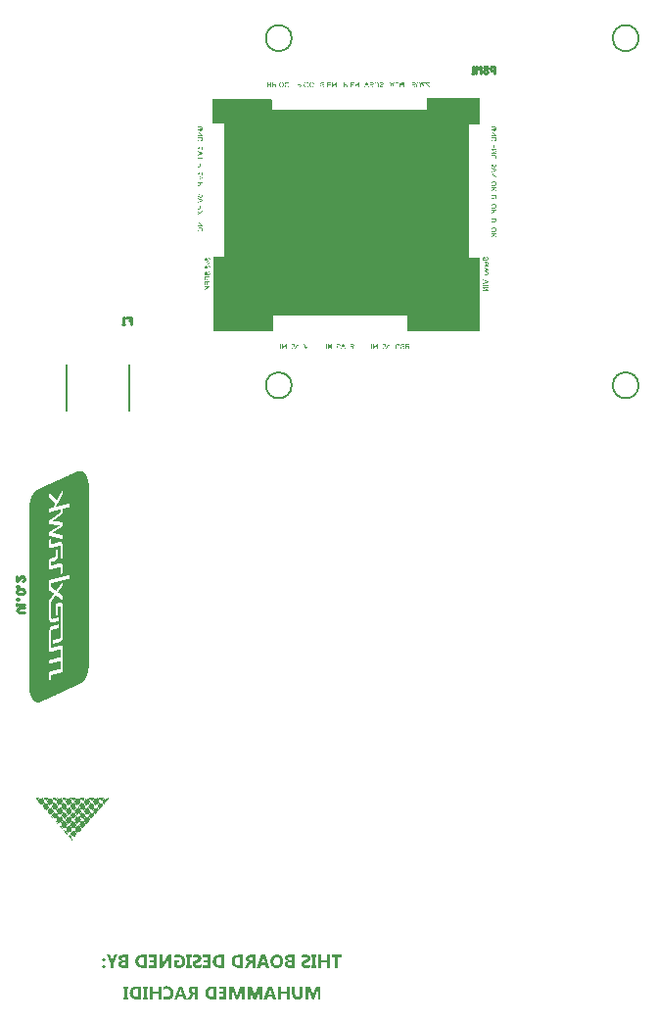
<source format=gbo>
G04*
G04 #@! TF.GenerationSoftware,Altium Limited,Altium Designer,23.4.1 (23)*
G04*
G04 Layer_Color=32896*
%FSLAX44Y44*%
%MOMM*%
G71*
G04*
G04 #@! TF.SameCoordinates,A498DFDA-0769-4059-8707-A0DE4882B552*
G04*
G04*
G04 #@! TF.FilePolarity,Positive*
G04*
G01*
G75*
%ADD11C,0.1270*%
%ADD13C,0.2540*%
G36*
X458208Y848776D02*
Y827776D01*
X448208D01*
Y712776D01*
X458208D01*
Y649776D01*
X395208D01*
Y662776D01*
X279208D01*
Y649776D01*
X227208D01*
Y713776D01*
X236208D01*
X237208Y714776D01*
Y828776D01*
X227208D01*
X227178Y828806D01*
Y850138D01*
X277846D01*
X278208Y849776D01*
Y840776D01*
X412208D01*
Y850776D01*
X458208D01*
Y848776D01*
D02*
G37*
G36*
X112644Y528819D02*
X112942D01*
Y528776D01*
X113069D01*
Y528734D01*
X113324D01*
Y528691D01*
X113409D01*
Y528649D01*
X113452D01*
Y528606D01*
X113494D01*
Y528564D01*
X113749D01*
Y528521D01*
X113834D01*
Y528479D01*
X113919D01*
Y528436D01*
X113962D01*
Y528394D01*
X114089D01*
Y528351D01*
X114217D01*
Y528309D01*
X114302D01*
Y528266D01*
X114344D01*
Y528224D01*
X114387D01*
Y528181D01*
X114472D01*
Y528139D01*
X114684D01*
Y528096D01*
X114727D01*
Y528054D01*
X114812D01*
Y528011D01*
X114854D01*
Y527969D01*
X114939D01*
Y527926D01*
X115024D01*
Y527884D01*
X115067D01*
Y527841D01*
X115109D01*
Y527799D01*
X115152D01*
Y527756D01*
X115237D01*
Y527714D01*
X115279D01*
Y527671D01*
X115322D01*
Y527629D01*
X115364D01*
Y527586D01*
X115407D01*
Y527544D01*
X115449D01*
Y527501D01*
X115492D01*
Y527459D01*
X115534D01*
Y527416D01*
X115577D01*
Y527374D01*
X115619D01*
Y527331D01*
X115704D01*
Y527289D01*
X115747D01*
Y527246D01*
X115789D01*
Y527204D01*
X115832D01*
Y527161D01*
X115874D01*
Y527119D01*
X115917D01*
Y527076D01*
X115959D01*
Y527034D01*
X116002D01*
Y526991D01*
X116044D01*
Y526949D01*
X116087D01*
Y526906D01*
X116129D01*
Y526864D01*
X116172D01*
Y526821D01*
X116214D01*
Y526779D01*
X116299D01*
Y526736D01*
X116342D01*
Y526694D01*
X116384D01*
Y526651D01*
X116427D01*
Y526609D01*
X116469D01*
Y526566D01*
X116512D01*
Y526524D01*
X116554D01*
Y526481D01*
X116597D01*
Y526439D01*
X116639D01*
Y526354D01*
X116682D01*
Y526269D01*
X116724D01*
Y526184D01*
X116767D01*
Y526099D01*
X116809D01*
Y526056D01*
X116852D01*
Y526014D01*
X116894D01*
Y525971D01*
X116937D01*
Y525929D01*
X116979D01*
Y525886D01*
X117022D01*
Y525844D01*
X117064D01*
Y525759D01*
X117107D01*
Y525674D01*
X117149D01*
Y525589D01*
X117192D01*
Y525504D01*
X117234D01*
Y525419D01*
X117277D01*
Y525334D01*
X117319D01*
Y525291D01*
X117362D01*
Y525206D01*
X117404D01*
Y525121D01*
X117447D01*
Y525036D01*
X117489D01*
Y524951D01*
X117532D01*
Y524866D01*
X117574D01*
Y524781D01*
X117617D01*
Y524739D01*
X117659D01*
Y524654D01*
X117702D01*
Y524569D01*
X117744D01*
Y524484D01*
X117787D01*
Y524399D01*
X117829D01*
Y524314D01*
X117872D01*
Y524271D01*
X117914D01*
Y524186D01*
X117956D01*
Y524101D01*
X117999D01*
Y524016D01*
X118041D01*
Y523931D01*
X118084D01*
Y523847D01*
X118126D01*
Y523804D01*
X118169D01*
Y523719D01*
X118211D01*
Y523634D01*
X118254D01*
Y523507D01*
X118296D01*
Y523336D01*
X118339D01*
Y523209D01*
X118382D01*
Y523124D01*
X118424D01*
Y523039D01*
X118467D01*
Y522911D01*
X118509D01*
Y522742D01*
X118552D01*
Y522614D01*
X118594D01*
Y522529D01*
X118637D01*
Y522444D01*
X118679D01*
Y522359D01*
X118722D01*
Y522274D01*
X118764D01*
Y522189D01*
X118806D01*
Y522062D01*
X118849D01*
Y521892D01*
X118891D01*
Y521764D01*
X118934D01*
Y521594D01*
X118976D01*
Y521424D01*
X119019D01*
Y521254D01*
X119061D01*
Y521084D01*
X119104D01*
Y520957D01*
X119146D01*
Y520787D01*
X119189D01*
Y520659D01*
X119232D01*
Y520489D01*
X119274D01*
Y520149D01*
X119317D01*
Y519979D01*
X119359D01*
Y519682D01*
X119402D01*
Y519469D01*
X119444D01*
Y519299D01*
X119487D01*
Y518959D01*
X119529D01*
Y518789D01*
X119572D01*
Y518492D01*
X119614D01*
Y518279D01*
X119656D01*
Y518109D01*
X119699D01*
Y517259D01*
X119741D01*
Y517174D01*
X119784D01*
Y516962D01*
X119826D01*
Y359803D01*
X119784D01*
Y359633D01*
X119741D01*
Y359548D01*
X119699D01*
Y358698D01*
X119656D01*
Y358528D01*
X119614D01*
Y358273D01*
X119572D01*
Y357848D01*
X119529D01*
Y357678D01*
X119487D01*
Y356956D01*
X119444D01*
Y356786D01*
X119402D01*
Y356616D01*
X119359D01*
Y356446D01*
X119317D01*
Y356318D01*
X119274D01*
Y355766D01*
X119232D01*
Y355596D01*
X119189D01*
Y355426D01*
X119146D01*
Y355256D01*
X119104D01*
Y355128D01*
X119061D01*
Y354958D01*
X119019D01*
Y354788D01*
X118976D01*
Y354576D01*
X118934D01*
Y354278D01*
X118891D01*
Y354151D01*
X118849D01*
Y353938D01*
X118806D01*
Y353811D01*
X118764D01*
Y353641D01*
X118722D01*
Y353513D01*
X118679D01*
Y353386D01*
X118637D01*
Y353301D01*
X118594D01*
Y353216D01*
X118552D01*
Y353088D01*
X118509D01*
Y352918D01*
X118467D01*
Y352748D01*
X118424D01*
Y352621D01*
X118382D01*
Y352451D01*
X118339D01*
Y352366D01*
X118296D01*
Y352281D01*
X118254D01*
Y352196D01*
X118211D01*
Y352111D01*
X118169D01*
Y352026D01*
X118126D01*
Y351898D01*
X118084D01*
Y351728D01*
X118041D01*
Y351601D01*
X117999D01*
Y351516D01*
X117956D01*
Y351431D01*
X117914D01*
Y351388D01*
X117872D01*
Y351303D01*
X117829D01*
Y351218D01*
X117787D01*
Y351133D01*
X117744D01*
Y351048D01*
X117702D01*
Y350963D01*
X117659D01*
Y350878D01*
X117617D01*
Y350836D01*
X117574D01*
Y350751D01*
X117532D01*
Y350666D01*
X117489D01*
Y350581D01*
X117447D01*
Y350496D01*
X117404D01*
Y350411D01*
X117362D01*
Y350326D01*
X117319D01*
Y350283D01*
X117277D01*
Y350198D01*
X117234D01*
Y350113D01*
X117192D01*
Y350028D01*
X117149D01*
Y349943D01*
X117107D01*
Y349858D01*
X117064D01*
Y349773D01*
X117022D01*
Y349731D01*
X116979D01*
Y349646D01*
X116937D01*
Y349561D01*
X116894D01*
Y349476D01*
X116852D01*
Y349391D01*
X116809D01*
Y349306D01*
X116767D01*
Y349221D01*
X116724D01*
Y349178D01*
X116682D01*
Y349093D01*
X116639D01*
Y349008D01*
X116597D01*
Y348923D01*
X116554D01*
Y348838D01*
X116512D01*
Y348753D01*
X116469D01*
Y348668D01*
X116427D01*
Y348626D01*
X116384D01*
Y348541D01*
X116342D01*
Y348498D01*
X116299D01*
Y348456D01*
X116214D01*
Y348371D01*
X116172D01*
Y348329D01*
X116129D01*
Y348243D01*
X116087D01*
Y348201D01*
X116044D01*
Y348116D01*
X116002D01*
Y348074D01*
X115917D01*
Y348031D01*
X115874D01*
Y347946D01*
X115832D01*
Y347904D01*
X115789D01*
Y347818D01*
X115747D01*
Y347776D01*
X115704D01*
Y347733D01*
X115662D01*
Y347691D01*
X115619D01*
Y347649D01*
X115577D01*
Y347606D01*
X115534D01*
Y347564D01*
X115492D01*
Y347521D01*
X115449D01*
Y347478D01*
X115407D01*
Y347436D01*
X115364D01*
Y347393D01*
X115322D01*
Y347351D01*
X115279D01*
Y347266D01*
X115237D01*
Y347181D01*
X115194D01*
Y347096D01*
X115152D01*
Y347053D01*
X115109D01*
Y346968D01*
X115067D01*
Y346926D01*
X115024D01*
Y346884D01*
X114982D01*
Y346841D01*
X114939D01*
Y346799D01*
X114897D01*
Y346756D01*
X114854D01*
Y346713D01*
X114769D01*
Y346671D01*
X114727D01*
Y346628D01*
X114684D01*
Y346586D01*
X114642D01*
Y346544D01*
X114599D01*
Y346501D01*
X114514D01*
Y346459D01*
X114387D01*
Y346416D01*
X114344D01*
Y346373D01*
X114302D01*
Y346331D01*
X114259D01*
Y346288D01*
X114217D01*
Y346246D01*
X114174D01*
Y346203D01*
X114132D01*
Y346161D01*
X114089D01*
Y346119D01*
X114047D01*
Y346076D01*
X113962D01*
Y346034D01*
X113919D01*
Y345991D01*
X113877D01*
Y345949D01*
X113834D01*
Y345906D01*
X113792D01*
Y345863D01*
X113749D01*
Y345821D01*
X113707D01*
Y345779D01*
X113664D01*
Y345736D01*
X113622D01*
Y345694D01*
X113494D01*
Y345651D01*
X113409D01*
Y345609D01*
X113367D01*
Y345566D01*
X113324D01*
Y345524D01*
X113282D01*
Y345481D01*
X113239D01*
Y345439D01*
X113197D01*
Y345396D01*
X113154D01*
Y345354D01*
X113112D01*
Y345311D01*
X112984D01*
Y345269D01*
X112814D01*
Y345226D01*
X112729D01*
Y345184D01*
X112687D01*
Y345141D01*
X112644D01*
Y345099D01*
X112517D01*
Y345056D01*
X112474D01*
Y345014D01*
X112432D01*
Y344971D01*
X112389D01*
Y344929D01*
X112304D01*
Y344886D01*
X112049D01*
Y344844D01*
X112007D01*
Y344801D01*
X111964D01*
Y344759D01*
X111922D01*
Y344716D01*
X111709D01*
Y344674D01*
X111624D01*
Y344631D01*
X111582D01*
Y344589D01*
X111497D01*
Y344546D01*
X111454D01*
Y344504D01*
X111242D01*
Y344461D01*
X111157D01*
Y344419D01*
X111114D01*
Y344376D01*
X111072D01*
Y344334D01*
X110987D01*
Y344291D01*
X110902D01*
Y344249D01*
X110817D01*
Y344206D01*
X110774D01*
Y344164D01*
X110732D01*
Y344121D01*
X110392D01*
Y344079D01*
X110307D01*
Y344036D01*
X110264D01*
Y343994D01*
X110222D01*
Y343951D01*
X110179D01*
Y343909D01*
X109924D01*
Y343866D01*
X109882D01*
Y343824D01*
X109839D01*
Y343781D01*
X109797D01*
Y343739D01*
X109584D01*
Y343696D01*
X109499D01*
Y343654D01*
X109414D01*
Y343611D01*
X109372D01*
Y343569D01*
X109329D01*
Y343526D01*
X109244D01*
Y343484D01*
X109159D01*
Y343441D01*
X109117D01*
Y343399D01*
X109032D01*
Y343356D01*
X108989D01*
Y343314D01*
X108862D01*
Y343271D01*
X108734D01*
Y343229D01*
X108649D01*
Y343186D01*
X108607D01*
Y343144D01*
X108522D01*
Y343101D01*
X108352D01*
Y343059D01*
X108267D01*
Y343016D01*
X108224D01*
Y342974D01*
X108139D01*
Y342931D01*
X108054D01*
Y342889D01*
X107884D01*
Y342846D01*
X107800D01*
Y342804D01*
X107757D01*
Y342761D01*
X107714D01*
Y342719D01*
X107544D01*
Y342676D01*
X107417D01*
Y342634D01*
X107374D01*
Y342591D01*
X107332D01*
Y342549D01*
X107247D01*
Y342506D01*
X107035D01*
Y342464D01*
X106950D01*
Y342421D01*
X106907D01*
Y342379D01*
X106865D01*
Y342336D01*
X106779D01*
Y342294D01*
X106567D01*
Y342251D01*
X106524D01*
Y342209D01*
X106482D01*
Y342166D01*
X106440D01*
Y342124D01*
X106227D01*
Y342081D01*
X106142D01*
Y342039D01*
X106057D01*
Y341996D01*
X106014D01*
Y341954D01*
X105972D01*
Y341911D01*
X105759D01*
Y341869D01*
X105674D01*
Y341826D01*
X105632D01*
Y341784D01*
X105590D01*
Y341741D01*
X105462D01*
Y341699D01*
X105292D01*
Y341656D01*
X105250D01*
Y341614D01*
X105207D01*
Y341571D01*
X105122D01*
Y341529D01*
X104910D01*
Y341486D01*
X104867D01*
Y341444D01*
X104825D01*
Y341401D01*
X104740D01*
Y341359D01*
X104655D01*
Y341316D01*
X104442D01*
Y341274D01*
X104400D01*
Y341231D01*
X104357D01*
Y341189D01*
X104315D01*
Y341146D01*
X104017D01*
Y341104D01*
X103890D01*
Y341061D01*
X103847D01*
Y341019D01*
X103805D01*
Y340976D01*
X103720D01*
Y340934D01*
X103507D01*
Y340891D01*
X103465D01*
Y340849D01*
X103380D01*
Y340806D01*
X103337D01*
Y340764D01*
X103252D01*
Y340721D01*
X103040D01*
Y340679D01*
X102997D01*
Y340636D01*
X102955D01*
Y340594D01*
X102912D01*
Y340551D01*
X102785D01*
Y340509D01*
X102700D01*
Y340466D01*
X102657D01*
Y340424D01*
X102615D01*
Y340381D01*
X102572D01*
Y340339D01*
X102232D01*
Y340296D01*
X102190D01*
Y340254D01*
X102105D01*
Y340211D01*
X102062D01*
Y340169D01*
X101892D01*
Y340126D01*
X101765D01*
Y340084D01*
X101722D01*
Y340041D01*
X101680D01*
Y339999D01*
X101637D01*
Y339956D01*
X101425D01*
Y339914D01*
X101340D01*
Y339871D01*
X101297D01*
Y339829D01*
X101255D01*
Y339786D01*
X101170D01*
Y339744D01*
X100957D01*
Y339701D01*
X100872D01*
Y339659D01*
X100830D01*
Y339616D01*
X100787D01*
Y339574D01*
X100702D01*
Y339531D01*
X100617D01*
Y339489D01*
X100532D01*
Y339446D01*
X100490D01*
Y339404D01*
X100447D01*
Y339361D01*
X100320D01*
Y339319D01*
X100065D01*
Y339276D01*
X99980D01*
Y339234D01*
X99937D01*
Y339191D01*
X99895D01*
Y339149D01*
X99767D01*
Y339106D01*
X99597D01*
Y339064D01*
X99555D01*
Y339021D01*
X99512D01*
Y338979D01*
X99427D01*
Y338936D01*
X99342D01*
Y338894D01*
X99257D01*
Y338851D01*
X99215D01*
Y338809D01*
X99172D01*
Y338766D01*
X99087D01*
Y338724D01*
X98747D01*
Y338681D01*
X98705D01*
Y338639D01*
X98662D01*
Y338596D01*
X98620D01*
Y338554D01*
X98450D01*
Y338511D01*
X98322D01*
Y338469D01*
X98280D01*
Y338426D01*
X98195D01*
Y338384D01*
X98152D01*
Y338341D01*
X97940D01*
Y338299D01*
X97855D01*
Y338256D01*
X97812D01*
Y338214D01*
X97770D01*
Y338171D01*
X97685D01*
Y338129D01*
X97472D01*
Y338086D01*
X97430D01*
Y338044D01*
X97387D01*
Y338001D01*
X97302D01*
Y337959D01*
X97217D01*
Y337916D01*
X97132D01*
Y337874D01*
X97090D01*
Y337831D01*
X97047D01*
Y337789D01*
X96962D01*
Y337746D01*
X96750D01*
Y337704D01*
X96707D01*
Y337661D01*
X96622D01*
Y337619D01*
X96580D01*
Y337576D01*
X96452D01*
Y337534D01*
X96410D01*
Y337576D01*
X96367D01*
Y337534D01*
X96197D01*
Y337491D01*
X96112D01*
Y337449D01*
X96070D01*
Y337406D01*
X96027D01*
Y337364D01*
X95687D01*
Y337321D01*
X95645D01*
Y337279D01*
X95602D01*
Y337236D01*
X95517D01*
Y337194D01*
X95475D01*
Y337151D01*
X95220D01*
Y337109D01*
X95177D01*
Y337066D01*
X95135D01*
Y337024D01*
X95092D01*
Y336981D01*
X94880D01*
Y336939D01*
X94795D01*
Y336896D01*
X94753D01*
Y336854D01*
X94710D01*
Y336811D01*
X94625D01*
Y336769D01*
X94497D01*
Y336726D01*
X94455D01*
Y336684D01*
X94412D01*
Y336641D01*
X94370D01*
Y336599D01*
X94242D01*
Y336556D01*
X94073D01*
Y336514D01*
X94030D01*
Y336471D01*
X93945D01*
Y336429D01*
X93903D01*
Y336386D01*
X93690D01*
Y336344D01*
X93605D01*
Y336301D01*
X93562D01*
Y336259D01*
X93520D01*
Y336216D01*
X93435D01*
Y336174D01*
X93223D01*
Y336131D01*
X93138D01*
Y336089D01*
X93095D01*
Y336046D01*
X93053D01*
Y336004D01*
X92798D01*
Y335961D01*
X92670D01*
Y335919D01*
X92628D01*
Y335877D01*
X92543D01*
Y335834D01*
X92500D01*
Y335792D01*
X92415D01*
Y335749D01*
X92330D01*
Y335706D01*
X92288D01*
Y335664D01*
X92245D01*
Y335621D01*
X92160D01*
Y335579D01*
X92033D01*
Y335536D01*
X91778D01*
Y335494D01*
X91735D01*
Y335452D01*
X91650D01*
Y335409D01*
X91608D01*
Y335367D01*
X91523D01*
Y335324D01*
X91438D01*
Y335281D01*
X91395D01*
Y335239D01*
X91310D01*
Y335196D01*
X91268D01*
Y335154D01*
X91055D01*
Y335112D01*
X90970D01*
Y335069D01*
X90928D01*
Y335027D01*
X90885D01*
Y334984D01*
X90758D01*
Y334941D01*
X90588D01*
Y334899D01*
X90545D01*
Y334856D01*
X90503D01*
Y334814D01*
X90460D01*
Y334771D01*
X90205D01*
Y334729D01*
X90163D01*
Y334687D01*
X90120D01*
Y334644D01*
X90035D01*
Y334602D01*
X89993D01*
Y334559D01*
X89653D01*
Y334516D01*
X89610D01*
Y334474D01*
X89568D01*
Y334431D01*
X89483D01*
Y334389D01*
X89398D01*
Y334347D01*
X89313D01*
Y334304D01*
X89270D01*
Y334262D01*
X89228D01*
Y334219D01*
X89143D01*
Y334176D01*
X88930D01*
Y334134D01*
X88845D01*
Y334091D01*
X88803D01*
Y334049D01*
X88760D01*
Y334007D01*
X88675D01*
Y333964D01*
X88463D01*
Y333922D01*
X88420D01*
Y333879D01*
X88378D01*
Y333837D01*
X88335D01*
Y333794D01*
X88080D01*
Y333751D01*
X87995D01*
Y333709D01*
X87953D01*
Y333666D01*
X87910D01*
Y333624D01*
X87868D01*
Y333582D01*
X87528D01*
Y333539D01*
X87485D01*
Y333497D01*
X87443D01*
Y333454D01*
X87400D01*
Y333412D01*
X87060D01*
Y333369D01*
X86975D01*
Y333327D01*
X86933D01*
Y333284D01*
X86848D01*
Y333242D01*
X86805D01*
Y333199D01*
X86678D01*
Y333157D01*
X86635D01*
Y333114D01*
X86593D01*
Y333072D01*
X86508D01*
Y333029D01*
X86423D01*
Y332987D01*
X86253D01*
Y332944D01*
X86168D01*
Y332902D01*
X86125D01*
Y332859D01*
X86083D01*
Y332817D01*
X85870D01*
Y332774D01*
X85785D01*
Y332732D01*
X85743D01*
Y332689D01*
X85700D01*
Y332647D01*
X85615D01*
Y332604D01*
X85403D01*
Y332562D01*
X85318D01*
Y332519D01*
X85275D01*
Y332477D01*
X85233D01*
Y332434D01*
X85105D01*
Y332392D01*
X84935D01*
Y332349D01*
X84893D01*
Y332307D01*
X84850D01*
Y332264D01*
X84765D01*
Y332222D01*
X84553D01*
Y332179D01*
X84510D01*
Y332137D01*
X84468D01*
Y332094D01*
X84425D01*
Y332052D01*
X84340D01*
Y332009D01*
X84170D01*
Y331967D01*
X84043D01*
Y331924D01*
X84000D01*
Y331882D01*
X83958D01*
Y331839D01*
X83788D01*
Y331797D01*
X83660D01*
Y331754D01*
X83618D01*
Y331712D01*
X83575D01*
Y331669D01*
X83490D01*
Y331627D01*
X83405D01*
Y331584D01*
X83235D01*
Y331542D01*
X83150D01*
Y331499D01*
X83108D01*
Y331457D01*
X83065D01*
Y331414D01*
X82980D01*
Y331372D01*
X82895D01*
Y331329D01*
X82853D01*
Y331287D01*
X82768D01*
Y331244D01*
X82725D01*
Y331202D01*
X82386D01*
Y331159D01*
X82301D01*
Y331117D01*
X82258D01*
Y331074D01*
X82215D01*
Y331032D01*
X82130D01*
Y330989D01*
X81918D01*
Y330947D01*
X81875D01*
Y330904D01*
X81833D01*
Y330862D01*
X81791D01*
Y330819D01*
X81663D01*
Y330777D01*
X81493D01*
Y330734D01*
X81451D01*
Y330692D01*
X81365D01*
Y330649D01*
X81323D01*
Y330607D01*
X81110D01*
Y330564D01*
X81025D01*
Y330522D01*
X80983D01*
Y330479D01*
X80941D01*
Y330437D01*
X80856D01*
Y330394D01*
X80643D01*
Y330352D01*
X80601D01*
Y330309D01*
X80558D01*
Y330267D01*
X80515D01*
Y330224D01*
X80388D01*
Y330182D01*
X80303D01*
Y330139D01*
X80260D01*
Y330097D01*
X80218D01*
Y330054D01*
X80176D01*
Y330012D01*
X79921D01*
Y329969D01*
X79878D01*
Y329927D01*
X79836D01*
Y329884D01*
X79793D01*
Y329757D01*
X79751D01*
Y329672D01*
X79666D01*
Y329629D01*
X79623D01*
Y329587D01*
X79538D01*
Y329544D01*
X79411D01*
Y329502D01*
X79198D01*
Y329544D01*
X79113D01*
Y329587D01*
X79028D01*
Y329544D01*
X78986D01*
Y329502D01*
X78943D01*
Y329459D01*
X78816D01*
Y329417D01*
X78646D01*
Y329374D01*
X78561D01*
Y329332D01*
X78518D01*
Y329289D01*
X78476D01*
Y329247D01*
X78178D01*
Y329204D01*
X78051D01*
Y329162D01*
X78008D01*
Y329119D01*
X77966D01*
Y329077D01*
X77923D01*
Y329034D01*
X77456D01*
Y328992D01*
X77413D01*
Y328949D01*
X77371D01*
Y328907D01*
X77328D01*
Y328864D01*
X77243D01*
Y328822D01*
X74821D01*
Y328864D01*
X74736D01*
Y328907D01*
X74693D01*
Y328949D01*
X74651D01*
Y328992D01*
X74566D01*
Y329034D01*
X74353D01*
Y329077D01*
X74268D01*
Y329119D01*
X74226D01*
Y329162D01*
X74183D01*
Y329204D01*
X74098D01*
Y329247D01*
X73886D01*
Y329289D01*
X73843D01*
Y329332D01*
X73801D01*
Y329374D01*
X73716D01*
Y329417D01*
X73503D01*
Y329459D01*
X73461D01*
Y329502D01*
X73376D01*
Y329544D01*
X73333D01*
Y329587D01*
X73291D01*
Y329629D01*
X73248D01*
Y329672D01*
X73206D01*
Y329714D01*
X73163D01*
Y329757D01*
X73121D01*
Y329799D01*
X73078D01*
Y329842D01*
X73036D01*
Y329884D01*
X72993D01*
Y329927D01*
X72951D01*
Y329969D01*
X72866D01*
Y330012D01*
X72781D01*
Y330054D01*
X72696D01*
Y330097D01*
X72653D01*
Y330139D01*
X72611D01*
Y330182D01*
X72526D01*
Y330224D01*
X72483D01*
Y330267D01*
X72441D01*
Y330309D01*
X72398D01*
Y330352D01*
X72356D01*
Y330394D01*
X72313D01*
Y330437D01*
X72271D01*
Y330479D01*
X72228D01*
Y330522D01*
X72186D01*
Y330564D01*
X72143D01*
Y330607D01*
X72101D01*
Y330649D01*
X72058D01*
Y330692D01*
X72016D01*
Y330734D01*
X71973D01*
Y330819D01*
X71931D01*
Y330862D01*
X71888D01*
Y330947D01*
X71846D01*
Y330989D01*
X71803D01*
Y331032D01*
X71718D01*
Y331117D01*
X71676D01*
Y331159D01*
X71633D01*
Y331244D01*
X71591D01*
Y331287D01*
X71548D01*
Y331372D01*
X71463D01*
Y331414D01*
X71421D01*
Y331457D01*
X71378D01*
Y331542D01*
X71336D01*
Y331584D01*
X71293D01*
Y331669D01*
X71251D01*
Y331754D01*
X71208D01*
Y331839D01*
X71166D01*
Y331924D01*
X71123D01*
Y331967D01*
X71081D01*
Y332052D01*
X71038D01*
Y332094D01*
X70996D01*
Y332179D01*
X70911D01*
Y332222D01*
X70868D01*
Y332307D01*
X70826D01*
Y332349D01*
X70783D01*
Y332434D01*
X70741D01*
Y332477D01*
X70698D01*
Y332604D01*
X70656D01*
Y332647D01*
X70613D01*
Y332732D01*
X70571D01*
Y332817D01*
X70528D01*
Y332902D01*
X70486D01*
Y332987D01*
X70443D01*
Y333072D01*
X70401D01*
Y333242D01*
X70358D01*
Y333369D01*
X70316D01*
Y333497D01*
X70273D01*
Y333539D01*
X70231D01*
Y333624D01*
X70188D01*
Y333709D01*
X70146D01*
Y333794D01*
X70103D01*
Y333879D01*
X70061D01*
Y333964D01*
X70019D01*
Y334049D01*
X69976D01*
Y334091D01*
X69934D01*
Y334176D01*
X69891D01*
Y334262D01*
X69848D01*
Y334347D01*
X69806D01*
Y334431D01*
X69763D01*
Y334516D01*
X69721D01*
Y334602D01*
X69679D01*
Y334729D01*
X69636D01*
Y334899D01*
X69594D01*
Y335027D01*
X69551D01*
Y335196D01*
X69509D01*
Y335367D01*
X69466D01*
Y335452D01*
X69423D01*
Y335536D01*
X69381D01*
Y335621D01*
X69338D01*
Y335792D01*
X69296D01*
Y335961D01*
X69254D01*
Y336089D01*
X69211D01*
Y336301D01*
X69169D01*
Y336429D01*
X69126D01*
Y336599D01*
X69083D01*
Y336726D01*
X69041D01*
Y336896D01*
X68998D01*
Y337066D01*
X68956D01*
Y337194D01*
X68913D01*
Y337364D01*
X68871D01*
Y337491D01*
X68829D01*
Y337789D01*
X68786D01*
Y338086D01*
X68744D01*
Y338256D01*
X68701D01*
Y338681D01*
X68658D01*
Y338936D01*
X68616D01*
Y339149D01*
X68573D01*
Y339701D01*
X68531D01*
Y340381D01*
X68488D01*
Y340594D01*
X68446D01*
Y341359D01*
X68404D01*
Y341784D01*
X68361D01*
Y496562D01*
X68404D01*
Y496903D01*
X68446D01*
Y497497D01*
X68488D01*
Y497583D01*
X68446D01*
Y498092D01*
X68488D01*
Y498348D01*
X68531D01*
Y498730D01*
X68573D01*
Y499665D01*
X68616D01*
Y500005D01*
X68658D01*
Y500260D01*
X68701D01*
Y500642D01*
X68744D01*
Y500855D01*
X68786D01*
Y501025D01*
X68829D01*
Y501535D01*
X68871D01*
Y501705D01*
X68913D01*
Y501917D01*
X68956D01*
Y502215D01*
X68998D01*
Y502427D01*
X69041D01*
Y502597D01*
X69083D01*
Y502767D01*
X69126D01*
Y502937D01*
X69169D01*
Y503065D01*
X69211D01*
Y503150D01*
X69254D01*
Y503532D01*
X69296D01*
Y503660D01*
X69338D01*
Y503830D01*
X69381D01*
Y504000D01*
X69423D01*
Y504170D01*
X69466D01*
Y504297D01*
X69509D01*
Y504425D01*
X69551D01*
Y504510D01*
X69594D01*
Y504595D01*
X69636D01*
Y504850D01*
X69679D01*
Y504977D01*
X69721D01*
Y505062D01*
X69763D01*
Y505232D01*
X69806D01*
Y505360D01*
X69848D01*
Y505445D01*
X69891D01*
Y505530D01*
X69934D01*
Y505700D01*
X69976D01*
Y505827D01*
X70019D01*
Y505955D01*
X70061D01*
Y506040D01*
X70103D01*
Y506125D01*
X70146D01*
Y506210D01*
X70188D01*
Y506295D01*
X70231D01*
Y506422D01*
X70273D01*
Y506550D01*
X70316D01*
Y506677D01*
X70358D01*
Y506805D01*
X70401D01*
Y506890D01*
X70443D01*
Y506975D01*
X70486D01*
Y507060D01*
X70528D01*
Y507145D01*
X70571D01*
Y507187D01*
X70613D01*
Y507272D01*
X70656D01*
Y507357D01*
X70698D01*
Y507442D01*
X70741D01*
Y507527D01*
X70783D01*
Y507612D01*
X70826D01*
Y507655D01*
X70868D01*
Y507740D01*
X70911D01*
Y507825D01*
X70953D01*
Y507910D01*
X70996D01*
Y507995D01*
X71038D01*
Y508080D01*
X71081D01*
Y508165D01*
X71123D01*
Y508207D01*
X71166D01*
Y508292D01*
X71208D01*
Y508377D01*
X71251D01*
Y508420D01*
X71293D01*
Y508462D01*
X71336D01*
Y508505D01*
X71378D01*
Y508547D01*
X71421D01*
Y508590D01*
X71463D01*
Y508675D01*
X71506D01*
Y508717D01*
X71548D01*
Y508802D01*
X71591D01*
Y508887D01*
X71633D01*
Y508972D01*
X71676D01*
Y509057D01*
X71718D01*
Y509142D01*
X71761D01*
Y509227D01*
X71803D01*
Y509269D01*
X71846D01*
Y509355D01*
X71888D01*
Y509397D01*
X71931D01*
Y509482D01*
X71973D01*
Y509524D01*
X72058D01*
Y509609D01*
X72101D01*
Y509652D01*
X72143D01*
Y509737D01*
X72186D01*
Y509780D01*
X72228D01*
Y509822D01*
X72271D01*
Y509865D01*
X72313D01*
Y509907D01*
X72356D01*
Y509949D01*
X72398D01*
Y510034D01*
X72441D01*
Y510077D01*
X72483D01*
Y510162D01*
X72526D01*
Y510247D01*
X72568D01*
Y510289D01*
X72611D01*
Y510374D01*
X72653D01*
Y510417D01*
X72696D01*
Y510460D01*
X72738D01*
Y510502D01*
X72781D01*
Y510545D01*
X72823D01*
Y510587D01*
X72866D01*
Y510630D01*
X72908D01*
Y510672D01*
X72951D01*
Y510714D01*
X72993D01*
Y510757D01*
X73036D01*
Y510799D01*
X73078D01*
Y510842D01*
X73121D01*
Y510885D01*
X73163D01*
Y510927D01*
X73248D01*
Y510970D01*
X73291D01*
Y511012D01*
X73333D01*
Y511054D01*
X73376D01*
Y511097D01*
X73418D01*
Y511139D01*
X73461D01*
Y511182D01*
X73503D01*
Y511225D01*
X73546D01*
Y511267D01*
X73588D01*
Y511309D01*
X73631D01*
Y511352D01*
X73716D01*
Y511437D01*
X73801D01*
Y511479D01*
X73843D01*
Y511522D01*
X73886D01*
Y511564D01*
X73928D01*
Y511607D01*
X73971D01*
Y511649D01*
X74013D01*
Y511692D01*
X74056D01*
Y511734D01*
X74098D01*
Y511777D01*
X74141D01*
Y511819D01*
X74183D01*
Y511862D01*
X74226D01*
Y511904D01*
X74268D01*
Y511947D01*
X74353D01*
Y511989D01*
X74396D01*
Y512032D01*
X74438D01*
Y512074D01*
X74523D01*
Y512117D01*
X74608D01*
Y512159D01*
X74693D01*
Y512202D01*
X74736D01*
Y512244D01*
X74821D01*
Y512287D01*
X74906D01*
Y512329D01*
X74948D01*
Y512372D01*
X74991D01*
Y512414D01*
X75076D01*
Y512457D01*
X75161D01*
Y512499D01*
X75246D01*
Y512542D01*
X75288D01*
Y512584D01*
X75373D01*
Y512627D01*
X75416D01*
Y512669D01*
X75501D01*
Y512712D01*
X75586D01*
Y512754D01*
X75628D01*
Y512797D01*
X75713D01*
Y512839D01*
X75756D01*
Y512882D01*
X75841D01*
Y512924D01*
X75926D01*
Y512967D01*
X75968D01*
Y513009D01*
X76011D01*
Y513052D01*
X76096D01*
Y513094D01*
X76308D01*
Y513137D01*
X76393D01*
Y513179D01*
X76436D01*
Y513222D01*
X76478D01*
Y513264D01*
X76563D01*
Y513307D01*
X76648D01*
Y513349D01*
X76691D01*
Y513392D01*
X76776D01*
Y513434D01*
X76818D01*
Y513477D01*
X77116D01*
Y513519D01*
X77201D01*
Y513562D01*
X77243D01*
Y513604D01*
X77328D01*
Y513647D01*
X77371D01*
Y513689D01*
X77583D01*
Y513732D01*
X77668D01*
Y513774D01*
X77711D01*
Y513817D01*
X77753D01*
Y513859D01*
X77881D01*
Y513902D01*
X78051D01*
Y513944D01*
X78093D01*
Y513987D01*
X78136D01*
Y514029D01*
X78221D01*
Y514072D01*
X78433D01*
Y514114D01*
X78518D01*
Y514157D01*
X78561D01*
Y514199D01*
X78603D01*
Y514242D01*
X78688D01*
Y514284D01*
X78773D01*
Y514327D01*
X78816D01*
Y514369D01*
X78901D01*
Y514412D01*
X78943D01*
Y514454D01*
X79156D01*
Y514497D01*
X79241D01*
Y514539D01*
X79283D01*
Y514582D01*
X79326D01*
Y514624D01*
X79411D01*
Y514667D01*
X79708D01*
Y514709D01*
X79793D01*
Y514752D01*
X79836D01*
Y514794D01*
X79878D01*
Y514837D01*
X79963D01*
Y514879D01*
X80176D01*
Y514922D01*
X80218D01*
Y514964D01*
X80260D01*
Y515007D01*
X80345D01*
Y515049D01*
X80558D01*
Y515092D01*
X80643D01*
Y515134D01*
X80686D01*
Y515177D01*
X80728D01*
Y515219D01*
X80813D01*
Y515262D01*
X81110D01*
Y515304D01*
X81195D01*
Y515347D01*
X81238D01*
Y515389D01*
X81280D01*
Y515432D01*
X81493D01*
Y515474D01*
X81578D01*
Y515517D01*
X81621D01*
Y515559D01*
X81663D01*
Y515602D01*
X81748D01*
Y515644D01*
X81833D01*
Y515687D01*
X81918D01*
Y515729D01*
X81960D01*
Y515772D01*
X82003D01*
Y515814D01*
X82130D01*
Y515857D01*
X82386D01*
Y515899D01*
X82470D01*
Y515942D01*
X82513D01*
Y515984D01*
X82556D01*
Y516027D01*
X82810D01*
Y516069D01*
X82853D01*
Y516112D01*
X82938D01*
Y516154D01*
X82980D01*
Y516197D01*
X83023D01*
Y516239D01*
X83235D01*
Y516282D01*
X83320D01*
Y516324D01*
X83363D01*
Y516367D01*
X83405D01*
Y516409D01*
X83533D01*
Y516452D01*
X83660D01*
Y516494D01*
X83745D01*
Y516537D01*
X83788D01*
Y516579D01*
X83830D01*
Y516622D01*
X83958D01*
Y516664D01*
X84128D01*
Y516707D01*
X84213D01*
Y516749D01*
X84255D01*
Y516792D01*
X84298D01*
Y516834D01*
X84425D01*
Y516877D01*
X84595D01*
Y516919D01*
X84638D01*
Y516962D01*
X84680D01*
Y517004D01*
X84765D01*
Y517047D01*
X84935D01*
Y517089D01*
X85020D01*
Y517132D01*
X85105D01*
Y517174D01*
X85148D01*
Y517217D01*
X85233D01*
Y517259D01*
X85403D01*
Y517302D01*
X85488D01*
Y517344D01*
X85530D01*
Y517387D01*
X85573D01*
Y517429D01*
X85658D01*
Y517472D01*
X85998D01*
Y517514D01*
X86040D01*
Y517557D01*
X86083D01*
Y517599D01*
X86125D01*
Y517642D01*
X86380D01*
Y517684D01*
X86423D01*
Y517727D01*
X86465D01*
Y517769D01*
X86508D01*
Y517812D01*
X86593D01*
Y517854D01*
X86848D01*
Y517897D01*
X86890D01*
Y517939D01*
X86933D01*
Y517982D01*
X86975D01*
Y518024D01*
X87103D01*
Y518067D01*
X87188D01*
Y518109D01*
X87230D01*
Y518152D01*
X87273D01*
Y518194D01*
X87315D01*
Y518237D01*
X87655D01*
Y518279D01*
X87740D01*
Y518322D01*
X87783D01*
Y518364D01*
X87825D01*
Y518407D01*
X87910D01*
Y518449D01*
X88123D01*
Y518492D01*
X88165D01*
Y518534D01*
X88208D01*
Y518577D01*
X88250D01*
Y518619D01*
X88590D01*
Y518662D01*
X88675D01*
Y518704D01*
X88718D01*
Y518747D01*
X88760D01*
Y518789D01*
X88803D01*
Y518832D01*
X89058D01*
Y518874D01*
X89100D01*
Y518917D01*
X89143D01*
Y518959D01*
X89228D01*
Y519002D01*
X89525D01*
Y519044D01*
X89610D01*
Y519087D01*
X89695D01*
Y519172D01*
X89780D01*
Y519214D01*
X89908D01*
Y519257D01*
X89950D01*
Y519299D01*
X89993D01*
Y519342D01*
X90035D01*
Y519384D01*
X90120D01*
Y519427D01*
X90333D01*
Y519469D01*
X90418D01*
Y519512D01*
X90460D01*
Y519554D01*
X90503D01*
Y519597D01*
X90715D01*
Y519639D01*
X90800D01*
Y519682D01*
X90843D01*
Y519724D01*
X90885D01*
Y519767D01*
X90970D01*
Y519809D01*
X91183D01*
Y519852D01*
X91225D01*
Y519894D01*
X91268D01*
Y519937D01*
X91310D01*
Y519979D01*
X91565D01*
Y520022D01*
X91735D01*
Y520064D01*
X91778D01*
Y520107D01*
X91820D01*
Y520149D01*
X91905D01*
Y520192D01*
X92075D01*
Y520234D01*
X92160D01*
Y520277D01*
X92245D01*
Y520319D01*
X92288D01*
Y520362D01*
X92373D01*
Y520404D01*
X92543D01*
Y520447D01*
X92628D01*
Y520489D01*
X92670D01*
Y520532D01*
X92755D01*
Y520574D01*
X92840D01*
Y520617D01*
X92968D01*
Y520659D01*
X93095D01*
Y520702D01*
X93138D01*
Y520744D01*
X93180D01*
Y520787D01*
X93265D01*
Y520829D01*
X93477D01*
Y520872D01*
X93520D01*
Y520914D01*
X93562D01*
Y520957D01*
X93605D01*
Y520999D01*
X93690D01*
Y521042D01*
X93818D01*
Y521084D01*
X93860D01*
Y521127D01*
X93903D01*
Y521169D01*
X93988D01*
Y521212D01*
X94285D01*
Y521254D01*
X94370D01*
Y521297D01*
X94412D01*
Y521339D01*
X94455D01*
Y521382D01*
X94540D01*
Y521424D01*
X94753D01*
Y521466D01*
X94795D01*
Y521509D01*
X94838D01*
Y521552D01*
X94923D01*
Y521594D01*
X95050D01*
Y521637D01*
X95220D01*
Y521679D01*
X95262D01*
Y521721D01*
X95305D01*
Y521764D01*
X95347D01*
Y521806D01*
X95602D01*
Y521849D01*
X95645D01*
Y521892D01*
X95687D01*
Y521934D01*
X95730D01*
Y521977D01*
X95857D01*
Y522019D01*
X96155D01*
Y522062D01*
X96197D01*
Y522104D01*
X96240D01*
Y522146D01*
X96325D01*
Y522189D01*
X96495D01*
Y522231D01*
X96580D01*
Y522274D01*
X96665D01*
Y522317D01*
X96707D01*
Y522359D01*
X96750D01*
Y522402D01*
X97090D01*
Y522444D01*
X97175D01*
Y522486D01*
X97217D01*
Y522529D01*
X97260D01*
Y522571D01*
X97345D01*
Y522614D01*
X97430D01*
Y522657D01*
X97515D01*
Y522742D01*
X97600D01*
Y522784D01*
X97940D01*
Y522826D01*
X97982D01*
Y522869D01*
X98025D01*
Y522911D01*
X98067D01*
Y522954D01*
X98152D01*
Y522996D01*
X98407D01*
Y523039D01*
X98450D01*
Y523082D01*
X98492D01*
Y523124D01*
X98535D01*
Y523167D01*
X98747D01*
Y523209D01*
X98832D01*
Y523251D01*
X98875D01*
Y523294D01*
X98917D01*
Y523336D01*
X99002D01*
Y523379D01*
X99215D01*
Y523422D01*
X99300D01*
Y523464D01*
X99342D01*
Y523507D01*
X99385D01*
Y523549D01*
X99470D01*
Y523591D01*
X99682D01*
Y523634D01*
X99725D01*
Y523676D01*
X99767D01*
Y523719D01*
X99852D01*
Y523761D01*
X100065D01*
Y523804D01*
X100107D01*
Y523847D01*
X100150D01*
Y523889D01*
X100235D01*
Y523931D01*
X100277D01*
Y523974D01*
X100490D01*
Y524016D01*
X100575D01*
Y524059D01*
X100617D01*
Y524101D01*
X100660D01*
Y524144D01*
X100787D01*
Y524186D01*
X100957D01*
Y524229D01*
X101000D01*
Y524271D01*
X101042D01*
Y524314D01*
X101127D01*
Y524356D01*
X101212D01*
Y524399D01*
X101510D01*
Y524441D01*
X101552D01*
Y524484D01*
X101595D01*
Y524526D01*
X101680D01*
Y524569D01*
X101765D01*
Y524611D01*
X101850D01*
Y524654D01*
X101892D01*
Y524696D01*
X101935D01*
Y524739D01*
X102020D01*
Y524781D01*
X102190D01*
Y524824D01*
X102275D01*
Y524866D01*
X102360D01*
Y524909D01*
X102402D01*
Y524951D01*
X102487D01*
Y524994D01*
X102572D01*
Y525036D01*
X102615D01*
Y525079D01*
X102657D01*
Y525121D01*
X102742D01*
Y525164D01*
X102827D01*
Y525206D01*
X103040D01*
Y525249D01*
X103082D01*
Y525291D01*
X103125D01*
Y525334D01*
X103167D01*
Y525376D01*
X103380D01*
Y525419D01*
X103465D01*
Y525461D01*
X103507D01*
Y525504D01*
X103550D01*
Y525546D01*
X103635D01*
Y525589D01*
X103847D01*
Y525631D01*
X103932D01*
Y525674D01*
X103975D01*
Y525716D01*
X104017D01*
Y525759D01*
X104230D01*
Y525801D01*
X104315D01*
Y525844D01*
X104357D01*
Y525886D01*
X104400D01*
Y525929D01*
X104485D01*
Y525971D01*
X104825D01*
Y526014D01*
X104867D01*
Y526056D01*
X104910D01*
Y526099D01*
X104952D01*
Y526141D01*
X105037D01*
Y526184D01*
X105250D01*
Y526226D01*
X105335D01*
Y526269D01*
X105377D01*
Y526311D01*
X105420D01*
Y526354D01*
X105759D01*
Y526396D01*
X105802D01*
Y526439D01*
X105844D01*
Y526481D01*
X105887D01*
Y526524D01*
X105972D01*
Y526566D01*
X106100D01*
Y526609D01*
X106142D01*
Y526651D01*
X106185D01*
Y526694D01*
X106227D01*
Y526736D01*
X106312D01*
Y526779D01*
X106652D01*
Y526821D01*
X106694D01*
Y526864D01*
X106737D01*
Y526906D01*
X106822D01*
Y526949D01*
X106907D01*
Y526991D01*
X106992D01*
Y527034D01*
X107035D01*
Y527076D01*
X107077D01*
Y527119D01*
X107162D01*
Y527161D01*
X107502D01*
Y527204D01*
X107544D01*
Y527246D01*
X107587D01*
Y527289D01*
X107629D01*
Y527331D01*
X107800D01*
Y527374D01*
X107927D01*
Y527416D01*
X108012D01*
Y527459D01*
X108054D01*
Y527501D01*
X108097D01*
Y527544D01*
X108224D01*
Y527586D01*
X108267D01*
Y527629D01*
X108309D01*
Y527671D01*
X108352D01*
Y527714D01*
X108437D01*
Y527756D01*
X108649D01*
Y527799D01*
X108734D01*
Y527841D01*
X108777D01*
Y527884D01*
X108819D01*
Y527926D01*
X108947D01*
Y527969D01*
X109074D01*
Y528011D01*
X109159D01*
Y528054D01*
X109202D01*
Y528096D01*
X109287D01*
Y528139D01*
X109584D01*
Y528181D01*
X109669D01*
Y528224D01*
X109712D01*
Y528266D01*
X109754D01*
Y528309D01*
X109839D01*
Y528351D01*
X109967D01*
Y528394D01*
X110222D01*
Y528436D01*
X110264D01*
Y528479D01*
X110349D01*
Y528521D01*
X110434D01*
Y528564D01*
X110604D01*
Y528606D01*
X110774D01*
Y528649D01*
X110859D01*
Y528691D01*
X111072D01*
Y528734D01*
X111369D01*
Y528776D01*
X111539D01*
Y528819D01*
X111879D01*
Y528861D01*
X112644D01*
Y528819D01*
D02*
G37*
G36*
X137338Y245755D02*
X137108D01*
Y245525D01*
X136878D01*
Y245295D01*
X136649D01*
Y245065D01*
X136419D01*
Y245525D01*
X136189D01*
Y245755D01*
X135959D01*
Y246215D01*
X136649D01*
Y245985D01*
X137108D01*
Y246215D01*
X137338D01*
Y245755D01*
D02*
G37*
G36*
X132511D02*
X132281D01*
Y245295D01*
X132051D01*
Y245065D01*
X131821D01*
Y244606D01*
X131592D01*
Y244376D01*
X131362D01*
Y243916D01*
X131132D01*
Y243686D01*
X130902D01*
Y244146D01*
X130442D01*
Y244376D01*
X130212D01*
Y244606D01*
X128833D01*
Y244835D01*
X128603D01*
Y245295D01*
X128374D01*
Y245755D01*
X128144D01*
Y246215D01*
X132051D01*
Y245985D01*
X132281D01*
Y246215D01*
X132511D01*
Y245755D01*
D02*
G37*
G36*
X124466D02*
X124236D01*
Y245295D01*
X124006D01*
Y245065D01*
X123776D01*
Y244606D01*
X123546D01*
Y244376D01*
X123317D01*
Y243916D01*
X122857D01*
Y244146D01*
X122627D01*
Y244376D01*
X122167D01*
Y244606D01*
X120558D01*
Y245065D01*
X120329D01*
Y245755D01*
X120099D01*
Y246215D01*
X123087D01*
Y245985D01*
X123317D01*
Y246215D01*
X124006D01*
Y245985D01*
X124236D01*
Y246215D01*
X124466D01*
Y245755D01*
D02*
G37*
G36*
X116651D02*
X116421D01*
Y245525D01*
Y245295D01*
X116191D01*
Y244835D01*
X115961D01*
Y244606D01*
X115731D01*
Y244146D01*
X115501D01*
Y243686D01*
X115042D01*
Y244146D01*
X114582D01*
Y244376D01*
X114122D01*
Y244606D01*
X113663D01*
Y244835D01*
X113433D01*
Y244606D01*
X112973D01*
Y245065D01*
X112743D01*
Y245525D01*
X112513D01*
Y246215D01*
X116191D01*
Y245985D01*
X116421D01*
Y246215D01*
X116651D01*
Y245755D01*
D02*
G37*
G36*
X108605D02*
X108376D01*
Y245295D01*
X108146D01*
Y245065D01*
X107916D01*
Y244606D01*
X107686D01*
Y244376D01*
X107456D01*
Y244146D01*
Y243916D01*
X107226D01*
Y243686D01*
X106996D01*
Y244146D01*
X106767D01*
Y244376D01*
X106307D01*
Y244606D01*
X106077D01*
Y244835D01*
X105387D01*
Y244606D01*
X104928D01*
Y245065D01*
X104698D01*
Y245525D01*
X104468D01*
Y245985D01*
X104238D01*
Y246215D01*
X104698D01*
Y245985D01*
X104928D01*
Y246215D01*
X105847D01*
Y245985D01*
X106077D01*
Y246215D01*
X108605D01*
Y245755D01*
D02*
G37*
G36*
X100790D02*
X100560D01*
Y245295D01*
X100331D01*
Y245065D01*
X100101D01*
Y244606D01*
X99871D01*
Y244376D01*
X99641D01*
Y244146D01*
Y243916D01*
Y243686D01*
X99411D01*
Y243916D01*
X99181D01*
Y244146D01*
X98951D01*
Y244376D01*
X98492D01*
Y244606D01*
X98032D01*
Y244835D01*
X97342D01*
Y244606D01*
X97113D01*
Y244835D01*
X96883D01*
Y245295D01*
X96653D01*
Y245755D01*
X96423D01*
Y246215D01*
X96653D01*
Y245985D01*
X96883D01*
Y246215D01*
X100101D01*
Y245985D01*
X100331D01*
Y246215D01*
X100790D01*
Y245755D01*
D02*
G37*
G36*
X92745D02*
X92515D01*
Y245295D01*
X92285D01*
Y245065D01*
X92056D01*
Y244606D01*
X91826D01*
Y244376D01*
X91596D01*
Y243916D01*
X91366D01*
Y244146D01*
X90906D01*
Y244376D01*
X90676D01*
Y244606D01*
X89987D01*
Y244835D01*
X89297D01*
Y244606D01*
X89067D01*
Y244835D01*
X88837D01*
Y245295D01*
X88608D01*
Y245755D01*
X88378D01*
Y246215D01*
X89297D01*
Y245985D01*
X89527D01*
Y246215D01*
X91596D01*
Y245985D01*
X91826D01*
Y246215D01*
X92745D01*
Y245755D01*
D02*
G37*
G36*
X76885D02*
X76655D01*
Y245295D01*
X76425D01*
Y245065D01*
X76195D01*
Y244606D01*
X75965D01*
Y244376D01*
X75735D01*
Y243916D01*
X75276D01*
Y244146D01*
X75046D01*
Y244376D01*
X74816D01*
Y244606D01*
X74586D01*
Y244835D01*
X74126D01*
Y245295D01*
X73896D01*
Y245525D01*
X73667D01*
Y245755D01*
X73437D01*
Y245985D01*
X73207D01*
Y246215D01*
X73896D01*
Y245985D01*
X74126D01*
Y246215D01*
X76195D01*
Y245985D01*
X76425D01*
Y246215D01*
X76885D01*
Y245755D01*
D02*
G37*
G36*
X127684D02*
X127914D01*
Y245295D01*
X128144D01*
Y244835D01*
X128374D01*
Y244376D01*
X128603D01*
Y244146D01*
X128374D01*
Y243456D01*
X128603D01*
Y242997D01*
X128833D01*
Y242537D01*
X128603D01*
Y242077D01*
X128374D01*
Y241847D01*
X128144D01*
Y241388D01*
X127914D01*
Y241158D01*
X127684D01*
Y240698D01*
X127454D01*
Y240468D01*
X126305D01*
Y240238D01*
X125845D01*
Y240008D01*
X125615D01*
Y239778D01*
X125385D01*
Y239549D01*
X125156D01*
Y239778D01*
X124926D01*
Y240238D01*
X124696D01*
Y240698D01*
X124466D01*
Y241158D01*
X124236D01*
Y241617D01*
X124006D01*
Y242077D01*
X123776D01*
Y242997D01*
X123546D01*
Y243686D01*
X123776D01*
Y244146D01*
X124006D01*
Y244376D01*
X124236D01*
Y244835D01*
X124466D01*
Y245295D01*
X124696D01*
Y245525D01*
X124926D01*
Y245985D01*
X125156D01*
Y245755D01*
X125385D01*
Y245525D01*
X126535D01*
Y245755D01*
X126994D01*
Y245985D01*
X127224D01*
Y246215D01*
X127684D01*
Y245755D01*
D02*
G37*
G36*
X111594Y245985D02*
X112053D01*
Y245755D01*
Y245525D01*
X112283D01*
Y245065D01*
X112513D01*
Y244606D01*
X112743D01*
Y244376D01*
X112513D01*
Y243456D01*
X112743D01*
Y242997D01*
X112973D01*
Y242767D01*
X112743D01*
Y242307D01*
X112513D01*
Y241847D01*
X112283D01*
Y241617D01*
X112053D01*
Y241158D01*
X111824D01*
Y240928D01*
X111594D01*
Y240468D01*
X110215D01*
Y240238D01*
X109755D01*
Y240008D01*
X109525D01*
Y239778D01*
X109295D01*
Y239549D01*
X109065D01*
Y240238D01*
X108835D01*
Y240698D01*
X108605D01*
Y241158D01*
X108376D01*
Y241388D01*
X108146D01*
Y242077D01*
X107916D01*
Y242537D01*
X107686D01*
Y242997D01*
X107456D01*
Y243456D01*
X107686D01*
Y243686D01*
X107916D01*
Y244146D01*
X108146D01*
Y244376D01*
X108376D01*
Y244835D01*
X108605D01*
Y245295D01*
X108835D01*
Y245525D01*
X109065D01*
Y245985D01*
X109295D01*
Y245755D01*
X109525D01*
Y245525D01*
X110444D01*
Y245755D01*
X110904D01*
Y245985D01*
X111364D01*
Y246215D01*
X111594D01*
Y245985D01*
D02*
G37*
G36*
X95963D02*
X96193D01*
Y245525D01*
X96423D01*
Y244835D01*
X96653D01*
Y244606D01*
X96883D01*
Y244146D01*
X96653D01*
Y243686D01*
X96883D01*
Y243226D01*
X97113D01*
Y242537D01*
X96883D01*
Y242307D01*
X96653D01*
Y241847D01*
X96423D01*
Y241617D01*
Y241388D01*
X96193D01*
Y241158D01*
X95963D01*
Y240698D01*
X95733D01*
Y240468D01*
X95504D01*
Y240698D01*
X95044D01*
Y240468D01*
X94354D01*
Y240238D01*
X94124D01*
Y240008D01*
X93665D01*
Y239549D01*
X93435D01*
Y239778D01*
X93205D01*
Y240468D01*
X92975D01*
Y240928D01*
X92745D01*
Y241388D01*
X92515D01*
Y241617D01*
X92285D01*
Y242307D01*
X92056D01*
Y243226D01*
X91826D01*
Y243686D01*
X92056D01*
Y244146D01*
X92285D01*
Y244376D01*
X92515D01*
Y244835D01*
X92745D01*
Y245295D01*
X92975D01*
Y245525D01*
X93205D01*
Y245985D01*
X93665D01*
Y245755D01*
X93895D01*
Y245525D01*
X94584D01*
Y245755D01*
X95044D01*
Y245985D01*
X95274D01*
Y246215D01*
X95963D01*
Y245985D01*
D02*
G37*
G36*
X80333Y245755D02*
X80562D01*
Y245065D01*
X80792D01*
Y244835D01*
X81022D01*
Y244376D01*
X80792D01*
Y243456D01*
X81022D01*
Y243226D01*
X81252D01*
Y242767D01*
X81022D01*
Y242307D01*
X80792D01*
Y241847D01*
X80562D01*
Y241617D01*
X80333D01*
Y241158D01*
X80103D01*
Y240928D01*
X79873D01*
Y240468D01*
X79413D01*
Y240698D01*
X78724D01*
Y240468D01*
X78494D01*
Y240238D01*
X78264D01*
Y240468D01*
X78034D01*
Y240698D01*
X77804D01*
Y240928D01*
X77574D01*
Y241388D01*
X77344D01*
Y241617D01*
X77115D01*
Y241847D01*
X76885D01*
Y242077D01*
X76655D01*
Y242307D01*
X76425D01*
Y242537D01*
X76195D01*
Y242767D01*
X75965D01*
Y242997D01*
X75735D01*
Y243456D01*
X75965D01*
Y243916D01*
X76195D01*
Y244146D01*
X76425D01*
Y244606D01*
X76655D01*
Y244835D01*
X76885D01*
Y245295D01*
X77115D01*
Y245525D01*
X77344D01*
Y245985D01*
X77574D01*
Y245755D01*
X77804D01*
Y245525D01*
X78494D01*
Y245755D01*
X79183D01*
Y245985D01*
X79643D01*
Y246215D01*
X80333D01*
Y245755D01*
D02*
G37*
G36*
X103778Y245985D02*
X104008D01*
Y245525D01*
X104238D01*
Y245065D01*
X104468D01*
Y244606D01*
X104698D01*
Y243686D01*
X104928D01*
Y242537D01*
X104698D01*
Y242077D01*
X104468D01*
Y241617D01*
X104238D01*
Y241158D01*
X104008D01*
Y240468D01*
X103549D01*
Y240698D01*
X102859D01*
Y240468D01*
X102399D01*
Y240238D01*
X102169D01*
Y240008D01*
X101940D01*
Y239778D01*
X101710D01*
Y239549D01*
X101480D01*
Y239778D01*
X101250D01*
Y240238D01*
X101020D01*
Y240698D01*
X100790D01*
Y241158D01*
X100560D01*
Y241388D01*
X100331D01*
Y242077D01*
X100101D01*
Y242537D01*
X99871D01*
Y242767D01*
Y243226D01*
X99641D01*
Y243456D01*
X99871D01*
Y243916D01*
X100101D01*
Y244146D01*
X100331D01*
Y244606D01*
X100560D01*
Y244835D01*
X100790D01*
Y245295D01*
X101020D01*
Y245755D01*
X101480D01*
Y245295D01*
X102859D01*
Y245525D01*
X103319D01*
Y245755D01*
X103549D01*
Y246215D01*
X103778D01*
Y245985D01*
D02*
G37*
G36*
X87918Y245755D02*
X88148D01*
Y245065D01*
X88378D01*
Y244835D01*
X88608D01*
Y244376D01*
X88837D01*
Y243456D01*
X89067D01*
Y242767D01*
X88837D01*
Y242077D01*
X88608D01*
Y241617D01*
X88378D01*
Y241158D01*
X88148D01*
Y240698D01*
X87918D01*
Y240468D01*
X87688D01*
Y240698D01*
X87228D01*
Y240468D01*
X86539D01*
Y240238D01*
X86309D01*
Y240008D01*
X86079D01*
Y239778D01*
X85849D01*
Y239549D01*
X85390D01*
Y240238D01*
X85160D01*
Y240698D01*
X84930D01*
Y241158D01*
X84700D01*
Y241388D01*
X84470D01*
Y242077D01*
X84240D01*
Y242537D01*
X84010D01*
Y243686D01*
X84240D01*
Y244146D01*
X84470D01*
Y244376D01*
X84700D01*
Y244835D01*
X84930D01*
Y245295D01*
X85160D01*
Y245525D01*
X85390D01*
Y245295D01*
X86769D01*
Y245525D01*
X87228D01*
Y245755D01*
X87458D01*
Y245985D01*
X87688D01*
Y246215D01*
X87918D01*
Y245755D01*
D02*
G37*
G36*
X135499Y245985D02*
X135729D01*
Y245295D01*
X135959D01*
Y244835D01*
X136189D01*
Y244376D01*
X135959D01*
Y244146D01*
X135729D01*
Y243916D01*
X135499D01*
Y243686D01*
X135269D01*
Y243456D01*
X135040D01*
Y243226D01*
X134810D01*
Y242767D01*
X134580D01*
Y242537D01*
X134350D01*
Y242307D01*
X134120D01*
Y242077D01*
X133890D01*
Y241847D01*
X133660D01*
Y241617D01*
X133431D01*
Y241388D01*
X133201D01*
Y240928D01*
X132971D01*
Y240698D01*
X132741D01*
Y240468D01*
X132511D01*
Y241158D01*
X132281D01*
Y241388D01*
X132051D01*
Y241847D01*
X131821D01*
Y242537D01*
X131592D01*
Y243226D01*
X131362D01*
Y243456D01*
X131592D01*
Y243916D01*
X131821D01*
Y244146D01*
X132051D01*
Y244376D01*
X132281D01*
Y244835D01*
X132511D01*
Y245295D01*
X132741D01*
Y245525D01*
X133201D01*
Y245295D01*
X133660D01*
Y245065D01*
X134120D01*
Y245295D01*
X134810D01*
Y245525D01*
X135040D01*
Y245755D01*
X135269D01*
Y246215D01*
X135499D01*
Y245985D01*
D02*
G37*
G36*
X119639Y245525D02*
X119869D01*
Y245065D01*
X120099D01*
Y244606D01*
X120329D01*
Y244376D01*
X120558D01*
Y243456D01*
X120788D01*
Y242767D01*
X120558D01*
Y242077D01*
X120329D01*
Y241617D01*
X120099D01*
Y241158D01*
X119869D01*
Y240698D01*
X119639D01*
Y240468D01*
X118490D01*
Y240238D01*
X118030D01*
Y240008D01*
X117800D01*
Y239778D01*
X117570D01*
Y239549D01*
X117110D01*
Y240008D01*
X116881D01*
Y240468D01*
X116651D01*
Y240928D01*
X116421D01*
Y241388D01*
X116191D01*
Y241847D01*
X115961D01*
Y242307D01*
X115731D01*
Y242997D01*
X115501D01*
Y243226D01*
X115731D01*
Y243686D01*
X115961D01*
Y243916D01*
X116191D01*
Y244376D01*
X116421D01*
Y244835D01*
X116651D01*
Y245065D01*
X116881D01*
Y245525D01*
X117110D01*
Y245295D01*
X117570D01*
Y245065D01*
X118030D01*
Y245295D01*
X118490D01*
Y245525D01*
X118949D01*
Y245755D01*
X119179D01*
Y246215D01*
X119639D01*
Y245525D01*
D02*
G37*
G36*
X84930Y245755D02*
X84700D01*
Y245295D01*
X84470D01*
Y245065D01*
X84240D01*
Y244606D01*
X84010D01*
Y244376D01*
X83781D01*
Y243686D01*
X83551D01*
Y243916D01*
X83321D01*
Y244146D01*
X82861D01*
Y244376D01*
X82631D01*
Y244606D01*
X82171D01*
Y244835D01*
X81252D01*
Y245295D01*
X81022D01*
Y245755D01*
X80792D01*
Y246215D01*
X84930D01*
Y245755D01*
D02*
G37*
G36*
X127454Y237710D02*
X127684D01*
Y237250D01*
X127914D01*
Y236790D01*
X128144D01*
Y236101D01*
X128374D01*
Y235411D01*
X128144D01*
Y235181D01*
X127914D01*
Y234951D01*
X127684D01*
Y234722D01*
X127454D01*
Y234492D01*
X127224D01*
Y234262D01*
X126994D01*
Y234032D01*
X126765D01*
Y233802D01*
X126535D01*
Y233342D01*
X126305D01*
Y233113D01*
X126075D01*
Y232883D01*
X125845D01*
Y232653D01*
X125615D01*
Y232423D01*
X125385D01*
Y232193D01*
X125156D01*
Y232423D01*
X124926D01*
Y232883D01*
X124696D01*
Y233342D01*
X124466D01*
Y233572D01*
X124236D01*
Y234262D01*
X124006D01*
Y234722D01*
X123776D01*
Y235181D01*
X123546D01*
Y235411D01*
X123776D01*
Y235641D01*
X124006D01*
Y236101D01*
X124236D01*
Y236331D01*
X124466D01*
Y236790D01*
X124696D01*
Y237250D01*
X124926D01*
Y237480D01*
X125385D01*
Y237250D01*
X125845D01*
Y237480D01*
X126535D01*
Y237710D01*
X126765D01*
Y237940D01*
X126994D01*
Y238169D01*
X127454D01*
Y237710D01*
D02*
G37*
G36*
X119409Y237940D02*
X119639D01*
Y237250D01*
X119869D01*
Y236790D01*
X120099D01*
Y236331D01*
X120329D01*
Y235871D01*
X120558D01*
Y235641D01*
X120788D01*
Y235181D01*
X121018D01*
Y234722D01*
X121248D01*
Y234492D01*
X121018D01*
Y234032D01*
X120788D01*
Y233572D01*
X120558D01*
Y233342D01*
X120329D01*
Y232883D01*
X120099D01*
Y232653D01*
X119869D01*
Y232193D01*
X119639D01*
Y231963D01*
X119409D01*
Y232193D01*
X118719D01*
Y231963D01*
X118260D01*
Y231733D01*
X117800D01*
Y231503D01*
X117570D01*
Y231274D01*
X117340D01*
Y231963D01*
X117110D01*
Y232423D01*
X116881D01*
Y232883D01*
X116651D01*
Y233342D01*
X116421D01*
Y233802D01*
X116191D01*
Y234722D01*
X115961D01*
Y235411D01*
X116191D01*
Y235641D01*
X116421D01*
Y236101D01*
X116651D01*
Y236560D01*
X116881D01*
Y237020D01*
X117110D01*
Y237250D01*
X117340D01*
Y237480D01*
X117570D01*
Y237250D01*
X118260D01*
Y237480D01*
X118719D01*
Y237710D01*
X118949D01*
Y237940D01*
X119179D01*
Y238169D01*
X119409D01*
Y237940D01*
D02*
G37*
G36*
X111364Y238399D02*
X111594D01*
Y237940D01*
X111824D01*
Y237480D01*
X112053D01*
Y237020D01*
X112283D01*
Y236331D01*
X112513D01*
Y236101D01*
X112743D01*
Y235871D01*
X112973D01*
Y234951D01*
X113203D01*
Y234262D01*
X112973D01*
Y233802D01*
X112743D01*
Y233342D01*
X112513D01*
Y233113D01*
X112283D01*
Y232653D01*
X112053D01*
Y232193D01*
X111824D01*
Y232423D01*
X111364D01*
Y232653D01*
X111134D01*
Y232423D01*
X110674D01*
Y232193D01*
X110215D01*
Y231963D01*
X109985D01*
Y231733D01*
X109755D01*
Y231503D01*
X109295D01*
Y231963D01*
X109065D01*
Y232423D01*
X108835D01*
Y232883D01*
X108605D01*
Y233342D01*
X108376D01*
Y233802D01*
X108146D01*
Y234262D01*
X107916D01*
Y234722D01*
X107686D01*
Y235411D01*
X107916D01*
Y235641D01*
X108146D01*
Y235871D01*
X108376D01*
Y236331D01*
X108605D01*
Y236560D01*
X108835D01*
Y237250D01*
X109065D01*
Y237480D01*
X109295D01*
Y237250D01*
X109985D01*
Y237480D01*
X110444D01*
Y237710D01*
X110674D01*
Y237940D01*
X110904D01*
Y238169D01*
X111134D01*
Y238629D01*
X111364D01*
Y238399D01*
D02*
G37*
G36*
X95733Y237940D02*
X95963D01*
Y237250D01*
X96193D01*
Y236790D01*
X96423D01*
Y236331D01*
X96653D01*
Y236101D01*
X96883D01*
Y235641D01*
X97113D01*
Y234722D01*
X97342D01*
Y234032D01*
X97113D01*
Y233572D01*
X96883D01*
Y233342D01*
X96653D01*
Y232883D01*
X96423D01*
Y232653D01*
X96193D01*
Y232193D01*
X95963D01*
Y231733D01*
X95733D01*
Y232193D01*
X94584D01*
Y231963D01*
X94354D01*
Y231733D01*
X93895D01*
Y231503D01*
X93665D01*
Y232193D01*
X93435D01*
Y232423D01*
X93205D01*
Y233113D01*
X92975D01*
Y233342D01*
X92745D01*
Y233802D01*
X92515D01*
Y234262D01*
X92285D01*
Y234951D01*
X92056D01*
Y235181D01*
X91826D01*
Y235411D01*
X92056D01*
Y235641D01*
X92285D01*
Y235871D01*
Y236101D01*
X92515D01*
Y236331D01*
X92745D01*
Y236790D01*
X92975D01*
Y237250D01*
X93205D01*
Y237480D01*
X93895D01*
Y237250D01*
X94124D01*
Y237480D01*
X94584D01*
Y237710D01*
X95044D01*
Y237940D01*
X95274D01*
Y238399D01*
X95733D01*
Y237940D01*
D02*
G37*
G36*
X129523Y242077D02*
X129753D01*
Y241847D01*
X129983D01*
Y241617D01*
X131132D01*
Y241847D01*
X131362D01*
Y241617D01*
X131592D01*
Y241158D01*
X131821D01*
Y240698D01*
X132051D01*
Y240238D01*
X132281D01*
Y240008D01*
X132051D01*
Y239778D01*
X131821D01*
Y239549D01*
X131592D01*
Y239089D01*
X131362D01*
Y238859D01*
X131132D01*
Y238629D01*
X130902D01*
Y238399D01*
X130672D01*
Y238169D01*
X130442D01*
Y237940D01*
X130212D01*
Y237710D01*
X129983D01*
Y237480D01*
Y237250D01*
X129753D01*
Y237020D01*
X129523D01*
Y236790D01*
X129293D01*
Y236560D01*
X129063D01*
Y236331D01*
X128833D01*
Y236560D01*
X128603D01*
Y237020D01*
X128374D01*
Y237480D01*
X128144D01*
Y237940D01*
X127914D01*
Y238399D01*
X127684D01*
Y238859D01*
X127454D01*
Y239089D01*
X127684D01*
Y240238D01*
X127914D01*
Y240468D01*
X128144D01*
Y240928D01*
X128374D01*
Y241158D01*
X128603D01*
Y241617D01*
X128833D01*
Y242077D01*
X129063D01*
Y242307D01*
X129523D01*
Y242077D01*
D02*
G37*
G36*
X121248Y242307D02*
X121478D01*
Y242077D01*
X121938D01*
Y241847D01*
X122167D01*
Y241617D01*
X123317D01*
Y241847D01*
X123546D01*
Y241388D01*
X123776D01*
Y240928D01*
X124006D01*
Y240468D01*
X124236D01*
Y240008D01*
X124466D01*
Y239549D01*
X124696D01*
Y239319D01*
X124926D01*
Y238859D01*
X124696D01*
Y238399D01*
X124466D01*
Y238169D01*
X124696D01*
Y237940D01*
Y237710D01*
X124466D01*
Y237250D01*
X124236D01*
Y237020D01*
X124006D01*
Y236560D01*
X123776D01*
Y236331D01*
X123546D01*
Y235871D01*
X123317D01*
Y235641D01*
X122857D01*
Y235871D01*
X122627D01*
Y236101D01*
X121938D01*
Y236331D01*
X121478D01*
Y236101D01*
X120788D01*
Y236560D01*
X120558D01*
Y237020D01*
X120329D01*
Y237480D01*
X120099D01*
Y237940D01*
X119869D01*
Y238399D01*
X119639D01*
Y239089D01*
X119869D01*
Y240008D01*
X120099D01*
Y240468D01*
X120329D01*
Y240928D01*
X120558D01*
Y241617D01*
X120788D01*
Y242077D01*
X121018D01*
Y242537D01*
X121248D01*
Y242307D01*
D02*
G37*
G36*
X113433D02*
X113663D01*
Y242077D01*
X113892D01*
Y241847D01*
X114122D01*
Y241617D01*
X115272D01*
Y241847D01*
X115501D01*
Y241617D01*
X115731D01*
Y241158D01*
X115961D01*
Y240698D01*
X116191D01*
Y240008D01*
X116421D01*
Y239549D01*
X116651D01*
Y239319D01*
X116881D01*
Y239089D01*
X117110D01*
Y238859D01*
X116881D01*
Y238399D01*
X116651D01*
Y238169D01*
X116881D01*
Y237480D01*
X116651D01*
Y237020D01*
X116421D01*
Y236790D01*
X116191D01*
Y236331D01*
X115961D01*
Y236101D01*
X115731D01*
Y235641D01*
X115042D01*
Y235871D01*
X114812D01*
Y236101D01*
X114122D01*
Y236331D01*
X113663D01*
Y236101D01*
X113203D01*
Y236331D01*
X112973D01*
Y236790D01*
X112743D01*
Y237250D01*
X112513D01*
Y237710D01*
X112283D01*
Y237940D01*
X112053D01*
Y238629D01*
X111824D01*
Y239089D01*
Y239319D01*
X111594D01*
Y240008D01*
X111824D01*
Y240238D01*
X112053D01*
Y240698D01*
X112283D01*
Y240928D01*
X112513D01*
Y241388D01*
X112743D01*
Y241847D01*
X112973D01*
Y242077D01*
X113203D01*
Y242537D01*
X113433D01*
Y242307D01*
D02*
G37*
G36*
X89757D02*
X89987D01*
Y242077D01*
X90217D01*
Y241847D01*
X90676D01*
Y241617D01*
X91596D01*
Y241847D01*
X91826D01*
Y241617D01*
X92056D01*
Y240928D01*
X92285D01*
Y240468D01*
X92515D01*
Y240008D01*
X92745D01*
Y239778D01*
X92975D01*
Y239319D01*
X93205D01*
Y238859D01*
X92975D01*
Y237710D01*
X92745D01*
Y237250D01*
X92515D01*
Y237020D01*
X92285D01*
Y236560D01*
X92056D01*
Y236331D01*
X91826D01*
Y235871D01*
X91596D01*
Y235641D01*
X91366D01*
Y235871D01*
X90906D01*
Y236101D01*
X90447D01*
Y236331D01*
X89527D01*
Y236101D01*
X89067D01*
Y236790D01*
X88837D01*
Y237250D01*
X88608D01*
Y237710D01*
X88378D01*
Y237940D01*
X88148D01*
Y238629D01*
X87918D01*
Y239089D01*
X88148D01*
Y240008D01*
X88378D01*
Y240468D01*
X88608D01*
Y240928D01*
X88837D01*
Y241617D01*
X89067D01*
Y242077D01*
X89297D01*
Y242537D01*
X89757D01*
Y242307D01*
D02*
G37*
G36*
X81712D02*
X81942D01*
Y242077D01*
X82171D01*
Y241847D01*
X82631D01*
Y241617D01*
X83551D01*
Y241847D01*
X83781D01*
Y241617D01*
X84010D01*
Y241388D01*
X84240D01*
Y240698D01*
X84470D01*
Y240238D01*
X84700D01*
Y239778D01*
X84930D01*
Y239549D01*
Y239319D01*
X85160D01*
Y239089D01*
X85390D01*
Y238859D01*
X85160D01*
Y237480D01*
X84930D01*
Y237020D01*
X84700D01*
Y236790D01*
X84470D01*
Y236331D01*
X84240D01*
Y236101D01*
X84010D01*
Y235641D01*
X83551D01*
Y235871D01*
X83091D01*
Y236101D01*
X82631D01*
Y236331D01*
X81712D01*
Y236560D01*
X81482D01*
Y236790D01*
X81252D01*
Y237020D01*
X81022D01*
Y237480D01*
X80792D01*
Y237940D01*
X80562D01*
Y238169D01*
X80333D01*
Y238859D01*
X80103D01*
Y239319D01*
X79873D01*
Y240008D01*
X80103D01*
Y240238D01*
X80333D01*
Y240698D01*
X80562D01*
Y240928D01*
X80792D01*
Y241388D01*
X81022D01*
Y241847D01*
X81252D01*
Y242077D01*
X81482D01*
Y242537D01*
X81712D01*
Y242307D01*
D02*
G37*
G36*
X105617D02*
X105847D01*
Y242077D01*
X106077D01*
Y241847D01*
X106767D01*
Y242077D01*
X107456D01*
Y241617D01*
X107686D01*
Y241388D01*
X107916D01*
Y240698D01*
X108146D01*
Y240238D01*
X108376D01*
Y239778D01*
X108605D01*
Y239319D01*
X108835D01*
Y238859D01*
X108605D01*
Y237710D01*
X108835D01*
Y237480D01*
X108605D01*
Y237250D01*
X108376D01*
Y236790D01*
X108146D01*
Y236560D01*
X107916D01*
Y236101D01*
X107686D01*
Y235641D01*
X107456D01*
Y235411D01*
X107226D01*
Y235641D01*
X106996D01*
Y235871D01*
X106767D01*
Y236101D01*
X106307D01*
Y236331D01*
X105158D01*
Y236101D01*
X104928D01*
Y236560D01*
X104698D01*
Y237020D01*
X104468D01*
Y237710D01*
X104238D01*
Y237940D01*
X104008D01*
Y238399D01*
X103778D01*
Y239089D01*
X104008D01*
Y240008D01*
X104238D01*
Y240468D01*
X104468D01*
Y240928D01*
X104698D01*
Y241388D01*
X104928D01*
Y242077D01*
X105158D01*
Y242307D01*
X105387D01*
Y242537D01*
X105617D01*
Y242307D01*
D02*
G37*
G36*
X97572D02*
X97802D01*
Y242077D01*
X98032D01*
Y241847D01*
X98492D01*
Y241617D01*
X99411D01*
Y241847D01*
X99871D01*
Y241388D01*
X100101D01*
Y241158D01*
Y240928D01*
X100331D01*
Y240238D01*
X100560D01*
Y239778D01*
X100790D01*
Y239549D01*
X101020D01*
Y239319D01*
X101250D01*
Y238859D01*
X101020D01*
Y238399D01*
X100790D01*
Y238169D01*
X101020D01*
Y237480D01*
X100790D01*
Y237020D01*
X100560D01*
Y236790D01*
X100331D01*
Y236331D01*
X100101D01*
Y236101D01*
X99871D01*
Y235641D01*
X99641D01*
Y235411D01*
X99411D01*
Y235641D01*
X99181D01*
Y235871D01*
X98951D01*
Y236101D01*
X98492D01*
Y236331D01*
X97342D01*
Y236101D01*
X97113D01*
Y236790D01*
X96883D01*
Y237250D01*
X96653D01*
Y237710D01*
X96423D01*
Y237940D01*
X96193D01*
Y238629D01*
X95963D01*
Y240238D01*
X96193D01*
Y240468D01*
X96423D01*
Y240928D01*
X96653D01*
Y241158D01*
X96883D01*
Y241617D01*
X97113D01*
Y242077D01*
X97342D01*
Y242537D01*
X97572D01*
Y242307D01*
D02*
G37*
G36*
X103549Y237940D02*
X103778D01*
Y237250D01*
X104008D01*
Y236790D01*
X104238D01*
Y236331D01*
X104468D01*
Y235871D01*
X104698D01*
Y235181D01*
X104928D01*
Y234722D01*
X105158D01*
Y234032D01*
X104928D01*
Y233572D01*
X104698D01*
Y233113D01*
X104468D01*
Y232883D01*
X104238D01*
Y232423D01*
X104008D01*
Y231963D01*
X103549D01*
Y232193D01*
X102629D01*
Y231963D01*
X102399D01*
Y231733D01*
X101940D01*
Y231274D01*
X101710D01*
Y231503D01*
X101480D01*
Y231963D01*
X101250D01*
Y232653D01*
X101020D01*
Y232883D01*
X100790D01*
Y233572D01*
X100560D01*
Y233802D01*
X100331D01*
Y234492D01*
X100101D01*
Y234951D01*
X99871D01*
Y235181D01*
X100101D01*
Y235411D01*
X100331D01*
Y235871D01*
X100560D01*
Y236101D01*
X100790D01*
Y236560D01*
X101020D01*
Y237020D01*
X101250D01*
Y237250D01*
X101480D01*
Y237480D01*
X102629D01*
Y237710D01*
X103089D01*
Y237940D01*
X103319D01*
Y238169D01*
X103549D01*
Y237940D01*
D02*
G37*
G36*
X87688D02*
X87918D01*
Y237480D01*
X88148D01*
Y236790D01*
X88378D01*
Y236560D01*
Y236331D01*
X88608D01*
Y236101D01*
X88837D01*
Y235871D01*
X89067D01*
Y235411D01*
X89297D01*
Y234722D01*
X89527D01*
Y234492D01*
X89297D01*
Y234032D01*
X89067D01*
Y233572D01*
X88837D01*
Y233342D01*
X88608D01*
Y232883D01*
X88378D01*
Y232653D01*
X88148D01*
Y232193D01*
X87918D01*
Y231963D01*
X87688D01*
Y232193D01*
X86769D01*
Y231963D01*
X86309D01*
Y231733D01*
X86079D01*
Y231503D01*
X85849D01*
Y231963D01*
X85619D01*
Y232193D01*
X85390D01*
Y232423D01*
X85160D01*
Y232883D01*
X84930D01*
Y233342D01*
X84700D01*
Y233802D01*
X84470D01*
Y234722D01*
X84240D01*
Y235411D01*
X84470D01*
Y235871D01*
X84700D01*
Y236101D01*
X84930D01*
Y236560D01*
X85160D01*
Y237020D01*
X85390D01*
Y237250D01*
X85619D01*
Y237480D01*
X86769D01*
Y237710D01*
X87228D01*
Y237940D01*
X87458D01*
Y238169D01*
X87688D01*
Y237940D01*
D02*
G37*
G36*
X111824Y230584D02*
X112053D01*
Y230124D01*
X112283D01*
Y229435D01*
X112513D01*
Y229205D01*
X112743D01*
Y228975D01*
X112973D01*
Y228745D01*
X112743D01*
Y227596D01*
X112973D01*
Y226906D01*
X112743D01*
Y226446D01*
X112513D01*
Y226217D01*
X112283D01*
Y225757D01*
X112053D01*
Y225527D01*
X111824D01*
Y225067D01*
X111594D01*
Y224837D01*
X111364D01*
Y225067D01*
X110904D01*
Y224837D01*
X110444D01*
Y224608D01*
X109985D01*
Y224378D01*
X109755D01*
Y224148D01*
X109525D01*
Y223688D01*
X109295D01*
Y223918D01*
X109065D01*
Y224378D01*
X108835D01*
Y224837D01*
X108605D01*
Y225297D01*
X108376D01*
Y225757D01*
X108146D01*
Y226217D01*
X107916D01*
Y227366D01*
X107686D01*
Y228056D01*
X107916D01*
Y228515D01*
X108146D01*
Y228745D01*
X108376D01*
Y229205D01*
X108605D01*
Y229665D01*
X108835D01*
Y230124D01*
X109065D01*
Y230354D01*
X109295D01*
Y230584D01*
X109525D01*
Y230124D01*
X109985D01*
Y229894D01*
X110674D01*
Y230124D01*
X111134D01*
Y230354D01*
X111594D01*
Y230814D01*
X111824D01*
Y230584D01*
D02*
G37*
G36*
X104008Y229894D02*
X104238D01*
Y229435D01*
X104468D01*
Y228975D01*
X104698D01*
Y228745D01*
X104928D01*
Y227826D01*
X105158D01*
Y226906D01*
X104928D01*
Y226446D01*
X104698D01*
Y225987D01*
X104468D01*
Y225757D01*
X104238D01*
Y225297D01*
X104008D01*
Y225067D01*
X103778D01*
Y224608D01*
X103549D01*
Y224837D01*
X103089D01*
Y224608D01*
X102629D01*
Y224378D01*
X102399D01*
Y224148D01*
X101940D01*
Y223918D01*
X101710D01*
Y223688D01*
X101480D01*
Y224148D01*
X101250D01*
Y224608D01*
X101020D01*
Y225067D01*
X100790D01*
Y225527D01*
X100560D01*
Y225987D01*
X100331D01*
Y226446D01*
X100101D01*
Y227366D01*
X99871D01*
Y227826D01*
X100101D01*
Y228285D01*
X100331D01*
Y228515D01*
X100560D01*
Y228975D01*
X100790D01*
Y229205D01*
X101020D01*
Y229665D01*
X101250D01*
Y230124D01*
X101710D01*
Y229894D01*
X103089D01*
Y230124D01*
X103319D01*
Y230354D01*
X103549D01*
Y230584D01*
X104008D01*
Y229894D01*
D02*
G37*
G36*
X96193Y230354D02*
X96423D01*
Y229665D01*
X96653D01*
Y229435D01*
X96883D01*
Y228975D01*
X97113D01*
Y228745D01*
X96883D01*
Y227826D01*
X97113D01*
Y227366D01*
X97342D01*
Y226906D01*
X97113D01*
Y226676D01*
X96883D01*
Y226217D01*
X96653D01*
Y225757D01*
X96423D01*
Y225527D01*
X96193D01*
Y225067D01*
X95963D01*
Y224837D01*
X95504D01*
Y225067D01*
X95044D01*
Y224837D01*
X94584D01*
Y224608D01*
X94124D01*
Y224378D01*
X93895D01*
Y224148D01*
X93665D01*
Y223918D01*
X93435D01*
Y224378D01*
X93205D01*
Y224837D01*
X92975D01*
Y225067D01*
X92745D01*
Y225757D01*
X92515D01*
Y226217D01*
X92285D01*
Y226446D01*
X92056D01*
Y227596D01*
X91826D01*
Y228056D01*
X92056D01*
Y228515D01*
X92285D01*
Y228745D01*
X92515D01*
Y229205D01*
X92745D01*
Y229665D01*
X92975D01*
Y229894D01*
X93205D01*
Y230354D01*
X93435D01*
Y230584D01*
X93665D01*
Y230124D01*
X93895D01*
Y229894D01*
X95504D01*
Y230124D01*
X95733D01*
Y230354D01*
X95963D01*
Y230584D01*
X96193D01*
Y230354D01*
D02*
G37*
G36*
X119639Y230124D02*
X119869D01*
Y229665D01*
X120099D01*
Y229205D01*
X120329D01*
Y228975D01*
X120558D01*
Y228515D01*
X120788D01*
Y228285D01*
X120558D01*
Y228056D01*
X120788D01*
Y227596D01*
X121018D01*
Y227136D01*
X120788D01*
Y226906D01*
X120558D01*
Y226676D01*
X120329D01*
Y226446D01*
X120099D01*
Y226217D01*
X119869D01*
Y225757D01*
X119639D01*
Y225527D01*
X119409D01*
Y225297D01*
X119179D01*
Y225067D01*
X118949D01*
Y224837D01*
X118719D01*
Y224608D01*
X118490D01*
Y224378D01*
X118260D01*
Y224148D01*
X118030D01*
Y223918D01*
X117800D01*
Y223688D01*
X117570D01*
Y223458D01*
X117340D01*
Y223918D01*
X117110D01*
Y224378D01*
X116881D01*
Y224837D01*
X116651D01*
Y225297D01*
X116421D01*
Y225757D01*
X116191D01*
Y226217D01*
X115961D01*
Y226676D01*
X115731D01*
Y226906D01*
X115961D01*
Y227136D01*
X115731D01*
Y227826D01*
X115961D01*
Y228285D01*
X116191D01*
Y228745D01*
X116421D01*
Y228975D01*
X116651D01*
Y229435D01*
X116881D01*
Y229665D01*
X117110D01*
Y230124D01*
X117570D01*
Y229894D01*
X117800D01*
Y229665D01*
X118719D01*
Y229894D01*
X119179D01*
Y230124D01*
X119409D01*
Y230354D01*
X119639D01*
Y230124D01*
D02*
G37*
G36*
X121708Y233802D02*
X121938D01*
Y233572D01*
X122167D01*
Y233342D01*
X122627D01*
Y233113D01*
X123546D01*
Y233342D01*
X123776D01*
Y233572D01*
X124006D01*
Y233113D01*
X124236D01*
Y232653D01*
X124466D01*
Y231963D01*
X124696D01*
Y231274D01*
X124466D01*
Y231044D01*
X124236D01*
Y230814D01*
X124006D01*
Y230584D01*
X123776D01*
Y230354D01*
X123546D01*
Y230124D01*
X123317D01*
Y229665D01*
X123087D01*
Y229435D01*
X122857D01*
Y229205D01*
X122627D01*
Y228975D01*
X122397D01*
Y228745D01*
X122167D01*
Y228975D01*
X120788D01*
Y229435D01*
X120558D01*
Y229894D01*
X120329D01*
Y230354D01*
X120099D01*
Y230814D01*
X119869D01*
Y231733D01*
X120099D01*
Y231963D01*
X120329D01*
Y232423D01*
X120558D01*
Y232883D01*
X120788D01*
Y233113D01*
X121018D01*
Y233572D01*
X121248D01*
Y234032D01*
X121708D01*
Y233802D01*
D02*
G37*
G36*
X89987D02*
X90217D01*
Y233572D01*
X90676D01*
Y233342D01*
X90906D01*
Y233113D01*
X91596D01*
Y233342D01*
X92056D01*
Y233572D01*
X92285D01*
Y233113D01*
X92515D01*
Y232653D01*
X92745D01*
Y232193D01*
X92975D01*
Y231733D01*
X93205D01*
Y231503D01*
X93435D01*
Y231274D01*
X93205D01*
Y230814D01*
X92975D01*
Y230354D01*
X92745D01*
Y229894D01*
X92515D01*
Y229665D01*
X92285D01*
Y229205D01*
X92056D01*
Y228975D01*
X91826D01*
Y228515D01*
X91596D01*
Y228285D01*
X91366D01*
Y228515D01*
X91136D01*
Y228745D01*
X90676D01*
Y228975D01*
X89987D01*
Y229205D01*
X89757D01*
Y228975D01*
X89297D01*
Y229205D01*
X89067D01*
Y229665D01*
X88837D01*
Y230124D01*
X88608D01*
Y230584D01*
X88378D01*
Y230814D01*
X88148D01*
Y231733D01*
X88378D01*
Y232193D01*
X88608D01*
Y232423D01*
X88837D01*
Y232883D01*
X89067D01*
Y233113D01*
X89297D01*
Y233572D01*
X89527D01*
Y233802D01*
X89757D01*
Y234032D01*
X89987D01*
Y233802D01*
D02*
G37*
G36*
X113892D02*
X114122D01*
Y233572D01*
X114352D01*
Y233342D01*
X114812D01*
Y233113D01*
X115731D01*
Y233342D01*
X115961D01*
Y233113D01*
X116191D01*
Y232423D01*
X116421D01*
Y231963D01*
X116651D01*
Y231503D01*
X116881D01*
Y231274D01*
X117110D01*
Y230814D01*
X116881D01*
Y230354D01*
X116651D01*
Y229894D01*
X116421D01*
Y229435D01*
X116191D01*
Y229205D01*
X115961D01*
Y228745D01*
X115731D01*
Y228515D01*
X115501D01*
Y228056D01*
X115272D01*
Y228285D01*
X115042D01*
Y228515D01*
X114582D01*
Y228745D01*
X114122D01*
Y228975D01*
X113203D01*
Y229205D01*
X112973D01*
Y229894D01*
X112743D01*
Y230124D01*
X112513D01*
Y230814D01*
X112283D01*
Y231044D01*
X112053D01*
Y231733D01*
X112283D01*
Y232193D01*
X112513D01*
Y232423D01*
X112743D01*
Y232883D01*
X112973D01*
Y233342D01*
X113203D01*
Y233572D01*
X113433D01*
Y234032D01*
X113892D01*
Y233802D01*
D02*
G37*
G36*
X105847D02*
X106077D01*
Y233572D01*
X106307D01*
Y233342D01*
X107226D01*
Y233572D01*
X107456D01*
Y233802D01*
X107686D01*
Y233572D01*
X107916D01*
Y233113D01*
X108146D01*
Y232653D01*
X108376D01*
Y232193D01*
X108605D01*
Y231503D01*
X108835D01*
Y231274D01*
X109065D01*
Y230814D01*
X108835D01*
Y230584D01*
X108605D01*
Y230124D01*
X108376D01*
Y229894D01*
X108146D01*
Y229435D01*
X107916D01*
Y229205D01*
X107686D01*
Y228745D01*
X107456D01*
Y228056D01*
X107226D01*
Y228285D01*
X106996D01*
Y228515D01*
X106767D01*
Y228745D01*
X106307D01*
Y228975D01*
X104928D01*
Y229665D01*
X104698D01*
Y230124D01*
X104468D01*
Y230584D01*
X104238D01*
Y231044D01*
X104008D01*
Y231733D01*
X104238D01*
Y231963D01*
X104468D01*
Y232423D01*
X104698D01*
Y232653D01*
X104928D01*
Y233113D01*
X105158D01*
Y233342D01*
X105387D01*
Y233802D01*
X105617D01*
Y234032D01*
X105847D01*
Y233802D01*
D02*
G37*
G36*
X98032D02*
X98262D01*
Y233572D01*
X98492D01*
Y233342D01*
X98722D01*
Y233113D01*
X99641D01*
Y233342D01*
X99871D01*
Y233572D01*
X100101D01*
Y233113D01*
X100331D01*
Y232653D01*
X100560D01*
Y232193D01*
X100790D01*
Y231963D01*
X101020D01*
Y231503D01*
X101250D01*
Y231274D01*
X101480D01*
Y231044D01*
X101250D01*
Y230584D01*
X101020D01*
Y230124D01*
X100790D01*
Y229665D01*
X100560D01*
Y229435D01*
X100331D01*
Y229205D01*
X100101D01*
Y228745D01*
X99871D01*
Y228285D01*
X99641D01*
Y228056D01*
X99411D01*
Y228285D01*
X99181D01*
Y228515D01*
X98951D01*
Y228745D01*
X98492D01*
Y228975D01*
X98032D01*
Y229205D01*
X97572D01*
Y228975D01*
X97342D01*
Y229435D01*
X97113D01*
Y229894D01*
X96883D01*
Y230584D01*
X96653D01*
Y230814D01*
X96423D01*
Y231044D01*
X96193D01*
Y231274D01*
X95963D01*
Y231503D01*
X96193D01*
Y231733D01*
X96423D01*
Y231963D01*
X96653D01*
Y232423D01*
X96883D01*
Y232653D01*
X97113D01*
Y233113D01*
X97342D01*
Y233572D01*
X97572D01*
Y233802D01*
X97802D01*
Y234032D01*
X98032D01*
Y233802D01*
D02*
G37*
G36*
X88148Y229894D02*
X88378D01*
Y229435D01*
X88608D01*
Y228975D01*
X88837D01*
Y228745D01*
X89067D01*
Y228056D01*
X88837D01*
Y228515D01*
X88608D01*
Y228745D01*
X88378D01*
Y228975D01*
X88148D01*
Y229205D01*
X87918D01*
Y229435D01*
X87688D01*
Y229665D01*
X87458D01*
Y230124D01*
X87688D01*
Y230354D01*
X88148D01*
Y229894D01*
D02*
G37*
G36*
X91826Y225757D02*
X92056D01*
Y225527D01*
X92285D01*
Y225067D01*
X92515D01*
Y224608D01*
X92745D01*
Y224148D01*
X92975D01*
Y223688D01*
X93205D01*
Y223458D01*
X92975D01*
Y223688D01*
X92745D01*
Y223918D01*
X92515D01*
Y224148D01*
X92285D01*
Y224608D01*
X92056D01*
Y224837D01*
X91826D01*
Y225067D01*
X91596D01*
Y225297D01*
X91366D01*
Y225527D01*
X91136D01*
Y225757D01*
X90906D01*
Y225987D01*
X91596D01*
Y226217D01*
X91826D01*
Y225757D01*
D02*
G37*
G36*
X111594Y222309D02*
X111824D01*
Y221849D01*
X112053D01*
Y221390D01*
X112283D01*
Y220930D01*
X112513D01*
Y220700D01*
Y220470D01*
X112743D01*
Y220240D01*
X112973D01*
Y220010D01*
X113203D01*
Y219091D01*
X113433D01*
Y218631D01*
X113203D01*
Y218172D01*
X112973D01*
Y217942D01*
X112743D01*
Y217712D01*
X112513D01*
Y217482D01*
X112283D01*
Y217252D01*
X112053D01*
Y217022D01*
X111824D01*
Y217252D01*
X110904D01*
Y217022D01*
X110674D01*
Y216792D01*
X110215D01*
Y216562D01*
X109985D01*
Y216333D01*
X109755D01*
Y216103D01*
X109525D01*
Y215643D01*
X109295D01*
Y216333D01*
X109065D01*
Y216562D01*
X108835D01*
Y217252D01*
X108605D01*
Y217482D01*
X108376D01*
Y217942D01*
X108146D01*
Y218631D01*
X107916D01*
Y219091D01*
X107686D01*
Y219551D01*
X107916D01*
Y219781D01*
X108146D01*
Y220240D01*
X108376D01*
Y220470D01*
X108605D01*
Y220930D01*
X108835D01*
Y221390D01*
X109065D01*
Y221619D01*
X109295D01*
Y221849D01*
X109525D01*
Y221619D01*
X110215D01*
Y221849D01*
X110674D01*
Y222079D01*
X110904D01*
Y222309D01*
X111134D01*
Y222539D01*
X111364D01*
Y222769D01*
X111594D01*
Y222309D01*
D02*
G37*
G36*
X103778D02*
X104008D01*
Y221849D01*
X104238D01*
Y221390D01*
X104468D01*
Y220700D01*
X104698D01*
Y220470D01*
X104928D01*
Y219321D01*
X105158D01*
Y218861D01*
X105387D01*
Y218401D01*
X105158D01*
Y217942D01*
X104928D01*
Y217482D01*
X104698D01*
Y217252D01*
X104468D01*
Y216792D01*
X102859D01*
Y216562D01*
X102629D01*
Y216333D01*
X102169D01*
Y215873D01*
X101940D01*
Y215643D01*
X101710D01*
Y215873D01*
X101480D01*
Y216333D01*
X101250D01*
Y216792D01*
X101020D01*
Y217252D01*
X100790D01*
Y217712D01*
X100560D01*
Y218172D01*
X100331D01*
Y219091D01*
X100101D01*
Y219781D01*
X100331D01*
Y220010D01*
X100560D01*
Y220470D01*
X100790D01*
Y220930D01*
X101020D01*
Y221390D01*
X101250D01*
Y221619D01*
X101940D01*
Y221390D01*
X102399D01*
Y221619D01*
X102859D01*
Y221849D01*
X103089D01*
Y222079D01*
X103319D01*
Y222309D01*
X103549D01*
Y222539D01*
X103778D01*
Y222309D01*
D02*
G37*
G36*
X113663Y226446D02*
X113892D01*
Y226217D01*
X114122D01*
Y225987D01*
X114582D01*
Y225757D01*
X115042D01*
Y225987D01*
X115731D01*
Y225527D01*
X115961D01*
Y225067D01*
X116191D01*
Y224608D01*
X116421D01*
Y224148D01*
X116651D01*
Y223688D01*
X116881D01*
Y223458D01*
X117110D01*
Y222769D01*
X116881D01*
Y222309D01*
X116651D01*
Y222079D01*
X116421D01*
Y221849D01*
X116191D01*
Y221619D01*
X115961D01*
Y221390D01*
X115731D01*
Y221160D01*
X115501D01*
Y220930D01*
X115272D01*
Y220470D01*
X115042D01*
Y220240D01*
X114812D01*
Y220470D01*
X113433D01*
Y220240D01*
X113203D01*
Y220700D01*
X112973D01*
Y220930D01*
X112743D01*
Y221619D01*
X112513D01*
Y222079D01*
X112283D01*
Y222539D01*
X112053D01*
Y222999D01*
X111824D01*
Y223688D01*
X112053D01*
Y224148D01*
X111824D01*
Y224378D01*
X112053D01*
Y224837D01*
X112283D01*
Y225067D01*
X112513D01*
Y225527D01*
X112743D01*
Y225987D01*
X112973D01*
Y226446D01*
X113203D01*
Y226676D01*
X113663D01*
Y226446D01*
D02*
G37*
G36*
X98032D02*
X98262D01*
Y226217D01*
X98492D01*
Y225987D01*
X99641D01*
Y226217D01*
X99871D01*
Y225757D01*
X100101D01*
Y225527D01*
X100331D01*
Y224837D01*
X100560D01*
Y224378D01*
X100790D01*
Y223918D01*
X101020D01*
Y223688D01*
X101250D01*
Y223458D01*
X101480D01*
Y223228D01*
X101250D01*
Y222769D01*
X101020D01*
Y221849D01*
X100790D01*
Y221390D01*
X100560D01*
Y220930D01*
X100331D01*
Y220700D01*
X100101D01*
Y220240D01*
X99871D01*
Y220010D01*
X99411D01*
Y220240D01*
X99181D01*
Y220470D01*
X98722D01*
Y220700D01*
X98262D01*
Y220930D01*
X97802D01*
Y220700D01*
X97342D01*
Y220470D01*
X97113D01*
Y220930D01*
X96883D01*
Y221390D01*
X96653D01*
Y221849D01*
X96423D01*
Y222309D01*
X96193D01*
Y222769D01*
X95963D01*
Y223688D01*
X96193D01*
Y224608D01*
X96423D01*
Y225067D01*
X96653D01*
Y225297D01*
X96883D01*
Y225757D01*
X97113D01*
Y225987D01*
X97342D01*
Y226446D01*
X97572D01*
Y226676D01*
X98032D01*
Y226446D01*
D02*
G37*
G36*
X105847D02*
X106077D01*
Y226217D01*
X106307D01*
Y225987D01*
X106767D01*
Y225757D01*
X107226D01*
Y225987D01*
X107686D01*
Y225527D01*
X107916D01*
Y225297D01*
X108146D01*
Y224837D01*
X108376D01*
Y224148D01*
X108605D01*
Y223688D01*
X108835D01*
Y223458D01*
X109065D01*
Y222999D01*
X108835D01*
Y221849D01*
X108605D01*
Y221390D01*
X108376D01*
Y221160D01*
X108146D01*
Y220700D01*
X107916D01*
Y220470D01*
X107686D01*
Y220010D01*
X107456D01*
Y219781D01*
X107226D01*
Y220010D01*
X106996D01*
Y220240D01*
X106537D01*
Y220470D01*
X106307D01*
Y220700D01*
X105617D01*
Y220470D01*
X105158D01*
Y220930D01*
X104928D01*
Y221390D01*
X104698D01*
Y221849D01*
X104468D01*
Y222309D01*
X104238D01*
Y222769D01*
X104008D01*
Y223458D01*
X104238D01*
Y224148D01*
X104008D01*
Y224378D01*
X104238D01*
Y224837D01*
X104468D01*
Y225067D01*
X104698D01*
Y225527D01*
X104928D01*
Y225987D01*
X105158D01*
Y226217D01*
X105387D01*
Y226676D01*
X105617D01*
Y226906D01*
X105847D01*
Y226446D01*
D02*
G37*
G36*
X95733Y222079D02*
X95963D01*
Y221849D01*
X96193D01*
Y221160D01*
X96423D01*
Y220700D01*
X96653D01*
Y220240D01*
X96883D01*
Y220010D01*
X97113D01*
Y219551D01*
X97342D01*
Y219091D01*
X97572D01*
Y218631D01*
X97342D01*
Y218861D01*
X97113D01*
Y219091D01*
X96883D01*
Y219321D01*
X96653D01*
Y219551D01*
X96423D01*
Y219781D01*
X96193D01*
Y220010D01*
X95963D01*
Y220240D01*
X95733D01*
Y220700D01*
X95504D01*
Y220930D01*
X95274D01*
Y221160D01*
X95044D01*
Y221390D01*
X94814D01*
Y221619D01*
X94584D01*
Y222079D01*
X95044D01*
Y222309D01*
X95274D01*
Y222539D01*
X95504D01*
Y222769D01*
X95733D01*
Y222079D01*
D02*
G37*
G36*
X98262Y218172D02*
X98492D01*
Y217942D01*
X98722D01*
Y217712D01*
X99871D01*
Y217942D01*
X100101D01*
Y217712D01*
X100331D01*
Y217252D01*
X100560D01*
Y216792D01*
X100790D01*
Y216333D01*
X101020D01*
Y215873D01*
X101250D01*
Y215643D01*
X101480D01*
Y215183D01*
X101250D01*
Y214724D01*
X101020D01*
Y214494D01*
X100790D01*
Y214953D01*
X100560D01*
Y215183D01*
X100331D01*
Y215413D01*
X100101D01*
Y215643D01*
X99871D01*
Y215873D01*
X99641D01*
Y216103D01*
X99411D01*
Y216333D01*
X99181D01*
Y216562D01*
X98951D01*
Y217022D01*
X98722D01*
Y217252D01*
X98492D01*
Y217482D01*
X98262D01*
Y217712D01*
X98032D01*
Y217942D01*
X97802D01*
Y218401D01*
X98262D01*
Y218172D01*
D02*
G37*
G36*
X109525Y214034D02*
X109295D01*
Y213804D01*
X109065D01*
Y214264D01*
X109525D01*
Y214034D01*
D02*
G37*
G36*
X109065Y213574D02*
X108835D01*
Y213804D01*
X109065D01*
Y213574D01*
D02*
G37*
G36*
X104008Y214264D02*
X104238D01*
Y213804D01*
X104468D01*
Y213344D01*
X104698D01*
Y212885D01*
X104928D01*
Y211735D01*
X105158D01*
Y211276D01*
X104928D01*
Y210586D01*
X104698D01*
Y210356D01*
X104468D01*
Y210586D01*
X104238D01*
Y210816D01*
X104008D01*
Y211276D01*
X103778D01*
Y211506D01*
X103549D01*
Y211735D01*
X103319D01*
Y211965D01*
X103089D01*
Y212195D01*
X102859D01*
Y212425D01*
X102629D01*
Y212655D01*
X102399D01*
Y213115D01*
X102169D01*
Y213344D01*
X101940D01*
Y213574D01*
X101710D01*
Y213804D01*
X101480D01*
Y214034D01*
X101250D01*
Y214264D01*
X101480D01*
Y214034D01*
X101710D01*
Y213804D01*
X102169D01*
Y213574D01*
X102629D01*
Y213804D01*
X103089D01*
Y214034D01*
X103319D01*
Y214264D01*
X103778D01*
Y214724D01*
X104008D01*
Y214264D01*
D02*
G37*
G36*
X108835Y213115D02*
X108605D01*
Y213574D01*
X108835D01*
Y213115D01*
D02*
G37*
G36*
X108605Y212885D02*
X108376D01*
Y213115D01*
X108605D01*
Y212885D01*
D02*
G37*
G36*
X106077Y217942D02*
X106307D01*
Y217712D01*
X106767D01*
Y217482D01*
X107226D01*
Y217712D01*
X107456D01*
Y217942D01*
X107916D01*
Y217482D01*
X108146D01*
Y217022D01*
X108376D01*
Y216562D01*
X108605D01*
Y216103D01*
X108835D01*
Y215643D01*
X109065D01*
Y215413D01*
X109295D01*
Y215183D01*
X109065D01*
Y214724D01*
X108835D01*
Y214494D01*
X108605D01*
Y214034D01*
X108376D01*
Y213574D01*
X108146D01*
Y213344D01*
X107916D01*
Y212885D01*
X107686D01*
Y212425D01*
X107456D01*
Y212195D01*
X107226D01*
Y212425D01*
X106996D01*
Y212655D01*
X106767D01*
Y212885D01*
X106537D01*
Y213115D01*
X105158D01*
Y213344D01*
X104928D01*
Y213804D01*
X104698D01*
Y214264D01*
X104468D01*
Y214724D01*
X104238D01*
Y215643D01*
X104468D01*
Y216333D01*
X104698D01*
Y216562D01*
X104928D01*
Y217022D01*
X105158D01*
Y217252D01*
X105387D01*
Y217712D01*
X105617D01*
Y218172D01*
X106077D01*
Y217942D01*
D02*
G37*
G36*
X105617Y210816D02*
X105847D01*
Y210586D01*
X106077D01*
Y210126D01*
X105847D01*
Y209897D01*
X105617D01*
Y209667D01*
X105158D01*
Y209897D01*
X104928D01*
Y210126D01*
X105158D01*
Y210586D01*
X105387D01*
Y211046D01*
X105617D01*
Y210816D01*
D02*
G37*
G36*
X328213Y99558D02*
X325676D01*
Y104114D01*
X321028D01*
Y99558D01*
X318491D01*
Y110779D01*
X321028D01*
Y106299D01*
X325676D01*
Y110779D01*
X328213D01*
Y99558D01*
D02*
G37*
G36*
X141158Y103484D02*
Y99558D01*
X138621D01*
Y103539D01*
X134973Y110779D01*
X137640D01*
X139491Y106558D01*
X139547Y106428D01*
X139584Y106280D01*
X139658Y105984D01*
X139695Y105854D01*
X139714Y105761D01*
X139732Y105687D01*
Y105669D01*
X139769D01*
X139843Y105928D01*
X139899Y106150D01*
X139936Y106299D01*
X139973Y106428D01*
X139991Y106502D01*
X140010Y106539D01*
X140028Y106576D01*
X141825Y110779D01*
X144732D01*
X141158Y103484D01*
D02*
G37*
G36*
X133029Y107650D02*
X133233Y107613D01*
X133418Y107558D01*
X133566Y107484D01*
X133696Y107409D01*
X133788Y107354D01*
X133844Y107317D01*
X133862Y107298D01*
X133992Y107150D01*
X134103Y107002D01*
X134177Y106854D01*
X134214Y106706D01*
X134251Y106576D01*
X134270Y106465D01*
Y106391D01*
Y106372D01*
X134251Y106187D01*
X134214Y106002D01*
X134140Y105854D01*
X134066Y105724D01*
X133992Y105613D01*
X133918Y105539D01*
X133881Y105484D01*
X133862Y105465D01*
X133696Y105336D01*
X133529Y105243D01*
X133362Y105188D01*
X133196Y105150D01*
X133066Y105113D01*
X132936Y105095D01*
X132844D01*
X132603Y105113D01*
X132400Y105150D01*
X132233Y105206D01*
X132066Y105280D01*
X131955Y105336D01*
X131863Y105391D01*
X131807Y105428D01*
X131789Y105447D01*
X131640Y105595D01*
X131548Y105743D01*
X131474Y105891D01*
X131418Y106039D01*
X131381Y106169D01*
X131363Y106280D01*
Y106354D01*
Y106372D01*
X131381Y106576D01*
X131418Y106761D01*
X131492Y106910D01*
X131566Y107039D01*
X131640Y107150D01*
X131714Y107224D01*
X131751Y107280D01*
X131770Y107298D01*
X131937Y107428D01*
X132103Y107521D01*
X132270Y107576D01*
X132437Y107632D01*
X132585Y107650D01*
X132696Y107669D01*
X132807D01*
X133029Y107650D01*
D02*
G37*
G36*
X191190Y99558D02*
X188801D01*
Y105724D01*
Y106150D01*
X188820Y106521D01*
Y106835D01*
X188838Y107076D01*
X188857Y107280D01*
Y107428D01*
X188875Y107502D01*
Y107539D01*
X188838D01*
X188764Y107409D01*
X188690Y107261D01*
X188505Y106946D01*
X188412Y106817D01*
X188357Y106706D01*
X188301Y106632D01*
X188283Y106595D01*
X183635Y99558D01*
X181080D01*
Y110779D01*
X183468D01*
Y104558D01*
Y104169D01*
X183450Y103836D01*
Y103576D01*
X183431Y103354D01*
Y103206D01*
X183413Y103095D01*
Y103040D01*
Y103021D01*
X183450D01*
X183654Y103354D01*
X183746Y103521D01*
X183820Y103651D01*
X183894Y103780D01*
X183950Y103873D01*
X183987Y103928D01*
X184005Y103947D01*
X188468Y110779D01*
X191190D01*
Y99558D01*
D02*
G37*
G36*
X197559Y110965D02*
X198059Y110909D01*
X198522Y110835D01*
X198948Y110724D01*
X199356Y110594D01*
X199726Y110446D01*
X200078Y110298D01*
X200392Y110150D01*
X200670Y109983D01*
X200911Y109835D01*
X201115Y109687D01*
X201281Y109557D01*
X201411Y109446D01*
X201522Y109372D01*
X201577Y109317D01*
X201596Y109298D01*
X201892Y108983D01*
X202152Y108632D01*
X202392Y108280D01*
X202577Y107928D01*
X202744Y107558D01*
X202892Y107206D01*
X203003Y106854D01*
X203077Y106521D01*
X203151Y106206D01*
X203207Y105910D01*
X203244Y105650D01*
X203281Y105428D01*
Y105243D01*
X203300Y105095D01*
Y105021D01*
Y104984D01*
X203281Y104502D01*
X203225Y104058D01*
X203151Y103632D01*
X203059Y103225D01*
X202929Y102854D01*
X202800Y102521D01*
X202670Y102206D01*
X202522Y101929D01*
X202374Y101688D01*
X202244Y101466D01*
X202096Y101280D01*
X201985Y101132D01*
X201892Y101003D01*
X201818Y100929D01*
X201763Y100873D01*
X201744Y100855D01*
X201429Y100595D01*
X201115Y100355D01*
X200763Y100151D01*
X200411Y99984D01*
X200059Y99836D01*
X199707Y99725D01*
X199356Y99614D01*
X199022Y99540D01*
X198689Y99484D01*
X198411Y99429D01*
X198134Y99410D01*
X197911Y99373D01*
X197726D01*
X197578Y99355D01*
X197467D01*
X197022Y99373D01*
X196578Y99392D01*
X196171Y99447D01*
X195782Y99503D01*
X195430Y99577D01*
X195078Y99651D01*
X194763Y99744D01*
X194486Y99836D01*
X194226Y99910D01*
X194004Y100003D01*
X193819Y100077D01*
X193652Y100151D01*
X193523Y100206D01*
X193430Y100262D01*
X193375Y100281D01*
X193356Y100299D01*
Y105965D01*
X198152D01*
Y103947D01*
X195893D01*
Y101743D01*
X196115Y101651D01*
X196337Y101595D01*
X196578Y101540D01*
X196819Y101521D01*
X197022Y101503D01*
X197189Y101484D01*
X197337D01*
X197615Y101503D01*
X197874Y101521D01*
X198356Y101632D01*
X198763Y101780D01*
X199115Y101966D01*
X199263Y102040D01*
X199374Y102132D01*
X199485Y102206D01*
X199578Y102280D01*
X199652Y102336D01*
X199707Y102392D01*
X199726Y102410D01*
X199744Y102429D01*
X199893Y102614D01*
X200041Y102817D01*
X200263Y103243D01*
X200411Y103688D01*
X200522Y104132D01*
X200578Y104521D01*
X200615Y104688D01*
Y104836D01*
X200633Y104947D01*
Y105039D01*
Y105095D01*
Y105113D01*
X200615Y105428D01*
X200596Y105724D01*
X200485Y106261D01*
X200411Y106502D01*
X200318Y106724D01*
X200226Y106928D01*
X200133Y107113D01*
X200059Y107280D01*
X199967Y107428D01*
X199874Y107539D01*
X199800Y107650D01*
X199744Y107724D01*
X199689Y107780D01*
X199670Y107817D01*
X199652Y107835D01*
X199467Y108020D01*
X199244Y108187D01*
X199041Y108317D01*
X198819Y108428D01*
X198393Y108613D01*
X197985Y108743D01*
X197633Y108817D01*
X197467Y108835D01*
X197337Y108854D01*
X197226Y108872D01*
X197078D01*
X196393Y108835D01*
X195782Y108761D01*
X195504Y108706D01*
X195226Y108632D01*
X194986Y108558D01*
X194763Y108502D01*
X194560Y108428D01*
X194393Y108354D01*
X194245Y108298D01*
X194115Y108224D01*
X194004Y108187D01*
X193930Y108150D01*
X193893Y108113D01*
X193875D01*
Y110483D01*
X194412Y110650D01*
X194949Y110779D01*
X195486Y110854D01*
X195967Y110928D01*
X196189Y110946D01*
X196393Y110965D01*
X196578D01*
X196745Y110983D01*
X197041D01*
X197559Y110965D01*
D02*
G37*
G36*
X338637Y108724D02*
X335453D01*
Y99558D01*
X332916D01*
Y108724D01*
X329712D01*
Y110779D01*
X338637D01*
Y108724D01*
D02*
G37*
G36*
X316862Y108817D02*
X315918D01*
Y101521D01*
X316862D01*
Y99558D01*
X312436D01*
Y101521D01*
X313381D01*
Y108817D01*
X312436D01*
Y110779D01*
X316862D01*
Y108817D01*
D02*
G37*
G36*
X297456Y99558D02*
X293142D01*
X292790Y99577D01*
X292457Y99595D01*
X292161Y99633D01*
X291864Y99707D01*
X291605Y99762D01*
X291346Y99836D01*
X291124Y99929D01*
X290920Y100003D01*
X290735Y100095D01*
X290568Y100169D01*
X290439Y100244D01*
X290328Y100318D01*
X290235Y100373D01*
X290180Y100410D01*
X290142Y100429D01*
X290124Y100447D01*
X289920Y100632D01*
X289754Y100818D01*
X289606Y101021D01*
X289476Y101206D01*
X289365Y101429D01*
X289291Y101632D01*
X289143Y102021D01*
X289069Y102373D01*
X289050Y102521D01*
X289032Y102651D01*
X289013Y102762D01*
Y102836D01*
Y102891D01*
Y102910D01*
X289050Y103299D01*
X289124Y103632D01*
X289235Y103928D01*
X289365Y104188D01*
X289513Y104410D01*
X289624Y104558D01*
X289698Y104650D01*
X289735Y104688D01*
X290031Y104947D01*
X290346Y105132D01*
X290661Y105299D01*
X290976Y105410D01*
X291235Y105484D01*
X291457Y105539D01*
X291550Y105558D01*
X291605Y105576D01*
X291661D01*
Y105613D01*
X291309Y105724D01*
X291013Y105873D01*
X290735Y106021D01*
X290513Y106187D01*
X290328Y106335D01*
X290198Y106447D01*
X290105Y106521D01*
X290087Y106558D01*
X289883Y106817D01*
X289717Y107095D01*
X289606Y107372D01*
X289531Y107613D01*
X289494Y107835D01*
X289457Y108002D01*
Y108113D01*
Y108132D01*
Y108150D01*
X289476Y108372D01*
X289494Y108595D01*
X289624Y108983D01*
X289772Y109298D01*
X289957Y109576D01*
X290161Y109798D01*
X290309Y109946D01*
X290439Y110039D01*
X290457Y110076D01*
X290476D01*
X290679Y110205D01*
X290883Y110317D01*
X291364Y110483D01*
X291828Y110613D01*
X292309Y110687D01*
X292513Y110724D01*
X292716Y110743D01*
X292901Y110761D01*
X293050D01*
X293179Y110779D01*
X297456D01*
Y99558D01*
D02*
G37*
G36*
X276218D02*
X273477D01*
X272700Y102058D01*
X268682D01*
X267885Y99558D01*
X265126D01*
X269126Y110779D01*
X272144D01*
X276218Y99558D01*
D02*
G37*
G36*
X263738D02*
X261201D01*
Y103854D01*
X260534D01*
X260368Y103836D01*
X260238Y103799D01*
X260146Y103762D01*
X260109Y103743D01*
X259960Y103669D01*
X259831Y103576D01*
X259757Y103503D01*
X259720Y103465D01*
X259590Y103317D01*
X259479Y103169D01*
X259405Y103058D01*
X259368Y103040D01*
Y103021D01*
X259220Y102817D01*
X259109Y102632D01*
X259053Y102540D01*
X259016Y102484D01*
X258979Y102447D01*
Y102429D01*
X257238Y99558D01*
X254331D01*
X256461Y102873D01*
X256572Y103058D01*
X256683Y103225D01*
X256775Y103354D01*
X256794Y103373D01*
X256813Y103391D01*
X256961Y103595D01*
X257109Y103743D01*
X257201Y103854D01*
X257220Y103873D01*
X257238Y103891D01*
X257405Y104058D01*
X257553Y104188D01*
X257664Y104262D01*
X257683Y104299D01*
X257701D01*
X257868Y104410D01*
X258016Y104502D01*
X258127Y104539D01*
X258146Y104558D01*
X258164D01*
Y104595D01*
X257775Y104743D01*
X257590Y104817D01*
X257442Y104873D01*
X257313Y104947D01*
X257220Y105002D01*
X257164Y105021D01*
X257146Y105039D01*
X256979Y105150D01*
X256813Y105280D01*
X256683Y105391D01*
X256572Y105502D01*
X256479Y105595D01*
X256405Y105669D01*
X256368Y105706D01*
X256350Y105724D01*
X256127Y106039D01*
X256035Y106187D01*
X255961Y106335D01*
X255905Y106447D01*
X255868Y106539D01*
X255831Y106613D01*
Y106632D01*
X255720Y107021D01*
X255683Y107206D01*
X255665Y107372D01*
X255646Y107502D01*
Y107632D01*
Y107706D01*
Y107724D01*
X255665Y108002D01*
X255683Y108261D01*
X255739Y108502D01*
X255813Y108724D01*
X256016Y109150D01*
X256276Y109483D01*
X256590Y109780D01*
X256942Y110039D01*
X257313Y110243D01*
X257683Y110391D01*
X258072Y110520D01*
X258442Y110613D01*
X258794Y110687D01*
X259090Y110724D01*
X259368Y110761D01*
X259553Y110779D01*
X263738D01*
Y99558D01*
D02*
G37*
G36*
X253276D02*
X249295D01*
X248795Y99577D01*
X248332Y99633D01*
X247888Y99707D01*
X247462Y99799D01*
X247073Y99929D01*
X246721Y100058D01*
X246388Y100188D01*
X246091Y100336D01*
X245832Y100484D01*
X245610Y100614D01*
X245406Y100762D01*
X245240Y100873D01*
X245110Y100966D01*
X245018Y101040D01*
X244962Y101095D01*
X244943Y101114D01*
X244647Y101429D01*
X244406Y101743D01*
X244184Y102077D01*
X243999Y102429D01*
X243832Y102780D01*
X243703Y103132D01*
X243592Y103465D01*
X243499Y103799D01*
X243425Y104114D01*
X243388Y104391D01*
X243351Y104650D01*
X243314Y104873D01*
Y105039D01*
X243295Y105188D01*
Y105261D01*
Y105299D01*
X243314Y105799D01*
X243370Y106261D01*
X243444Y106706D01*
X243555Y107113D01*
X243684Y107484D01*
X243851Y107835D01*
X244036Y108169D01*
X244240Y108465D01*
X244443Y108743D01*
X244684Y109002D01*
X244943Y109224D01*
X245184Y109446D01*
X245462Y109632D01*
X245740Y109798D01*
X246295Y110094D01*
X246851Y110317D01*
X247388Y110483D01*
X247906Y110613D01*
X248351Y110687D01*
X248554Y110724D01*
X248739Y110743D01*
X248906Y110761D01*
X249036D01*
X249147Y110779D01*
X253276D01*
Y99558D01*
D02*
G37*
G36*
X237018D02*
X233037D01*
X232537Y99577D01*
X232074Y99633D01*
X231630Y99707D01*
X231204Y99799D01*
X230815Y99929D01*
X230463Y100058D01*
X230130Y100188D01*
X229834Y100336D01*
X229575Y100484D01*
X229352Y100614D01*
X229149Y100762D01*
X228982Y100873D01*
X228853Y100966D01*
X228760Y101040D01*
X228704Y101095D01*
X228686Y101114D01*
X228390Y101429D01*
X228149Y101743D01*
X227927Y102077D01*
X227742Y102429D01*
X227575Y102780D01*
X227445Y103132D01*
X227334Y103465D01*
X227242Y103799D01*
X227167Y104114D01*
X227131Y104391D01*
X227093Y104650D01*
X227056Y104873D01*
Y105039D01*
X227038Y105188D01*
Y105261D01*
Y105299D01*
X227056Y105799D01*
X227112Y106261D01*
X227186Y106706D01*
X227297Y107113D01*
X227427Y107484D01*
X227593Y107835D01*
X227778Y108169D01*
X227982Y108465D01*
X228186Y108743D01*
X228427Y109002D01*
X228686Y109224D01*
X228927Y109446D01*
X229204Y109632D01*
X229482Y109798D01*
X230038Y110094D01*
X230593Y110317D01*
X231130Y110483D01*
X231649Y110613D01*
X232093Y110687D01*
X232297Y110724D01*
X232482Y110743D01*
X232648Y110761D01*
X232778D01*
X232889Y110779D01*
X237018D01*
Y99558D01*
D02*
G37*
G36*
X225186D02*
X218446D01*
Y101614D01*
X222649D01*
Y104169D01*
X218983D01*
Y106224D01*
X222649D01*
Y108724D01*
X218705D01*
Y110779D01*
X225186D01*
Y99558D01*
D02*
G37*
G36*
X208595Y108817D02*
X207651D01*
Y101521D01*
X208595D01*
Y99558D01*
X204170D01*
Y101521D01*
X205114D01*
Y108817D01*
X204170D01*
Y110779D01*
X208595D01*
Y108817D01*
D02*
G37*
G36*
X178524Y99558D02*
X171784D01*
Y101614D01*
X175988D01*
Y104169D01*
X172321D01*
Y106224D01*
X175988D01*
Y108724D01*
X172044D01*
Y110779D01*
X178524D01*
Y99558D01*
D02*
G37*
G36*
X169988D02*
X166007D01*
X165507Y99577D01*
X165044Y99633D01*
X164600Y99707D01*
X164174Y99799D01*
X163785Y99929D01*
X163433Y100058D01*
X163100Y100188D01*
X162804Y100336D01*
X162545Y100484D01*
X162322Y100614D01*
X162119Y100762D01*
X161952Y100873D01*
X161822Y100966D01*
X161730Y101040D01*
X161674Y101095D01*
X161656Y101114D01*
X161360Y101429D01*
X161119Y101743D01*
X160897Y102077D01*
X160711Y102429D01*
X160545Y102780D01*
X160415Y103132D01*
X160304Y103465D01*
X160212Y103799D01*
X160137Y104114D01*
X160100Y104391D01*
X160063Y104650D01*
X160026Y104873D01*
Y105039D01*
X160008Y105188D01*
Y105261D01*
Y105299D01*
X160026Y105799D01*
X160082Y106261D01*
X160156Y106706D01*
X160267Y107113D01*
X160397Y107484D01*
X160563Y107835D01*
X160748Y108169D01*
X160952Y108465D01*
X161156Y108743D01*
X161397Y109002D01*
X161656Y109224D01*
X161896Y109446D01*
X162174Y109632D01*
X162452Y109798D01*
X163008Y110094D01*
X163563Y110317D01*
X164100Y110483D01*
X164618Y110613D01*
X165063Y110687D01*
X165266Y110724D01*
X165452Y110743D01*
X165618Y110761D01*
X165748D01*
X165859Y110779D01*
X169988D01*
Y99558D01*
D02*
G37*
G36*
X153731D02*
X149416D01*
X149065Y99577D01*
X148731Y99595D01*
X148435Y99633D01*
X148139Y99707D01*
X147879Y99762D01*
X147620Y99836D01*
X147398Y99929D01*
X147194Y100003D01*
X147009Y100095D01*
X146842Y100169D01*
X146713Y100244D01*
X146602Y100318D01*
X146509Y100373D01*
X146454Y100410D01*
X146417Y100429D01*
X146398Y100447D01*
X146194Y100632D01*
X146028Y100818D01*
X145880Y101021D01*
X145750Y101206D01*
X145639Y101429D01*
X145565Y101632D01*
X145417Y102021D01*
X145343Y102373D01*
X145324Y102521D01*
X145306Y102651D01*
X145287Y102762D01*
Y102836D01*
Y102891D01*
Y102910D01*
X145324Y103299D01*
X145398Y103632D01*
X145509Y103928D01*
X145639Y104188D01*
X145787Y104410D01*
X145898Y104558D01*
X145972Y104650D01*
X146009Y104688D01*
X146306Y104947D01*
X146620Y105132D01*
X146935Y105299D01*
X147250Y105410D01*
X147509Y105484D01*
X147731Y105539D01*
X147824Y105558D01*
X147879Y105576D01*
X147935D01*
Y105613D01*
X147583Y105724D01*
X147287Y105873D01*
X147009Y106021D01*
X146787Y106187D01*
X146602Y106335D01*
X146472Y106447D01*
X146380Y106521D01*
X146361Y106558D01*
X146157Y106817D01*
X145991Y107095D01*
X145880Y107372D01*
X145806Y107613D01*
X145768Y107835D01*
X145731Y108002D01*
Y108113D01*
Y108132D01*
Y108150D01*
X145750Y108372D01*
X145768Y108595D01*
X145898Y108983D01*
X146046Y109298D01*
X146231Y109576D01*
X146435Y109798D01*
X146583Y109946D01*
X146713Y110039D01*
X146731Y110076D01*
X146750D01*
X146954Y110205D01*
X147157Y110317D01*
X147639Y110483D01*
X148102Y110613D01*
X148583Y110687D01*
X148787Y110724D01*
X148990Y110743D01*
X149176Y110761D01*
X149324D01*
X149453Y110779D01*
X153731D01*
Y99558D01*
D02*
G37*
G36*
X307659Y110946D02*
X307955Y110928D01*
X308196Y110891D01*
X308418Y110854D01*
X308566Y110816D01*
X308678Y110798D01*
X308696Y110779D01*
X308715D01*
X309011Y110705D01*
X309270Y110613D01*
X309511Y110520D01*
X309715Y110409D01*
X309881Y110335D01*
X310011Y110261D01*
X310085Y110205D01*
X310122Y110187D01*
X310326Y110020D01*
X310511Y109854D01*
X310677Y109687D01*
X310807Y109520D01*
X310918Y109372D01*
X310992Y109261D01*
X311048Y109187D01*
X311066Y109150D01*
X311177Y108909D01*
X311270Y108650D01*
X311325Y108391D01*
X311381Y108150D01*
X311399Y107946D01*
X311418Y107780D01*
Y107669D01*
Y107650D01*
Y107632D01*
X311399Y107224D01*
X311325Y106873D01*
X311214Y106539D01*
X311103Y106261D01*
X310992Y106039D01*
X310881Y105873D01*
X310807Y105761D01*
X310788Y105743D01*
Y105724D01*
X310511Y105447D01*
X310214Y105169D01*
X309881Y104947D01*
X309566Y104743D01*
X309270Y104595D01*
X309159Y104521D01*
X309048Y104465D01*
X308955Y104428D01*
X308881Y104391D01*
X308844Y104373D01*
X308826D01*
X308455Y104225D01*
X308289Y104150D01*
X308141Y104095D01*
X308029Y104039D01*
X307937Y104002D01*
X307881Y103984D01*
X307863Y103965D01*
X307548Y103817D01*
X307418Y103743D01*
X307307Y103669D01*
X307233Y103614D01*
X307159Y103576D01*
X307122Y103558D01*
X307104Y103539D01*
X306882Y103373D01*
X306715Y103225D01*
X306622Y103095D01*
X306585Y103077D01*
Y103058D01*
X306511Y102965D01*
X306474Y102854D01*
X306400Y102669D01*
Y102577D01*
X306381Y102521D01*
Y102484D01*
Y102465D01*
X306400Y102299D01*
X306437Y102151D01*
X306493Y102058D01*
X306511Y102040D01*
Y102021D01*
X306604Y101873D01*
X306733Y101762D01*
X306826Y101688D01*
X306844Y101651D01*
X306863D01*
X307048Y101558D01*
X307252Y101484D01*
X307326Y101447D01*
X307400Y101429D01*
X307437Y101410D01*
X307456D01*
X307733Y101373D01*
X308011Y101355D01*
X308122Y101336D01*
X308289D01*
X308585Y101355D01*
X308881Y101373D01*
X309159Y101429D01*
X309400Y101484D01*
X309603Y101521D01*
X309770Y101577D01*
X309863Y101595D01*
X309881Y101614D01*
X309900D01*
X310196Y101743D01*
X310455Y101873D01*
X310714Y102021D01*
X310937Y102169D01*
X311103Y102280D01*
X311251Y102392D01*
X311325Y102465D01*
X311362Y102484D01*
Y99984D01*
X311122Y99873D01*
X310881Y99781D01*
X310659Y99707D01*
X310418Y99633D01*
X310233Y99577D01*
X310066Y99558D01*
X309974Y99521D01*
X309937D01*
X309307Y99429D01*
X309011Y99392D01*
X308752Y99373D01*
X308511D01*
X308326Y99355D01*
X307844D01*
X307530Y99373D01*
X307233Y99410D01*
X306993Y99447D01*
X306770Y99466D01*
X306604Y99503D01*
X306511Y99521D01*
X306474D01*
X306178Y99595D01*
X305900Y99688D01*
X305659Y99762D01*
X305456Y99855D01*
X305289Y99947D01*
X305159Y100021D01*
X305067Y100058D01*
X305048Y100077D01*
X304826Y100244D01*
X304641Y100410D01*
X304474Y100577D01*
X304345Y100744D01*
X304234Y100892D01*
X304141Y101003D01*
X304104Y101095D01*
X304085Y101114D01*
X303956Y101373D01*
X303863Y101632D01*
X303808Y101910D01*
X303752Y102151D01*
X303734Y102373D01*
X303715Y102558D01*
Y102669D01*
Y102688D01*
Y102706D01*
Y102947D01*
X303752Y103188D01*
X303771Y103391D01*
X303808Y103558D01*
X303845Y103706D01*
X303882Y103799D01*
X303900Y103873D01*
X303919Y103891D01*
X304104Y104262D01*
X304196Y104410D01*
X304289Y104539D01*
X304382Y104650D01*
X304456Y104725D01*
X304493Y104780D01*
X304511Y104799D01*
X304826Y105076D01*
X304974Y105206D01*
X305122Y105317D01*
X305252Y105391D01*
X305345Y105465D01*
X305419Y105502D01*
X305437Y105521D01*
X305844Y105761D01*
X306048Y105854D01*
X306233Y105947D01*
X306400Y106021D01*
X306530Y106076D01*
X306604Y106113D01*
X306641Y106132D01*
X306993Y106280D01*
X307141Y106354D01*
X307270Y106410D01*
X307381Y106447D01*
X307456Y106484D01*
X307511Y106521D01*
X307530D01*
X307789Y106669D01*
X308011Y106798D01*
X308085Y106835D01*
X308141Y106873D01*
X308178Y106910D01*
X308196D01*
X308363Y107058D01*
X308492Y107206D01*
X308566Y107298D01*
X308603Y107317D01*
Y107335D01*
X308696Y107502D01*
X308733Y107687D01*
X308752Y107743D01*
Y107798D01*
Y107835D01*
Y107854D01*
X308733Y108039D01*
X308678Y108187D01*
X308640Y108280D01*
X308622Y108317D01*
X308511Y108465D01*
X308381Y108576D01*
X308289Y108650D01*
X308270Y108669D01*
X308252D01*
X308048Y108780D01*
X307863Y108854D01*
X307789Y108872D01*
X307715Y108891D01*
X307678Y108909D01*
X307659D01*
X307381Y108965D01*
X307141Y108983D01*
X307030Y109002D01*
X306641D01*
X306437Y108983D01*
X306345Y108965D01*
X306270D01*
X306233Y108946D01*
X306215D01*
X305956Y108909D01*
X305733Y108854D01*
X305659Y108835D01*
X305585Y108817D01*
X305548Y108798D01*
X305530D01*
X305271Y108724D01*
X305048Y108650D01*
X304974Y108613D01*
X304900Y108576D01*
X304863Y108558D01*
X304845D01*
X304604Y108446D01*
X304400Y108335D01*
X304326Y108298D01*
X304271Y108261D01*
X304234Y108224D01*
X304215D01*
Y110557D01*
X304660Y110687D01*
X304863Y110743D01*
X305067Y110798D01*
X305233Y110835D01*
X305363Y110854D01*
X305437Y110872D01*
X305474D01*
X305733Y110909D01*
X305993Y110946D01*
X306252Y110965D01*
X306493D01*
X306715Y110983D01*
X307363D01*
X307659Y110946D01*
D02*
G37*
G36*
X282717Y110965D02*
X283162Y110909D01*
X283588Y110835D01*
X283976Y110724D01*
X284328Y110594D01*
X284680Y110465D01*
X284976Y110317D01*
X285254Y110168D01*
X285513Y110002D01*
X285717Y109854D01*
X285921Y109724D01*
X286069Y109594D01*
X286180Y109483D01*
X286273Y109409D01*
X286328Y109354D01*
X286346Y109335D01*
X286624Y109020D01*
X286847Y108669D01*
X287050Y108317D01*
X287235Y107965D01*
X287383Y107613D01*
X287513Y107243D01*
X287606Y106891D01*
X287698Y106558D01*
X287754Y106243D01*
X287809Y105947D01*
X287828Y105687D01*
X287865Y105465D01*
Y105280D01*
X287883Y105132D01*
Y105058D01*
Y105021D01*
X287865Y104558D01*
X287809Y104114D01*
X287735Y103706D01*
X287643Y103317D01*
X287532Y102947D01*
X287402Y102614D01*
X287272Y102299D01*
X287124Y102021D01*
X286976Y101762D01*
X286847Y101540D01*
X286717Y101355D01*
X286606Y101188D01*
X286513Y101077D01*
X286421Y100984D01*
X286384Y100929D01*
X286365Y100910D01*
X286069Y100632D01*
X285754Y100392D01*
X285439Y100188D01*
X285106Y100003D01*
X284773Y99855D01*
X284458Y99744D01*
X284143Y99633D01*
X283828Y99558D01*
X283550Y99484D01*
X283273Y99429D01*
X283051Y99410D01*
X282847Y99373D01*
X282680D01*
X282551Y99355D01*
X282439D01*
X281977Y99373D01*
X281551Y99429D01*
X281143Y99503D01*
X280773Y99614D01*
X280403Y99725D01*
X280069Y99873D01*
X279773Y100003D01*
X279495Y100169D01*
X279255Y100318D01*
X279032Y100466D01*
X278847Y100595D01*
X278699Y100707D01*
X278588Y100818D01*
X278496Y100892D01*
X278440Y100947D01*
X278421Y100966D01*
X278144Y101280D01*
X277903Y101614D01*
X277699Y101966D01*
X277514Y102317D01*
X277366Y102688D01*
X277236Y103040D01*
X277144Y103391D01*
X277051Y103725D01*
X276996Y104021D01*
X276940Y104317D01*
X276922Y104576D01*
X276885Y104799D01*
Y104984D01*
X276866Y105132D01*
Y105206D01*
Y105243D01*
X276885Y105706D01*
X276922Y106169D01*
X276996Y106576D01*
X277107Y106984D01*
X277218Y107354D01*
X277348Y107687D01*
X277477Y108002D01*
X277607Y108280D01*
X277755Y108539D01*
X277885Y108761D01*
X278014Y108946D01*
X278125Y109113D01*
X278218Y109224D01*
X278292Y109317D01*
X278347Y109372D01*
X278366Y109391D01*
X278662Y109669D01*
X278958Y109909D01*
X279273Y110131D01*
X279606Y110317D01*
X279921Y110465D01*
X280255Y110594D01*
X280569Y110705D01*
X280866Y110779D01*
X281143Y110854D01*
X281421Y110891D01*
X281643Y110928D01*
X281847Y110965D01*
X282014D01*
X282143Y110983D01*
X282254D01*
X282717Y110965D01*
D02*
G37*
G36*
X213447Y110946D02*
X213743Y110928D01*
X213984Y110891D01*
X214206Y110854D01*
X214354Y110816D01*
X214465Y110798D01*
X214484Y110779D01*
X214502D01*
X214798Y110705D01*
X215058Y110613D01*
X215298Y110520D01*
X215502Y110409D01*
X215669Y110335D01*
X215798Y110261D01*
X215872Y110205D01*
X215909Y110187D01*
X216113Y110020D01*
X216298Y109854D01*
X216465Y109687D01*
X216595Y109520D01*
X216706Y109372D01*
X216780Y109261D01*
X216835Y109187D01*
X216854Y109150D01*
X216965Y108909D01*
X217057Y108650D01*
X217113Y108391D01*
X217169Y108150D01*
X217187Y107946D01*
X217206Y107780D01*
Y107669D01*
Y107650D01*
Y107632D01*
X217187Y107224D01*
X217113Y106873D01*
X217002Y106539D01*
X216891Y106261D01*
X216780Y106039D01*
X216669Y105873D01*
X216595Y105761D01*
X216576Y105743D01*
Y105724D01*
X216298Y105447D01*
X216002Y105169D01*
X215669Y104947D01*
X215354Y104743D01*
X215058Y104595D01*
X214946Y104521D01*
X214835Y104465D01*
X214743Y104428D01*
X214669Y104391D01*
X214632Y104373D01*
X214613D01*
X214243Y104225D01*
X214076Y104150D01*
X213928Y104095D01*
X213817Y104039D01*
X213724Y104002D01*
X213669Y103984D01*
X213650Y103965D01*
X213336Y103817D01*
X213206Y103743D01*
X213095Y103669D01*
X213021Y103614D01*
X212947Y103576D01*
X212910Y103558D01*
X212891Y103539D01*
X212669Y103373D01*
X212502Y103225D01*
X212410Y103095D01*
X212373Y103077D01*
Y103058D01*
X212299Y102965D01*
X212262Y102854D01*
X212188Y102669D01*
Y102577D01*
X212169Y102521D01*
Y102484D01*
Y102465D01*
X212188Y102299D01*
X212225Y102151D01*
X212280Y102058D01*
X212299Y102040D01*
Y102021D01*
X212391Y101873D01*
X212521Y101762D01*
X212613Y101688D01*
X212632Y101651D01*
X212651D01*
X212836Y101558D01*
X213039Y101484D01*
X213113Y101447D01*
X213188Y101429D01*
X213225Y101410D01*
X213243D01*
X213521Y101373D01*
X213799Y101355D01*
X213910Y101336D01*
X214076D01*
X214373Y101355D01*
X214669Y101373D01*
X214946Y101429D01*
X215187Y101484D01*
X215391Y101521D01*
X215558Y101577D01*
X215650Y101595D01*
X215669Y101614D01*
X215687D01*
X215984Y101743D01*
X216243Y101873D01*
X216502Y102021D01*
X216724Y102169D01*
X216891Y102280D01*
X217039Y102392D01*
X217113Y102465D01*
X217150Y102484D01*
Y99984D01*
X216909Y99873D01*
X216669Y99781D01*
X216446Y99707D01*
X216206Y99633D01*
X216021Y99577D01*
X215854Y99558D01*
X215761Y99521D01*
X215724D01*
X215095Y99429D01*
X214798Y99392D01*
X214539Y99373D01*
X214298D01*
X214113Y99355D01*
X213632D01*
X213317Y99373D01*
X213021Y99410D01*
X212780Y99447D01*
X212558Y99466D01*
X212391Y99503D01*
X212299Y99521D01*
X212262D01*
X211965Y99595D01*
X211688Y99688D01*
X211447Y99762D01*
X211243Y99855D01*
X211077Y99947D01*
X210947Y100021D01*
X210854Y100058D01*
X210836Y100077D01*
X210614Y100244D01*
X210429Y100410D01*
X210262Y100577D01*
X210132Y100744D01*
X210021Y100892D01*
X209928Y101003D01*
X209891Y101095D01*
X209873Y101114D01*
X209743Y101373D01*
X209651Y101632D01*
X209595Y101910D01*
X209540Y102151D01*
X209521Y102373D01*
X209503Y102558D01*
Y102669D01*
Y102688D01*
Y102706D01*
Y102947D01*
X209540Y103188D01*
X209558Y103391D01*
X209595Y103558D01*
X209632Y103706D01*
X209669Y103799D01*
X209688Y103873D01*
X209706Y103891D01*
X209891Y104262D01*
X209984Y104410D01*
X210077Y104539D01*
X210169Y104650D01*
X210243Y104725D01*
X210280Y104780D01*
X210299Y104799D01*
X210614Y105076D01*
X210762Y105206D01*
X210910Y105317D01*
X211040Y105391D01*
X211132Y105465D01*
X211206Y105502D01*
X211225Y105521D01*
X211632Y105761D01*
X211836Y105854D01*
X212021Y105947D01*
X212188Y106021D01*
X212317Y106076D01*
X212391Y106113D01*
X212428Y106132D01*
X212780Y106280D01*
X212928Y106354D01*
X213058Y106410D01*
X213169Y106447D01*
X213243Y106484D01*
X213299Y106521D01*
X213317D01*
X213576Y106669D01*
X213799Y106798D01*
X213873Y106835D01*
X213928Y106873D01*
X213965Y106910D01*
X213984D01*
X214150Y107058D01*
X214280Y107206D01*
X214354Y107298D01*
X214391Y107317D01*
Y107335D01*
X214484Y107502D01*
X214521Y107687D01*
X214539Y107743D01*
Y107798D01*
Y107835D01*
Y107854D01*
X214521Y108039D01*
X214465Y108187D01*
X214428Y108280D01*
X214410Y108317D01*
X214298Y108465D01*
X214169Y108576D01*
X214076Y108650D01*
X214058Y108669D01*
X214039D01*
X213836Y108780D01*
X213650Y108854D01*
X213576Y108872D01*
X213502Y108891D01*
X213465Y108909D01*
X213447D01*
X213169Y108965D01*
X212928Y108983D01*
X212817Y109002D01*
X212428D01*
X212225Y108983D01*
X212132Y108965D01*
X212058D01*
X212021Y108946D01*
X212002D01*
X211743Y108909D01*
X211521Y108854D01*
X211447Y108835D01*
X211373Y108817D01*
X211336Y108798D01*
X211317D01*
X211058Y108724D01*
X210836Y108650D01*
X210762Y108613D01*
X210688Y108576D01*
X210651Y108558D01*
X210632D01*
X210392Y108446D01*
X210188Y108335D01*
X210114Y108298D01*
X210058Y108261D01*
X210021Y108224D01*
X210003D01*
Y110557D01*
X210447Y110687D01*
X210651Y110743D01*
X210854Y110798D01*
X211021Y110835D01*
X211151Y110854D01*
X211225Y110872D01*
X211262D01*
X211521Y110909D01*
X211780Y110946D01*
X212039Y110965D01*
X212280D01*
X212502Y110983D01*
X213150D01*
X213447Y110946D01*
D02*
G37*
G36*
X133029Y101929D02*
X133233Y101891D01*
X133418Y101836D01*
X133566Y101762D01*
X133696Y101688D01*
X133788Y101632D01*
X133844Y101595D01*
X133862Y101577D01*
X133992Y101429D01*
X134103Y101280D01*
X134177Y101114D01*
X134214Y100984D01*
X134251Y100855D01*
X134270Y100744D01*
Y100669D01*
Y100651D01*
X134251Y100447D01*
X134214Y100281D01*
X134140Y100114D01*
X134066Y99984D01*
X133992Y99873D01*
X133918Y99799D01*
X133881Y99744D01*
X133862Y99725D01*
X133696Y99595D01*
X133529Y99503D01*
X133362Y99447D01*
X133196Y99410D01*
X133066Y99373D01*
X132936Y99355D01*
X132844D01*
X132603Y99373D01*
X132400Y99410D01*
X132233Y99466D01*
X132066Y99540D01*
X131955Y99595D01*
X131863Y99651D01*
X131807Y99688D01*
X131789Y99707D01*
X131640Y99855D01*
X131548Y100003D01*
X131474Y100169D01*
X131418Y100318D01*
X131381Y100447D01*
X131363Y100558D01*
Y100632D01*
Y100651D01*
X131381Y100855D01*
X131418Y101040D01*
X131492Y101188D01*
X131566Y101318D01*
X131640Y101429D01*
X131714Y101503D01*
X131751Y101558D01*
X131770Y101577D01*
X131937Y101706D01*
X132103Y101799D01*
X132270Y101854D01*
X132437Y101910D01*
X132585Y101929D01*
X132696Y101947D01*
X132807D01*
X133029Y101929D01*
D02*
G37*
G36*
X293263Y72221D02*
X290726D01*
Y76776D01*
X286078D01*
Y72221D01*
X283541D01*
Y83442D01*
X286078D01*
Y78960D01*
X290726D01*
Y83442D01*
X293263D01*
Y72221D01*
D02*
G37*
G36*
X182478D02*
X179941D01*
Y76776D01*
X175293D01*
Y72221D01*
X172756D01*
Y83442D01*
X175293D01*
Y78960D01*
X179941D01*
Y83442D01*
X182478D01*
Y72221D01*
D02*
G37*
G36*
X320204D02*
X317927D01*
Y78405D01*
Y78886D01*
X317945Y79386D01*
X317964Y79886D01*
X317982Y80349D01*
X318001Y80553D01*
Y80738D01*
X318019Y80905D01*
Y81053D01*
Y81164D01*
X318038Y81257D01*
Y81312D01*
Y81331D01*
X317964D01*
X317927Y81109D01*
X317871Y80905D01*
X317834Y80720D01*
X317815Y80553D01*
X317741Y80275D01*
X317704Y80071D01*
X317667Y79923D01*
X317630Y79831D01*
X317612Y79775D01*
Y79757D01*
X314945Y72221D01*
X312872D01*
X310242Y79831D01*
X310187Y80035D01*
X310113Y80257D01*
X310057Y80516D01*
X310002Y80757D01*
X309965Y80979D01*
X309927Y81164D01*
X309909Y81238D01*
X309890Y81294D01*
Y81312D01*
Y81331D01*
X309816D01*
X309853Y80849D01*
X309872Y80405D01*
X309890Y79998D01*
Y79627D01*
X309909Y79331D01*
Y79220D01*
Y79109D01*
Y79035D01*
Y78979D01*
Y78942D01*
Y78924D01*
Y72221D01*
X307409D01*
Y83442D01*
X311020D01*
X313316Y76794D01*
X313409Y76535D01*
X313483Y76257D01*
X313575Y75979D01*
X313631Y75739D01*
X313686Y75517D01*
X313742Y75331D01*
X313760Y75220D01*
X313779Y75202D01*
Y75183D01*
X313816D01*
X313871Y75479D01*
X313927Y75776D01*
X314001Y76035D01*
X314075Y76276D01*
X314131Y76479D01*
X314186Y76646D01*
X314205Y76739D01*
X314223Y76776D01*
X316501Y83442D01*
X320204D01*
Y72221D01*
D02*
G37*
G36*
X269709D02*
X267432D01*
Y78405D01*
Y78886D01*
X267450Y79386D01*
X267469Y79886D01*
X267487Y80349D01*
X267506Y80553D01*
Y80738D01*
X267524Y80905D01*
Y81053D01*
Y81164D01*
X267543Y81257D01*
Y81312D01*
Y81331D01*
X267469D01*
X267432Y81109D01*
X267376Y80905D01*
X267339Y80720D01*
X267321Y80553D01*
X267247Y80275D01*
X267210Y80071D01*
X267173Y79923D01*
X267136Y79831D01*
X267117Y79775D01*
Y79757D01*
X264451Y72221D01*
X262377D01*
X259747Y79831D01*
X259692Y80035D01*
X259618Y80257D01*
X259562Y80516D01*
X259507Y80757D01*
X259470Y80979D01*
X259433Y81164D01*
X259414Y81238D01*
X259396Y81294D01*
Y81312D01*
Y81331D01*
X259322D01*
X259359Y80849D01*
X259377Y80405D01*
X259396Y79998D01*
Y79627D01*
X259414Y79331D01*
Y79220D01*
Y79109D01*
Y79035D01*
Y78979D01*
Y78942D01*
Y78924D01*
Y72221D01*
X256914D01*
Y83442D01*
X260525D01*
X262821Y76794D01*
X262914Y76535D01*
X262988Y76257D01*
X263080Y75979D01*
X263136Y75739D01*
X263192Y75517D01*
X263247Y75331D01*
X263266Y75220D01*
X263284Y75202D01*
Y75183D01*
X263321D01*
X263377Y75479D01*
X263432Y75776D01*
X263506Y76035D01*
X263580Y76276D01*
X263636Y76479D01*
X263692Y76646D01*
X263710Y76739D01*
X263729Y76776D01*
X266006Y83442D01*
X269709D01*
Y72221D01*
D02*
G37*
G36*
X254359D02*
X252082D01*
Y78405D01*
Y78886D01*
X252100Y79386D01*
X252119Y79886D01*
X252137Y80349D01*
X252156Y80553D01*
Y80738D01*
X252174Y80905D01*
Y81053D01*
Y81164D01*
X252193Y81257D01*
Y81312D01*
Y81331D01*
X252119D01*
X252082Y81109D01*
X252026Y80905D01*
X251989Y80720D01*
X251971Y80553D01*
X251896Y80275D01*
X251859Y80071D01*
X251822Y79923D01*
X251785Y79831D01*
X251767Y79775D01*
Y79757D01*
X249100Y72221D01*
X247027D01*
X244397Y79831D01*
X244342Y80035D01*
X244268Y80257D01*
X244212Y80516D01*
X244156Y80757D01*
X244119Y80979D01*
X244082Y81164D01*
X244064Y81238D01*
X244045Y81294D01*
Y81312D01*
Y81331D01*
X243971D01*
X244008Y80849D01*
X244027Y80405D01*
X244045Y79998D01*
Y79627D01*
X244064Y79331D01*
Y79220D01*
Y79109D01*
Y79035D01*
Y78979D01*
Y78942D01*
Y78924D01*
Y72221D01*
X241564D01*
Y83442D01*
X245175D01*
X247471Y76794D01*
X247563Y76535D01*
X247638Y76257D01*
X247730Y75979D01*
X247786Y75739D01*
X247841Y75517D01*
X247897Y75331D01*
X247915Y75220D01*
X247934Y75202D01*
Y75183D01*
X247971D01*
X248026Y75479D01*
X248082Y75776D01*
X248156Y76035D01*
X248230Y76276D01*
X248286Y76479D01*
X248341Y76646D01*
X248360Y76739D01*
X248378Y76776D01*
X250656Y83442D01*
X254359D01*
Y72221D01*
D02*
G37*
G36*
X304984Y76942D02*
X304965Y76498D01*
X304928Y76072D01*
X304872Y75683D01*
X304780Y75313D01*
X304687Y74980D01*
X304558Y74665D01*
X304428Y74368D01*
X304261Y74091D01*
X304095Y73850D01*
X303928Y73609D01*
X303724Y73406D01*
X303539Y73220D01*
X303132Y72887D01*
X302687Y72628D01*
X302262Y72424D01*
X301854Y72276D01*
X301465Y72165D01*
X301132Y72091D01*
X300836Y72054D01*
X300706Y72035D01*
X300614D01*
X300521Y72017D01*
X300410D01*
X299984Y72035D01*
X299577Y72072D01*
X299206Y72146D01*
X298855Y72239D01*
X298521Y72350D01*
X298225Y72480D01*
X297947Y72646D01*
X297688Y72813D01*
X297447Y72998D01*
X297225Y73183D01*
X297021Y73406D01*
X296836Y73609D01*
X296521Y74072D01*
X296281Y74554D01*
X296077Y75016D01*
X295929Y75479D01*
X295836Y75905D01*
X295762Y76276D01*
X295744Y76461D01*
X295725Y76609D01*
X295707Y76739D01*
X295688Y76850D01*
Y76942D01*
Y77016D01*
Y77053D01*
Y77072D01*
Y83442D01*
X298225D01*
Y76831D01*
X298243Y76368D01*
X298318Y75961D01*
X298410Y75609D01*
X298558Y75313D01*
X298706Y75054D01*
X298892Y74850D01*
X299077Y74665D01*
X299262Y74535D01*
X299466Y74424D01*
X299651Y74350D01*
X299836Y74276D01*
X299984Y74239D01*
X300132Y74220D01*
X300225Y74202D01*
X300317D01*
X300688Y74239D01*
X301021Y74313D01*
X301299Y74461D01*
X301539Y74628D01*
X301762Y74831D01*
X301928Y75072D01*
X302076Y75313D01*
X302188Y75572D01*
X302262Y75813D01*
X302336Y76072D01*
X302373Y76294D01*
X302410Y76498D01*
X302428Y76665D01*
X302447Y76813D01*
Y76887D01*
Y76924D01*
Y83442D01*
X304984D01*
Y76942D01*
D02*
G37*
G36*
X187681Y83627D02*
X188144Y83571D01*
X188588Y83497D01*
X188995Y83386D01*
X189384Y83256D01*
X189736Y83108D01*
X190070Y82960D01*
X190366Y82812D01*
X190625Y82645D01*
X190866Y82497D01*
X191069Y82349D01*
X191236Y82219D01*
X191366Y82108D01*
X191458Y82034D01*
X191514Y81979D01*
X191532Y81960D01*
X191828Y81627D01*
X192069Y81294D01*
X192292Y80923D01*
X192477Y80571D01*
X192643Y80201D01*
X192773Y79831D01*
X192884Y79479D01*
X192977Y79146D01*
X193051Y78831D01*
X193088Y78535D01*
X193125Y78257D01*
X193162Y78035D01*
Y77850D01*
X193180Y77701D01*
Y77627D01*
Y77590D01*
X193162Y77127D01*
X193125Y76683D01*
X193051Y76276D01*
X192958Y75887D01*
X192847Y75535D01*
X192717Y75202D01*
X192588Y74887D01*
X192440Y74609D01*
X192310Y74368D01*
X192180Y74146D01*
X192051Y73961D01*
X191940Y73813D01*
X191847Y73702D01*
X191773Y73609D01*
X191736Y73554D01*
X191717Y73535D01*
X191421Y73276D01*
X191125Y73035D01*
X190792Y72832D01*
X190458Y72665D01*
X190107Y72517D01*
X189773Y72387D01*
X189440Y72295D01*
X189125Y72202D01*
X188829Y72146D01*
X188533Y72091D01*
X188292Y72072D01*
X188070Y72035D01*
X187885D01*
X187755Y72017D01*
X187274D01*
X186940Y72035D01*
X186607Y72072D01*
X186311Y72109D01*
X186014Y72146D01*
X185755Y72202D01*
X185514Y72257D01*
X185292Y72313D01*
X185089Y72369D01*
X184922Y72424D01*
X184774Y72480D01*
X184644Y72517D01*
X184552Y72554D01*
X184478Y72591D01*
X184440Y72609D01*
X184422D01*
Y74924D01*
X184903Y74683D01*
X185366Y74498D01*
X185829Y74387D01*
X186255Y74294D01*
X186440Y74257D01*
X186607Y74239D01*
X186755Y74220D01*
X186885D01*
X186996Y74202D01*
X187144D01*
X187422Y74220D01*
X187699Y74239D01*
X188181Y74350D01*
X188607Y74498D01*
X188958Y74683D01*
X189107Y74776D01*
X189236Y74868D01*
X189347Y74942D01*
X189440Y75016D01*
X189514Y75072D01*
X189569Y75128D01*
X189588Y75146D01*
X189607Y75165D01*
X189773Y75350D01*
X189903Y75553D01*
X190032Y75757D01*
X190125Y75979D01*
X190292Y76405D01*
X190403Y76831D01*
X190458Y77183D01*
X190477Y77350D01*
X190495Y77479D01*
X190514Y77609D01*
Y77683D01*
Y77738D01*
Y77757D01*
X190495Y78072D01*
X190477Y78368D01*
X190366Y78905D01*
X190292Y79146D01*
X190218Y79368D01*
X190125Y79572D01*
X190032Y79757D01*
X189940Y79905D01*
X189847Y80053D01*
X189773Y80183D01*
X189699Y80275D01*
X189644Y80349D01*
X189588Y80423D01*
X189569Y80442D01*
X189551Y80460D01*
X189366Y80646D01*
X189162Y80794D01*
X188958Y80923D01*
X188736Y81034D01*
X188310Y81220D01*
X187903Y81331D01*
X187551Y81405D01*
X187403Y81423D01*
X187255Y81442D01*
X187144Y81460D01*
X186996D01*
X186477Y81423D01*
X185977Y81349D01*
X185551Y81257D01*
X185163Y81127D01*
X184996Y81071D01*
X184848Y80997D01*
X184718Y80942D01*
X184626Y80905D01*
X184533Y80849D01*
X184478Y80831D01*
X184440Y80794D01*
X184422D01*
Y83238D01*
X184866Y83368D01*
X185329Y83479D01*
X185792Y83553D01*
X186236Y83590D01*
X186440Y83608D01*
X186625Y83627D01*
X186773D01*
X186922Y83645D01*
X187199D01*
X187681Y83627D01*
D02*
G37*
G36*
X214215Y72221D02*
X211678D01*
Y76516D01*
X211012D01*
X210845Y76498D01*
X210716Y76461D01*
X210623Y76424D01*
X210586Y76405D01*
X210438Y76331D01*
X210308Y76239D01*
X210234Y76164D01*
X210197Y76128D01*
X210067Y75979D01*
X209956Y75831D01*
X209882Y75720D01*
X209845Y75702D01*
Y75683D01*
X209697Y75479D01*
X209586Y75294D01*
X209530Y75202D01*
X209493Y75146D01*
X209456Y75109D01*
Y75091D01*
X207716Y72221D01*
X202216D01*
X201439Y74720D01*
X197421D01*
X196624Y72221D01*
X193865D01*
X197865Y83442D01*
X200883D01*
X204903Y72368D01*
X206938Y75535D01*
X207049Y75720D01*
X207160Y75887D01*
X207253Y76016D01*
X207271Y76035D01*
X207290Y76053D01*
X207438Y76257D01*
X207586Y76405D01*
X207679Y76516D01*
X207697Y76535D01*
X207716Y76553D01*
X207882Y76720D01*
X208031Y76850D01*
X208142Y76924D01*
X208160Y76961D01*
X208179D01*
X208345Y77072D01*
X208493Y77164D01*
X208605Y77201D01*
X208623Y77220D01*
X208642D01*
Y77257D01*
X208253Y77405D01*
X208068Y77479D01*
X207920Y77535D01*
X207790Y77609D01*
X207697Y77664D01*
X207642Y77683D01*
X207623Y77701D01*
X207457Y77812D01*
X207290Y77942D01*
X207160Y78053D01*
X207049Y78164D01*
X206957Y78257D01*
X206882Y78331D01*
X206845Y78368D01*
X206827Y78387D01*
X206605Y78701D01*
X206512Y78849D01*
X206438Y78998D01*
X206383Y79109D01*
X206346Y79201D01*
X206308Y79275D01*
Y79294D01*
X206197Y79683D01*
X206160Y79868D01*
X206142Y80035D01*
X206123Y80164D01*
Y80294D01*
Y80368D01*
Y80386D01*
X206142Y80664D01*
X206160Y80923D01*
X206216Y81164D01*
X206290Y81386D01*
X206494Y81812D01*
X206753Y82145D01*
X207068Y82442D01*
X207419Y82701D01*
X207790Y82905D01*
X208160Y83053D01*
X208549Y83182D01*
X208919Y83275D01*
X209271Y83349D01*
X209567Y83386D01*
X209845Y83423D01*
X210030Y83442D01*
X214215D01*
Y72221D01*
D02*
G37*
G36*
X282190D02*
X279449D01*
X278671Y74720D01*
X274653D01*
X273857Y72221D01*
X271098D01*
X275098Y83442D01*
X278116D01*
X282190Y72221D01*
D02*
G37*
G36*
X239009D02*
X232269D01*
Y74276D01*
X236472D01*
Y76831D01*
X232806D01*
Y78886D01*
X236472D01*
Y81386D01*
X232528D01*
Y83442D01*
X239009D01*
Y72221D01*
D02*
G37*
G36*
X230473D02*
X226492D01*
X225992Y72239D01*
X225529Y72295D01*
X225084Y72369D01*
X224659Y72461D01*
X224270Y72591D01*
X223918Y72720D01*
X223584Y72850D01*
X223288Y72998D01*
X223029Y73146D01*
X222807Y73276D01*
X222603Y73424D01*
X222437Y73535D01*
X222307Y73628D01*
X222214Y73702D01*
X222159Y73757D01*
X222140Y73776D01*
X221844Y74091D01*
X221603Y74405D01*
X221381Y74739D01*
X221196Y75091D01*
X221029Y75442D01*
X220900Y75794D01*
X220788Y76128D01*
X220696Y76461D01*
X220622Y76776D01*
X220585Y77053D01*
X220548Y77313D01*
X220511Y77535D01*
Y77701D01*
X220492Y77850D01*
Y77924D01*
Y77961D01*
X220511Y78461D01*
X220566Y78924D01*
X220640Y79368D01*
X220751Y79775D01*
X220881Y80146D01*
X221048Y80497D01*
X221233Y80831D01*
X221437Y81127D01*
X221640Y81405D01*
X221881Y81664D01*
X222140Y81886D01*
X222381Y82108D01*
X222659Y82294D01*
X222936Y82460D01*
X223492Y82757D01*
X224047Y82979D01*
X224584Y83145D01*
X225103Y83275D01*
X225547Y83349D01*
X225751Y83386D01*
X225936Y83405D01*
X226103Y83423D01*
X226232D01*
X226343Y83442D01*
X230473D01*
Y72221D01*
D02*
G37*
G36*
X171127Y81479D02*
X170183D01*
Y74183D01*
X171127D01*
Y72221D01*
X166702D01*
Y74183D01*
X167646D01*
Y81479D01*
X166702D01*
Y83442D01*
X171127D01*
Y81479D01*
D02*
G37*
G36*
X165128Y72221D02*
X161147D01*
X160647Y72239D01*
X160184Y72295D01*
X159739Y72369D01*
X159313Y72461D01*
X158925Y72591D01*
X158573Y72720D01*
X158239Y72850D01*
X157943Y72998D01*
X157684Y73146D01*
X157462Y73276D01*
X157258Y73424D01*
X157091Y73535D01*
X156962Y73628D01*
X156869Y73702D01*
X156814Y73757D01*
X156795Y73776D01*
X156499Y74091D01*
X156258Y74405D01*
X156036Y74739D01*
X155851Y75091D01*
X155684Y75442D01*
X155555Y75794D01*
X155443Y76128D01*
X155351Y76461D01*
X155277Y76776D01*
X155240Y77053D01*
X155203Y77313D01*
X155166Y77535D01*
Y77701D01*
X155147Y77850D01*
Y77924D01*
Y77961D01*
X155166Y78461D01*
X155221Y78924D01*
X155295Y79368D01*
X155406Y79775D01*
X155536Y80146D01*
X155703Y80497D01*
X155888Y80831D01*
X156091Y81127D01*
X156295Y81405D01*
X156536Y81664D01*
X156795Y81886D01*
X157036Y82108D01*
X157314Y82294D01*
X157591Y82460D01*
X158147Y82757D01*
X158702Y82979D01*
X159239Y83145D01*
X159758Y83275D01*
X160202Y83349D01*
X160406Y83386D01*
X160591Y83405D01*
X160758Y83423D01*
X160887D01*
X160998Y83442D01*
X165128D01*
Y72221D01*
D02*
G37*
G36*
X154221Y81479D02*
X153277D01*
Y74183D01*
X154221D01*
Y72221D01*
X149796D01*
Y74183D01*
X150740D01*
Y81479D01*
X149796D01*
Y83442D01*
X154221D01*
Y81479D01*
D02*
G37*
G36*
X472240Y786386D02*
X470880Y785900D01*
Y784022D01*
X472240Y783497D01*
Y782823D01*
X467758Y784656D01*
Y785304D01*
X472240Y787014D01*
Y786386D01*
D02*
G37*
G36*
X473484Y779280D02*
X473088D01*
Y782927D01*
X473484D01*
Y779280D01*
D02*
G37*
G36*
X470284Y779028D02*
X470485Y779002D01*
X470679Y778963D01*
X470763Y778937D01*
X470847Y778911D01*
X470919Y778892D01*
X470984Y778866D01*
X471042Y778847D01*
X471094Y778827D01*
X471132Y778814D01*
X471158Y778801D01*
X471178Y778788D01*
X471184D01*
X471372Y778678D01*
X471534Y778561D01*
X471676Y778432D01*
X471793Y778309D01*
X471890Y778199D01*
X471929Y778154D01*
X471955Y778115D01*
X471981Y778076D01*
X472000Y778050D01*
X472007Y778037D01*
X472013Y778030D01*
X472065Y777933D01*
X472110Y777836D01*
X472188Y777642D01*
X472240Y777454D01*
X472279Y777279D01*
X472292Y777195D01*
X472298Y777124D01*
X472311Y777059D01*
Y777001D01*
X472318Y776962D01*
Y776897D01*
X472305Y776683D01*
X472272Y776482D01*
X472234Y776295D01*
X472208Y776210D01*
X472182Y776133D01*
X472156Y776061D01*
X472130Y775997D01*
X472110Y775945D01*
X472091Y775900D01*
X472072Y775861D01*
X472059Y775828D01*
X472046Y775815D01*
Y775809D01*
X471929Y775627D01*
X471800Y775472D01*
X471664Y775342D01*
X471534Y775232D01*
X471411Y775142D01*
X471366Y775109D01*
X471320Y775083D01*
X471281Y775058D01*
X471255Y775044D01*
X471236Y775032D01*
X471230D01*
X471126Y774980D01*
X471022Y774941D01*
X470815Y774870D01*
X470608Y774818D01*
X470420Y774785D01*
X470336Y774779D01*
X470258Y774766D01*
X470187Y774760D01*
X470129D01*
X470077Y774753D01*
X470044D01*
X470018D01*
X470012D01*
X469766Y774766D01*
X469539Y774792D01*
X469436Y774811D01*
X469332Y774837D01*
X469241Y774863D01*
X469157Y774883D01*
X469079Y774909D01*
X469008Y774934D01*
X468950Y774954D01*
X468898Y774980D01*
X468859Y774993D01*
X468833Y775006D01*
X468814Y775019D01*
X468807D01*
X468619Y775122D01*
X468451Y775245D01*
X468308Y775375D01*
X468192Y775491D01*
X468101Y775602D01*
X468062Y775653D01*
X468030Y775692D01*
X468010Y775731D01*
X467991Y775757D01*
X467985Y775770D01*
X467978Y775776D01*
X467926Y775874D01*
X467881Y775971D01*
X467803Y776159D01*
X467751Y776353D01*
X467719Y776521D01*
X467706Y776599D01*
X467693Y776677D01*
X467687Y776735D01*
Y776793D01*
X467680Y776839D01*
Y776897D01*
X467687Y777072D01*
X467706Y777234D01*
X467738Y777389D01*
X467777Y777538D01*
X467829Y777674D01*
X467881Y777804D01*
X467939Y777920D01*
X467998Y778024D01*
X468056Y778121D01*
X468114Y778205D01*
X468166Y778277D01*
X468218Y778335D01*
X468257Y778380D01*
X468289Y778419D01*
X468308Y778438D01*
X468315Y778445D01*
X468438Y778549D01*
X468568Y778639D01*
X468710Y778723D01*
X468853Y778788D01*
X469002Y778847D01*
X469144Y778898D01*
X469286Y778937D01*
X469422Y778963D01*
X469552Y778989D01*
X469675Y779008D01*
X469785Y779021D01*
X469876Y779034D01*
X469954D01*
X470012Y779041D01*
X470051D01*
X470057D01*
X470064D01*
X470284Y779028D01*
D02*
G37*
G36*
X472240Y773419D02*
X470686D01*
X469980Y772687D01*
X472240Y771094D01*
Y770310D01*
X469578Y772272D01*
X467758Y770394D01*
Y771204D01*
X469986Y773419D01*
X467758D01*
Y774015D01*
X472240D01*
Y773419D01*
D02*
G37*
G36*
Y810180D02*
X470206D01*
Y808075D01*
X469675D01*
Y810180D01*
X468289D01*
Y807745D01*
X467758D01*
Y810776D01*
X472240D01*
Y810180D01*
D02*
G37*
G36*
Y806423D02*
X468425D01*
X472240Y805128D01*
Y804597D01*
X468490Y803289D01*
X472240D01*
Y802719D01*
X467758D01*
Y803515D01*
X470880Y804591D01*
X471048Y804649D01*
X471191Y804694D01*
X471314Y804739D01*
X471417Y804772D01*
X471495Y804798D01*
X471553Y804817D01*
X471586Y804824D01*
X471599Y804830D01*
X471508Y804856D01*
X471404Y804888D01*
X471294Y804927D01*
X471184Y804960D01*
X471087Y804992D01*
X471009Y805018D01*
X470977Y805031D01*
X470958Y805037D01*
X470945Y805044D01*
X470938D01*
X467758Y806106D01*
Y806993D01*
X472240D01*
Y806423D01*
D02*
G37*
G36*
X470601Y801741D02*
X470718Y801734D01*
X470828Y801721D01*
X470925Y801708D01*
X471016Y801695D01*
X471100Y801676D01*
X471178Y801663D01*
X471249Y801650D01*
X471307Y801630D01*
X471359Y801618D01*
X471398Y801605D01*
X471430Y801592D01*
X471456Y801585D01*
X471469Y801579D01*
X471476D01*
X471618Y801507D01*
X471748Y801417D01*
X471851Y801326D01*
X471942Y801229D01*
X472013Y801145D01*
X472065Y801074D01*
X472078Y801048D01*
X472091Y801028D01*
X472104Y801015D01*
Y801009D01*
X472175Y800847D01*
X472227Y800678D01*
X472266Y800503D01*
X472292Y800342D01*
X472298Y800270D01*
X472305Y800199D01*
X472311Y800134D01*
Y800082D01*
X472318Y800037D01*
Y799979D01*
X472305Y799746D01*
X472292Y799642D01*
X472279Y799545D01*
X472259Y799448D01*
X472240Y799363D01*
X472221Y799286D01*
X472195Y799215D01*
X472169Y799150D01*
X472149Y799098D01*
X472130Y799046D01*
X472110Y799007D01*
X472091Y798975D01*
X472085Y798956D01*
X472072Y798942D01*
Y798936D01*
X471974Y798794D01*
X471864Y798677D01*
X471761Y798586D01*
X471657Y798509D01*
X471566Y798450D01*
X471495Y798411D01*
X471469Y798399D01*
X471450Y798385D01*
X471437Y798379D01*
X471430D01*
X471353Y798353D01*
X471269Y798327D01*
X471094Y798288D01*
X470912Y798262D01*
X470737Y798243D01*
X470660Y798236D01*
X470582Y798230D01*
X470517D01*
X470459Y798224D01*
X470414D01*
X470381D01*
X470355D01*
X470349D01*
X467758D01*
Y798820D01*
X470349D01*
X470498D01*
X470640Y798832D01*
X470763Y798845D01*
X470880Y798865D01*
X470984Y798884D01*
X471081Y798910D01*
X471165Y798930D01*
X471236Y798956D01*
X471294Y798981D01*
X471353Y799007D01*
X471391Y799033D01*
X471430Y799053D01*
X471456Y799072D01*
X471476Y799085D01*
X471482Y799091D01*
X471489Y799098D01*
X471540Y799156D01*
X471586Y799221D01*
X471657Y799363D01*
X471709Y799512D01*
X471741Y799668D01*
X471767Y799810D01*
X471774Y799869D01*
Y799927D01*
X471780Y799966D01*
Y800031D01*
X471774Y800167D01*
X471754Y800290D01*
X471735Y800406D01*
X471702Y800497D01*
X471676Y800575D01*
X471657Y800633D01*
X471638Y800665D01*
X471631Y800678D01*
X471573Y800769D01*
X471502Y800847D01*
X471430Y800911D01*
X471366Y800957D01*
X471301Y800996D01*
X471255Y801028D01*
X471223Y801041D01*
X471210Y801048D01*
X471152Y801067D01*
X471094Y801080D01*
X470958Y801106D01*
X470815Y801125D01*
X470673Y801138D01*
X470550Y801145D01*
X470491D01*
X470446Y801151D01*
X470407D01*
X470375D01*
X470355D01*
X470349D01*
X467758D01*
Y801747D01*
X470349D01*
X470478D01*
X470601Y801741D01*
D02*
G37*
G36*
X473484Y794169D02*
X473088D01*
Y797815D01*
X473484D01*
Y794169D01*
D02*
G37*
G36*
X471171Y793962D02*
X471269Y793942D01*
X471450Y793884D01*
X471605Y793813D01*
X471676Y793774D01*
X471735Y793735D01*
X471793Y793703D01*
X471845Y793664D01*
X471884Y793631D01*
X471916Y793599D01*
X471942Y793573D01*
X471968Y793560D01*
X471974Y793547D01*
X471981Y793541D01*
X472039Y793463D01*
X472091Y793385D01*
X472136Y793301D01*
X472175Y793217D01*
X472234Y793055D01*
X472272Y792893D01*
X472292Y792822D01*
X472298Y792750D01*
X472305Y792692D01*
X472311Y792640D01*
X472318Y792595D01*
Y792537D01*
X472311Y792401D01*
X472292Y792271D01*
X472266Y792148D01*
X472234Y792038D01*
X472188Y791934D01*
X472143Y791837D01*
X472098Y791747D01*
X472046Y791669D01*
X471994Y791598D01*
X471949Y791533D01*
X471897Y791481D01*
X471858Y791436D01*
X471825Y791403D01*
X471800Y791377D01*
X471780Y791364D01*
X471774Y791358D01*
X471689Y791293D01*
X471599Y791241D01*
X471515Y791190D01*
X471424Y791151D01*
X471249Y791086D01*
X471081Y791047D01*
X471009Y791034D01*
X470938Y791021D01*
X470880Y791015D01*
X470828Y791008D01*
X470783Y791002D01*
X470750D01*
X470731D01*
X470724D01*
X470608Y791008D01*
X470498Y791021D01*
X470388Y791041D01*
X470290Y791067D01*
X470200Y791099D01*
X470109Y791131D01*
X470031Y791170D01*
X469960Y791202D01*
X469895Y791241D01*
X469837Y791280D01*
X469792Y791313D01*
X469746Y791345D01*
X469714Y791371D01*
X469695Y791390D01*
X469682Y791403D01*
X469675Y791410D01*
X469604Y791488D01*
X469539Y791565D01*
X469487Y791649D01*
X469442Y791734D01*
X469397Y791818D01*
X469364Y791902D01*
X469319Y792057D01*
X469299Y792129D01*
X469286Y792194D01*
X469280Y792252D01*
X469273Y792304D01*
X469267Y792343D01*
Y792485D01*
X469280Y792563D01*
X469312Y792718D01*
X469358Y792861D01*
X469410Y792990D01*
X469461Y793094D01*
X469487Y793139D01*
X469507Y793178D01*
X469526Y793210D01*
X469539Y793230D01*
X469546Y793243D01*
X469552Y793249D01*
X468341Y793010D01*
Y791216D01*
X467816D01*
Y793444D01*
X470122Y793877D01*
X470193Y793359D01*
X470122Y793314D01*
X470064Y793256D01*
X470005Y793204D01*
X469960Y793152D01*
X469928Y793100D01*
X469895Y793061D01*
X469882Y793036D01*
X469876Y793029D01*
X469837Y792945D01*
X469805Y792861D01*
X469785Y792783D01*
X469766Y792705D01*
X469759Y792640D01*
X469753Y792589D01*
Y792466D01*
X469766Y792388D01*
X469798Y792252D01*
X469843Y792135D01*
X469889Y792032D01*
X469941Y791954D01*
X469986Y791896D01*
X470018Y791863D01*
X470025Y791850D01*
X470031D01*
X470141Y791759D01*
X470258Y791695D01*
X470381Y791649D01*
X470504Y791617D01*
X470608Y791598D01*
X470653Y791591D01*
X470692D01*
X470724Y791585D01*
X470750D01*
X470763D01*
X470770D01*
X470860D01*
X470945Y791598D01*
X471106Y791630D01*
X471242Y791675D01*
X471353Y791721D01*
X471443Y791773D01*
X471515Y791818D01*
X471534Y791837D01*
X471553Y791850D01*
X471560Y791857D01*
X471566Y791863D01*
X471618Y791915D01*
X471664Y791967D01*
X471741Y792083D01*
X471793Y792194D01*
X471825Y792304D01*
X471851Y792394D01*
X471858Y792472D01*
X471864Y792498D01*
Y792537D01*
X471858Y792660D01*
X471832Y792770D01*
X471800Y792867D01*
X471761Y792945D01*
X471722Y793016D01*
X471689Y793068D01*
X471664Y793094D01*
X471657Y793107D01*
X471566Y793185D01*
X471469Y793249D01*
X471359Y793301D01*
X471262Y793340D01*
X471165Y793366D01*
X471094Y793385D01*
X471061Y793392D01*
X471042Y793398D01*
X471029D01*
X471022D01*
X471068Y793975D01*
X471171Y793962D01*
D02*
G37*
G36*
X472240Y788994D02*
Y788372D01*
X467758Y786623D01*
Y787226D01*
X471016Y788443D01*
X471152Y788495D01*
X471281Y788540D01*
X471404Y788579D01*
X471515Y788612D01*
X471612Y788644D01*
X471683Y788663D01*
X471709Y788670D01*
X471728Y788677D01*
X471741Y788683D01*
X471748D01*
X471489Y788761D01*
X471366Y788800D01*
X471255Y788838D01*
X471158Y788871D01*
X471119Y788884D01*
X471081Y788890D01*
X471055Y788903D01*
X471035Y788910D01*
X471022Y788916D01*
X471016D01*
X467758Y790082D01*
Y790730D01*
X472240Y788994D01*
D02*
G37*
G36*
X470265Y826763D02*
X470491Y826731D01*
X470595Y826711D01*
X470692Y826692D01*
X470789Y826666D01*
X470873Y826640D01*
X470951Y826614D01*
X471016Y826588D01*
X471081Y826569D01*
X471126Y826549D01*
X471171Y826530D01*
X471197Y826517D01*
X471217Y826504D01*
X471223D01*
X471411Y826387D01*
X471573Y826258D01*
X471715Y826122D01*
X471832Y825992D01*
X471923Y825869D01*
X471955Y825824D01*
X471987Y825779D01*
X472007Y825740D01*
X472026Y825714D01*
X472033Y825694D01*
X472039Y825688D01*
X472091Y825584D01*
X472130Y825481D01*
X472201Y825273D01*
X472247Y825072D01*
X472285Y824885D01*
X472292Y824800D01*
X472305Y824723D01*
X472311Y824651D01*
Y824593D01*
X472318Y824548D01*
Y824483D01*
X472311Y824302D01*
X472292Y824127D01*
X472259Y823965D01*
X472227Y823822D01*
X472214Y823764D01*
X472201Y823706D01*
X472182Y823654D01*
X472169Y823609D01*
X472156Y823576D01*
X472149Y823550D01*
X472143Y823538D01*
Y823531D01*
X472072Y823356D01*
X471987Y823194D01*
X471897Y823039D01*
X471813Y822903D01*
X471774Y822844D01*
X471735Y822786D01*
X471702Y822741D01*
X471676Y822702D01*
X471651Y822670D01*
X471631Y822644D01*
X471625Y822631D01*
X471618Y822624D01*
X469954D01*
Y824529D01*
X470485D01*
Y823207D01*
X471327D01*
X471391Y823285D01*
X471450Y823376D01*
X471502Y823473D01*
X471547Y823563D01*
X471586Y823641D01*
X471618Y823712D01*
X471631Y823738D01*
X471638Y823751D01*
X471644Y823764D01*
Y823771D01*
X471689Y823907D01*
X471728Y824043D01*
X471754Y824166D01*
X471767Y824282D01*
X471780Y824380D01*
Y824418D01*
X471787Y824457D01*
Y824522D01*
X471780Y824684D01*
X471754Y824839D01*
X471722Y824982D01*
X471689Y825111D01*
X471651Y825215D01*
X471638Y825260D01*
X471625Y825293D01*
X471612Y825325D01*
X471599Y825345D01*
X471592Y825358D01*
Y825364D01*
X471508Y825500D01*
X471417Y825623D01*
X471320Y825727D01*
X471223Y825811D01*
X471132Y825882D01*
X471061Y825928D01*
X471035Y825947D01*
X471016Y825953D01*
X471003Y825966D01*
X470996D01*
X470835Y826031D01*
X470666Y826083D01*
X470498Y826115D01*
X470336Y826141D01*
X470265Y826148D01*
X470200Y826154D01*
X470135Y826161D01*
X470083D01*
X470044Y826167D01*
X470012D01*
X469992D01*
X469986D01*
X469805Y826161D01*
X469643Y826141D01*
X469487Y826115D01*
X469351Y826083D01*
X469293Y826070D01*
X469241Y826051D01*
X469196Y826038D01*
X469157Y826025D01*
X469125Y826012D01*
X469105Y826005D01*
X469092Y825999D01*
X469086D01*
X468995Y825953D01*
X468911Y825908D01*
X468833Y825863D01*
X468768Y825817D01*
X468717Y825779D01*
X468671Y825746D01*
X468645Y825720D01*
X468639Y825714D01*
X468568Y825642D01*
X468503Y825565D01*
X468451Y825481D01*
X468399Y825403D01*
X468367Y825338D01*
X468334Y825286D01*
X468321Y825247D01*
X468315Y825235D01*
X468270Y825118D01*
X468237Y825001D01*
X468218Y824878D01*
X468198Y824768D01*
X468192Y824671D01*
Y824632D01*
X468185Y824600D01*
Y824529D01*
X468192Y824405D01*
X468205Y824289D01*
X468224Y824185D01*
X468244Y824094D01*
X468270Y824017D01*
X468289Y823959D01*
X468302Y823926D01*
X468308Y823913D01*
X468354Y823816D01*
X468406Y823732D01*
X468457Y823654D01*
X468509Y823596D01*
X468555Y823550D01*
X468587Y823512D01*
X468613Y823492D01*
X468619Y823486D01*
X468697Y823427D01*
X468788Y823382D01*
X468872Y823337D01*
X468963Y823298D01*
X469040Y823272D01*
X469099Y823252D01*
X469125Y823246D01*
X469144Y823240D01*
X469151Y823233D01*
X469157D01*
X469015Y822695D01*
X468853Y822741D01*
X468710Y822799D01*
X468581Y822857D01*
X468477Y822909D01*
X468393Y822961D01*
X468334Y823000D01*
X468296Y823026D01*
X468283Y823039D01*
X468179Y823129D01*
X468095Y823227D01*
X468017Y823330D01*
X467952Y823427D01*
X467907Y823518D01*
X467868Y823589D01*
X467855Y823615D01*
X467849Y823635D01*
X467842Y823648D01*
Y823654D01*
X467790Y823803D01*
X467751Y823959D01*
X467719Y824101D01*
X467700Y824237D01*
X467687Y824360D01*
Y824412D01*
X467680Y824451D01*
Y824658D01*
X467693Y824775D01*
X467725Y825001D01*
X467745Y825105D01*
X467771Y825202D01*
X467790Y825293D01*
X467816Y825377D01*
X467842Y825455D01*
X467868Y825519D01*
X467894Y825578D01*
X467913Y825630D01*
X467933Y825668D01*
X467946Y825694D01*
X467952Y825714D01*
X467959Y825720D01*
X468017Y825811D01*
X468075Y825902D01*
X468211Y826057D01*
X468347Y826193D01*
X468490Y826303D01*
X468613Y826394D01*
X468665Y826426D01*
X468717Y826452D01*
X468755Y826478D01*
X468781Y826491D01*
X468801Y826497D01*
X468807Y826504D01*
X469021Y826595D01*
X469235Y826659D01*
X469442Y826711D01*
X469539Y826724D01*
X469630Y826744D01*
X469714Y826750D01*
X469785Y826763D01*
X469856Y826769D01*
X469915D01*
X469960Y826776D01*
X469992D01*
X470018D01*
X470025D01*
X470265Y826763D01*
D02*
G37*
G36*
X472240Y821186D02*
X468723D01*
X472240Y818842D01*
Y818226D01*
X467758D01*
Y818796D01*
X471281D01*
X467758Y821148D01*
Y821756D01*
X472240D01*
Y821186D01*
D02*
G37*
G36*
Y815616D02*
X472234Y815467D01*
X472227Y815331D01*
X472214Y815208D01*
X472201Y815104D01*
X472188Y815014D01*
X472182Y814949D01*
X472175Y814930D01*
X472169Y814910D01*
Y814897D01*
X472136Y814781D01*
X472098Y814677D01*
X472065Y814586D01*
X472026Y814509D01*
X471994Y814444D01*
X471968Y814398D01*
X471949Y814372D01*
X471942Y814360D01*
X471884Y814275D01*
X471813Y814204D01*
X471748Y814133D01*
X471683Y814075D01*
X471625Y814023D01*
X471579Y813984D01*
X471547Y813958D01*
X471534Y813951D01*
X471430Y813887D01*
X471320Y813822D01*
X471217Y813770D01*
X471113Y813731D01*
X471022Y813692D01*
X470951Y813667D01*
X470925Y813660D01*
X470906Y813654D01*
X470893Y813647D01*
X470886D01*
X470731Y813608D01*
X470575Y813576D01*
X470426Y813556D01*
X470284Y813537D01*
X470161Y813531D01*
X470109D01*
X470064Y813524D01*
X470031D01*
X469999D01*
X469986D01*
X469980D01*
X469759Y813531D01*
X469558Y813550D01*
X469377Y813582D01*
X469293Y813595D01*
X469222Y813615D01*
X469151Y813634D01*
X469092Y813647D01*
X469040Y813660D01*
X468995Y813680D01*
X468956Y813686D01*
X468930Y813699D01*
X468917Y813705D01*
X468911D01*
X468742Y813777D01*
X468593Y813861D01*
X468464Y813951D01*
X468354Y814036D01*
X468263Y814113D01*
X468198Y814178D01*
X468179Y814204D01*
X468159Y814224D01*
X468153Y814230D01*
X468147Y814237D01*
X468062Y814340D01*
X467998Y814450D01*
X467939Y814560D01*
X467894Y814664D01*
X467862Y814755D01*
X467842Y814826D01*
X467829Y814852D01*
Y814871D01*
X467823Y814884D01*
Y814891D01*
X467803Y815001D01*
X467784Y815130D01*
X467771Y815260D01*
X467764Y815389D01*
X467758Y815506D01*
Y817229D01*
X472240D01*
Y815616D01*
D02*
G37*
G36*
X470601Y747008D02*
X470718Y747001D01*
X470828Y746988D01*
X470925Y746975D01*
X471016Y746962D01*
X471100Y746943D01*
X471178Y746930D01*
X471249Y746917D01*
X471307Y746897D01*
X471359Y746885D01*
X471398Y746871D01*
X471430Y746859D01*
X471456Y746852D01*
X471469Y746846D01*
X471476D01*
X471618Y746774D01*
X471748Y746684D01*
X471851Y746593D01*
X471942Y746496D01*
X472013Y746412D01*
X472065Y746340D01*
X472078Y746314D01*
X472091Y746295D01*
X472104Y746282D01*
Y746276D01*
X472175Y746114D01*
X472227Y745945D01*
X472266Y745770D01*
X472292Y745609D01*
X472298Y745537D01*
X472305Y745466D01*
X472311Y745401D01*
Y745349D01*
X472318Y745304D01*
Y745246D01*
X472305Y745013D01*
X472292Y744909D01*
X472279Y744812D01*
X472259Y744715D01*
X472240Y744631D01*
X472221Y744553D01*
X472195Y744482D01*
X472169Y744417D01*
X472149Y744365D01*
X472130Y744313D01*
X472110Y744274D01*
X472091Y744242D01*
X472085Y744222D01*
X472072Y744210D01*
Y744203D01*
X471974Y744061D01*
X471864Y743944D01*
X471761Y743853D01*
X471657Y743775D01*
X471566Y743717D01*
X471495Y743678D01*
X471469Y743665D01*
X471450Y743652D01*
X471437Y743646D01*
X471430D01*
X471353Y743620D01*
X471269Y743594D01*
X471094Y743555D01*
X470912Y743529D01*
X470737Y743510D01*
X470660Y743503D01*
X470582Y743497D01*
X470517D01*
X470459Y743491D01*
X470414D01*
X470381D01*
X470355D01*
X470349D01*
X467758D01*
Y744086D01*
X470349D01*
X470498D01*
X470640Y744099D01*
X470763Y744112D01*
X470880Y744132D01*
X470984Y744151D01*
X471081Y744177D01*
X471165Y744196D01*
X471236Y744222D01*
X471294Y744248D01*
X471353Y744274D01*
X471391Y744300D01*
X471430Y744320D01*
X471456Y744339D01*
X471476Y744352D01*
X471482Y744358D01*
X471489Y744365D01*
X471540Y744423D01*
X471586Y744488D01*
X471657Y744631D01*
X471709Y744779D01*
X471741Y744935D01*
X471767Y745077D01*
X471774Y745136D01*
Y745194D01*
X471780Y745233D01*
Y745298D01*
X471774Y745434D01*
X471754Y745557D01*
X471735Y745673D01*
X471702Y745764D01*
X471676Y745842D01*
X471657Y745900D01*
X471638Y745932D01*
X471631Y745945D01*
X471573Y746036D01*
X471502Y746114D01*
X471430Y746179D01*
X471366Y746224D01*
X471301Y746263D01*
X471255Y746295D01*
X471223Y746308D01*
X471210Y746314D01*
X471152Y746334D01*
X471094Y746347D01*
X470958Y746373D01*
X470815Y746392D01*
X470673Y746405D01*
X470550Y746412D01*
X470491D01*
X470446Y746418D01*
X470407D01*
X470375D01*
X470355D01*
X470349D01*
X467758D01*
Y747014D01*
X470349D01*
X470478D01*
X470601Y747008D01*
D02*
G37*
G36*
X473484Y739436D02*
X473088D01*
Y743083D01*
X473484D01*
Y739436D01*
D02*
G37*
G36*
X470284Y739183D02*
X470485Y739157D01*
X470679Y739118D01*
X470763Y739093D01*
X470847Y739067D01*
X470919Y739047D01*
X470984Y739021D01*
X471042Y739002D01*
X471094Y738982D01*
X471132Y738970D01*
X471158Y738957D01*
X471178Y738944D01*
X471184D01*
X471372Y738833D01*
X471534Y738717D01*
X471676Y738587D01*
X471793Y738464D01*
X471890Y738354D01*
X471929Y738309D01*
X471955Y738270D01*
X471981Y738231D01*
X472000Y738205D01*
X472007Y738192D01*
X472013Y738186D01*
X472065Y738089D01*
X472110Y737991D01*
X472188Y737797D01*
X472240Y737609D01*
X472279Y737434D01*
X472292Y737350D01*
X472298Y737279D01*
X472311Y737214D01*
Y737156D01*
X472318Y737117D01*
Y737052D01*
X472305Y736839D01*
X472272Y736638D01*
X472234Y736450D01*
X472208Y736366D01*
X472182Y736288D01*
X472156Y736217D01*
X472130Y736152D01*
X472110Y736100D01*
X472091Y736055D01*
X472072Y736016D01*
X472059Y735984D01*
X472046Y735971D01*
Y735964D01*
X471929Y735783D01*
X471800Y735627D01*
X471664Y735498D01*
X471534Y735388D01*
X471411Y735297D01*
X471366Y735265D01*
X471320Y735239D01*
X471281Y735213D01*
X471255Y735200D01*
X471236Y735187D01*
X471230D01*
X471126Y735135D01*
X471022Y735096D01*
X470815Y735025D01*
X470608Y734973D01*
X470420Y734941D01*
X470336Y734934D01*
X470258Y734921D01*
X470187Y734915D01*
X470129D01*
X470077Y734909D01*
X470044D01*
X470018D01*
X470012D01*
X469766Y734921D01*
X469539Y734947D01*
X469436Y734967D01*
X469332Y734993D01*
X469241Y735019D01*
X469157Y735038D01*
X469079Y735064D01*
X469008Y735090D01*
X468950Y735109D01*
X468898Y735135D01*
X468859Y735148D01*
X468833Y735161D01*
X468814Y735174D01*
X468807D01*
X468619Y735278D01*
X468451Y735401D01*
X468308Y735530D01*
X468192Y735647D01*
X468101Y735757D01*
X468062Y735809D01*
X468030Y735848D01*
X468010Y735887D01*
X467991Y735912D01*
X467985Y735925D01*
X467978Y735932D01*
X467926Y736029D01*
X467881Y736126D01*
X467803Y736314D01*
X467751Y736508D01*
X467719Y736677D01*
X467706Y736754D01*
X467693Y736832D01*
X467687Y736890D01*
Y736949D01*
X467680Y736994D01*
Y737052D01*
X467687Y737227D01*
X467706Y737389D01*
X467738Y737545D01*
X467777Y737694D01*
X467829Y737830D01*
X467881Y737959D01*
X467939Y738076D01*
X467998Y738179D01*
X468056Y738277D01*
X468114Y738361D01*
X468166Y738432D01*
X468218Y738490D01*
X468257Y738536D01*
X468289Y738575D01*
X468308Y738594D01*
X468315Y738600D01*
X468438Y738704D01*
X468568Y738795D01*
X468710Y738879D01*
X468853Y738944D01*
X469002Y739002D01*
X469144Y739054D01*
X469286Y739093D01*
X469422Y739118D01*
X469552Y739144D01*
X469675Y739164D01*
X469785Y739177D01*
X469876Y739190D01*
X469954D01*
X470012Y739196D01*
X470051D01*
X470057D01*
X470064D01*
X470284Y739183D01*
D02*
G37*
G36*
X472240Y733574D02*
X470686D01*
X469980Y732842D01*
X472240Y731249D01*
Y730465D01*
X469578Y732428D01*
X467758Y730549D01*
Y731359D01*
X469986Y733574D01*
X467758D01*
Y734170D01*
X472240D01*
Y733574D01*
D02*
G37*
G36*
Y765304D02*
X472234Y765149D01*
X472227Y765013D01*
X472214Y764890D01*
X472201Y764786D01*
X472188Y764702D01*
X472182Y764637D01*
X472169Y764598D01*
Y764585D01*
X472136Y764475D01*
X472104Y764384D01*
X472065Y764300D01*
X472026Y764229D01*
X472000Y764171D01*
X471974Y764125D01*
X471955Y764099D01*
X471949Y764093D01*
X471890Y764022D01*
X471819Y763957D01*
X471748Y763905D01*
X471683Y763853D01*
X471618Y763814D01*
X471573Y763789D01*
X471540Y763769D01*
X471527Y763763D01*
X471424Y763717D01*
X471320Y763685D01*
X471223Y763659D01*
X471132Y763646D01*
X471055Y763633D01*
X470990Y763626D01*
X470951D01*
X470945D01*
X470938D01*
X470796Y763633D01*
X470666Y763659D01*
X470556Y763698D01*
X470452Y763737D01*
X470375Y763775D01*
X470316Y763814D01*
X470277Y763840D01*
X470265Y763847D01*
X470161Y763937D01*
X470077Y764035D01*
X470005Y764145D01*
X469947Y764242D01*
X469902Y764333D01*
X469876Y764410D01*
X469863Y764436D01*
X469856Y764456D01*
X469850Y764469D01*
Y764475D01*
X469785Y764365D01*
X469720Y764268D01*
X469649Y764190D01*
X469584Y764125D01*
X469533Y764073D01*
X469481Y764035D01*
X469455Y764015D01*
X469442Y764009D01*
X469345Y763957D01*
X469254Y763918D01*
X469163Y763886D01*
X469079Y763866D01*
X469008Y763853D01*
X468950Y763847D01*
X468917D01*
X468904D01*
X468794Y763853D01*
X468684Y763873D01*
X468587Y763905D01*
X468496Y763937D01*
X468419Y763970D01*
X468367Y764002D01*
X468328Y764022D01*
X468315Y764028D01*
X468218Y764099D01*
X468127Y764177D01*
X468056Y764261D01*
X467998Y764339D01*
X467952Y764404D01*
X467920Y764462D01*
X467900Y764501D01*
X467894Y764507D01*
Y764514D01*
X467849Y764637D01*
X467816Y764773D01*
X467790Y764909D01*
X467777Y765039D01*
X467764Y765155D01*
Y765207D01*
X467758Y765252D01*
Y767014D01*
X472240D01*
Y765304D01*
D02*
G37*
G36*
X473484Y759747D02*
X473088D01*
Y763393D01*
X473484D01*
Y759747D01*
D02*
G37*
G36*
X470284Y759494D02*
X470485Y759468D01*
X470679Y759429D01*
X470763Y759404D01*
X470847Y759378D01*
X470919Y759358D01*
X470984Y759332D01*
X471042Y759313D01*
X471094Y759293D01*
X471132Y759280D01*
X471158Y759268D01*
X471178Y759255D01*
X471184D01*
X471372Y759145D01*
X471534Y759028D01*
X471676Y758898D01*
X471793Y758775D01*
X471890Y758665D01*
X471929Y758620D01*
X471955Y758581D01*
X471981Y758542D01*
X472000Y758516D01*
X472007Y758503D01*
X472013Y758497D01*
X472065Y758400D01*
X472110Y758302D01*
X472188Y758108D01*
X472240Y757920D01*
X472279Y757745D01*
X472292Y757661D01*
X472298Y757590D01*
X472311Y757525D01*
Y757467D01*
X472318Y757428D01*
Y757363D01*
X472305Y757150D01*
X472272Y756949D01*
X472234Y756761D01*
X472208Y756677D01*
X472182Y756599D01*
X472156Y756528D01*
X472130Y756463D01*
X472110Y756411D01*
X472091Y756366D01*
X472072Y756327D01*
X472059Y756295D01*
X472046Y756282D01*
Y756275D01*
X471929Y756094D01*
X471800Y755938D01*
X471664Y755809D01*
X471534Y755699D01*
X471411Y755608D01*
X471366Y755576D01*
X471320Y755550D01*
X471281Y755524D01*
X471255Y755511D01*
X471236Y755498D01*
X471230D01*
X471126Y755446D01*
X471022Y755407D01*
X470815Y755336D01*
X470608Y755284D01*
X470420Y755252D01*
X470336Y755245D01*
X470258Y755232D01*
X470187Y755226D01*
X470129D01*
X470077Y755219D01*
X470044D01*
X470018D01*
X470012D01*
X469766Y755232D01*
X469539Y755258D01*
X469436Y755278D01*
X469332Y755304D01*
X469241Y755330D01*
X469157Y755349D01*
X469079Y755375D01*
X469008Y755401D01*
X468950Y755420D01*
X468898Y755446D01*
X468859Y755459D01*
X468833Y755472D01*
X468814Y755485D01*
X468807D01*
X468619Y755589D01*
X468451Y755712D01*
X468308Y755841D01*
X468192Y755958D01*
X468101Y756068D01*
X468062Y756120D01*
X468030Y756159D01*
X468010Y756197D01*
X467991Y756223D01*
X467985Y756236D01*
X467978Y756243D01*
X467926Y756340D01*
X467881Y756437D01*
X467803Y756625D01*
X467751Y756819D01*
X467719Y756988D01*
X467706Y757065D01*
X467693Y757143D01*
X467687Y757201D01*
Y757260D01*
X467680Y757305D01*
Y757363D01*
X467687Y757538D01*
X467706Y757700D01*
X467738Y757856D01*
X467777Y758005D01*
X467829Y758140D01*
X467881Y758270D01*
X467939Y758387D01*
X467998Y758490D01*
X468056Y758587D01*
X468114Y758672D01*
X468166Y758743D01*
X468218Y758801D01*
X468257Y758847D01*
X468289Y758885D01*
X468308Y758905D01*
X468315Y758911D01*
X468438Y759015D01*
X468568Y759106D01*
X468710Y759190D01*
X468853Y759255D01*
X469002Y759313D01*
X469144Y759365D01*
X469286Y759404D01*
X469422Y759429D01*
X469552Y759455D01*
X469675Y759475D01*
X469785Y759488D01*
X469876Y759501D01*
X469954D01*
X470012Y759507D01*
X470051D01*
X470057D01*
X470064D01*
X470284Y759494D01*
D02*
G37*
G36*
X472240Y753885D02*
X470686D01*
X469980Y753153D01*
X472240Y751560D01*
Y750776D01*
X469578Y752739D01*
X467758Y750860D01*
Y751670D01*
X469986Y753885D01*
X467758D01*
Y754481D01*
X472240D01*
Y753885D01*
D02*
G37*
G36*
X384715Y639404D02*
X381068D01*
Y639800D01*
X384715D01*
Y639404D01*
D02*
G37*
G36*
X373568D02*
X369921D01*
Y639800D01*
X373568D01*
Y639404D01*
D02*
G37*
G36*
X375336Y638627D02*
X375466Y638608D01*
X375589Y638582D01*
X375699Y638549D01*
X375802Y638504D01*
X375900Y638459D01*
X375990Y638414D01*
X376068Y638362D01*
X376139Y638310D01*
X376204Y638265D01*
X376256Y638213D01*
X376301Y638174D01*
X376333Y638142D01*
X376359Y638116D01*
X376372Y638096D01*
X376379Y638090D01*
X376443Y638005D01*
X376495Y637915D01*
X376547Y637831D01*
X376586Y637740D01*
X376651Y637565D01*
X376690Y637397D01*
X376703Y637325D01*
X376716Y637254D01*
X376722Y637196D01*
X376729Y637144D01*
X376735Y637099D01*
Y637066D01*
Y637047D01*
Y637040D01*
X376729Y636924D01*
X376716Y636814D01*
X376696Y636704D01*
X376670Y636606D01*
X376638Y636516D01*
X376605Y636425D01*
X376567Y636347D01*
X376534Y636276D01*
X376495Y636211D01*
X376456Y636153D01*
X376424Y636108D01*
X376392Y636062D01*
X376366Y636030D01*
X376346Y636011D01*
X376333Y635998D01*
X376327Y635991D01*
X376249Y635920D01*
X376171Y635855D01*
X376087Y635803D01*
X376003Y635758D01*
X375919Y635713D01*
X375835Y635680D01*
X375679Y635635D01*
X375608Y635615D01*
X375543Y635602D01*
X375485Y635596D01*
X375433Y635589D01*
X375394Y635583D01*
X375252D01*
X375174Y635596D01*
X375019Y635628D01*
X374876Y635674D01*
X374747Y635726D01*
X374643Y635777D01*
X374598Y635803D01*
X374559Y635823D01*
X374526Y635842D01*
X374507Y635855D01*
X374494Y635862D01*
X374487Y635868D01*
X374727Y634657D01*
X376521D01*
Y634132D01*
X374293D01*
X373859Y636438D01*
X374377Y636509D01*
X374423Y636438D01*
X374481Y636380D01*
X374533Y636321D01*
X374585Y636276D01*
X374636Y636244D01*
X374675Y636211D01*
X374701Y636198D01*
X374708Y636192D01*
X374792Y636153D01*
X374876Y636121D01*
X374954Y636101D01*
X375032Y636082D01*
X375096Y636075D01*
X375148Y636069D01*
X375271D01*
X375349Y636082D01*
X375485Y636114D01*
X375602Y636160D01*
X375705Y636205D01*
X375783Y636257D01*
X375841Y636302D01*
X375873Y636334D01*
X375886Y636341D01*
Y636347D01*
X375977Y636457D01*
X376042Y636574D01*
X376087Y636697D01*
X376120Y636820D01*
X376139Y636924D01*
X376146Y636969D01*
Y637008D01*
X376152Y637040D01*
Y637066D01*
Y637079D01*
Y637086D01*
Y637176D01*
X376139Y637261D01*
X376107Y637422D01*
X376061Y637559D01*
X376016Y637669D01*
X375964Y637759D01*
X375919Y637831D01*
X375900Y637850D01*
X375886Y637869D01*
X375880Y637876D01*
X375873Y637882D01*
X375822Y637934D01*
X375770Y637980D01*
X375653Y638057D01*
X375543Y638109D01*
X375433Y638142D01*
X375342Y638167D01*
X375265Y638174D01*
X375239Y638180D01*
X375200D01*
X375077Y638174D01*
X374967Y638148D01*
X374870Y638116D01*
X374792Y638077D01*
X374721Y638038D01*
X374669Y638005D01*
X374643Y637980D01*
X374630Y637973D01*
X374552Y637882D01*
X374487Y637785D01*
X374436Y637675D01*
X374397Y637578D01*
X374371Y637481D01*
X374351Y637410D01*
X374345Y637377D01*
X374338Y637358D01*
Y637345D01*
Y637338D01*
X373762Y637384D01*
X373775Y637487D01*
X373794Y637584D01*
X373853Y637766D01*
X373924Y637921D01*
X373963Y637993D01*
X374002Y638051D01*
X374034Y638109D01*
X374073Y638161D01*
X374105Y638200D01*
X374138Y638232D01*
X374164Y638258D01*
X374177Y638284D01*
X374189Y638290D01*
X374196Y638297D01*
X374274Y638355D01*
X374351Y638407D01*
X374436Y638452D01*
X374520Y638491D01*
X374682Y638549D01*
X374844Y638588D01*
X374915Y638608D01*
X374986Y638614D01*
X375045Y638621D01*
X375096Y638627D01*
X375142Y638634D01*
X375200D01*
X375336Y638627D01*
D02*
G37*
G36*
X369507Y634074D02*
X368937D01*
Y637597D01*
X366586Y634074D01*
X365977D01*
Y638556D01*
X366547D01*
Y635039D01*
X368891Y638556D01*
X369507D01*
Y634074D01*
D02*
G37*
G36*
X395674Y638549D02*
X395810Y638543D01*
X395933Y638530D01*
X396036Y638517D01*
X396121Y638504D01*
X396185Y638498D01*
X396224Y638485D01*
X396237D01*
X396347Y638452D01*
X396438Y638420D01*
X396522Y638381D01*
X396594Y638342D01*
X396652Y638316D01*
X396697Y638290D01*
X396723Y638271D01*
X396730Y638265D01*
X396801Y638206D01*
X396866Y638135D01*
X396917Y638064D01*
X396969Y637999D01*
X397008Y637934D01*
X397034Y637889D01*
X397053Y637856D01*
X397060Y637844D01*
X397105Y637740D01*
X397137Y637636D01*
X397163Y637539D01*
X397176Y637448D01*
X397189Y637371D01*
X397196Y637306D01*
Y637267D01*
Y637261D01*
Y637254D01*
X397189Y637112D01*
X397163Y636982D01*
X397125Y636872D01*
X397086Y636768D01*
X397047Y636691D01*
X397008Y636632D01*
X396982Y636594D01*
X396976Y636581D01*
X396885Y636477D01*
X396788Y636393D01*
X396678Y636321D01*
X396581Y636263D01*
X396490Y636218D01*
X396412Y636192D01*
X396386Y636179D01*
X396367Y636172D01*
X396354Y636166D01*
X396347D01*
X396457Y636101D01*
X396555Y636036D01*
X396632Y635965D01*
X396697Y635900D01*
X396749Y635849D01*
X396788Y635797D01*
X396807Y635771D01*
X396814Y635758D01*
X396866Y635661D01*
X396904Y635570D01*
X396937Y635479D01*
X396956Y635395D01*
X396969Y635324D01*
X396976Y635266D01*
Y635233D01*
Y635220D01*
X396969Y635110D01*
X396950Y635000D01*
X396917Y634903D01*
X396885Y634812D01*
X396852Y634735D01*
X396820Y634683D01*
X396801Y634644D01*
X396794Y634631D01*
X396723Y634534D01*
X396645Y634443D01*
X396561Y634372D01*
X396483Y634314D01*
X396419Y634268D01*
X396360Y634236D01*
X396321Y634216D01*
X396315Y634210D01*
X396309D01*
X396185Y634165D01*
X396049Y634132D01*
X395913Y634106D01*
X395784Y634093D01*
X395667Y634080D01*
X395615D01*
X395570Y634074D01*
X393808D01*
Y638556D01*
X395518D01*
X395674Y638549D01*
D02*
G37*
G36*
X387144Y638621D02*
X387247Y638608D01*
X387344Y638595D01*
X387441Y638575D01*
X387526Y638556D01*
X387603Y638537D01*
X387675Y638511D01*
X387739Y638485D01*
X387791Y638465D01*
X387843Y638446D01*
X387882Y638427D01*
X387914Y638407D01*
X387934Y638401D01*
X387947Y638388D01*
X387953D01*
X388096Y638290D01*
X388212Y638180D01*
X388303Y638077D01*
X388381Y637973D01*
X388439Y637882D01*
X388478Y637811D01*
X388491Y637785D01*
X388504Y637766D01*
X388510Y637753D01*
Y637746D01*
X388536Y637669D01*
X388562Y637584D01*
X388601Y637410D01*
X388627Y637228D01*
X388646Y637053D01*
X388653Y636976D01*
X388659Y636898D01*
Y636833D01*
X388666Y636775D01*
Y636730D01*
Y636697D01*
Y636671D01*
Y636665D01*
Y634074D01*
X388070D01*
Y636665D01*
Y636814D01*
X388057Y636956D01*
X388044Y637079D01*
X388024Y637196D01*
X388005Y637299D01*
X387979Y637397D01*
X387960Y637481D01*
X387934Y637552D01*
X387908Y637610D01*
X387882Y637669D01*
X387856Y637707D01*
X387837Y637746D01*
X387817Y637772D01*
X387804Y637792D01*
X387798Y637798D01*
X387791Y637805D01*
X387733Y637856D01*
X387668Y637902D01*
X387526Y637973D01*
X387377Y638025D01*
X387221Y638057D01*
X387079Y638083D01*
X387020Y638090D01*
X386962D01*
X386923Y638096D01*
X386858D01*
X386722Y638090D01*
X386600Y638070D01*
X386483Y638051D01*
X386392Y638018D01*
X386315Y637993D01*
X386256Y637973D01*
X386224Y637954D01*
X386211Y637947D01*
X386120Y637889D01*
X386042Y637818D01*
X385978Y637746D01*
X385932Y637682D01*
X385894Y637617D01*
X385861Y637571D01*
X385848Y637539D01*
X385842Y637526D01*
X385822Y637468D01*
X385809Y637410D01*
X385783Y637274D01*
X385764Y637131D01*
X385751Y636989D01*
X385745Y636866D01*
Y636807D01*
X385738Y636762D01*
Y636723D01*
Y636691D01*
Y636671D01*
Y636665D01*
Y634074D01*
X385142D01*
Y636665D01*
Y636794D01*
X385149Y636917D01*
X385155Y637034D01*
X385168Y637144D01*
X385181Y637241D01*
X385194Y637332D01*
X385213Y637416D01*
X385226Y637494D01*
X385239Y637565D01*
X385259Y637623D01*
X385272Y637675D01*
X385285Y637714D01*
X385298Y637746D01*
X385304Y637772D01*
X385311Y637785D01*
Y637792D01*
X385382Y637934D01*
X385472Y638064D01*
X385563Y638167D01*
X385660Y638258D01*
X385745Y638329D01*
X385816Y638381D01*
X385842Y638394D01*
X385861Y638407D01*
X385874Y638420D01*
X385881D01*
X386042Y638491D01*
X386211Y638543D01*
X386386Y638582D01*
X386548Y638608D01*
X386619Y638614D01*
X386690Y638621D01*
X386755Y638627D01*
X386807D01*
X386852Y638634D01*
X386910D01*
X387144Y638621D01*
D02*
G37*
G36*
X381113Y634074D02*
X380511D01*
X379293Y637332D01*
X379242Y637468D01*
X379196Y637597D01*
X379157Y637720D01*
X379125Y637831D01*
X379093Y637928D01*
X379073Y637999D01*
X379067Y638025D01*
X379060Y638044D01*
X379054Y638057D01*
Y638064D01*
X378976Y637805D01*
X378937Y637682D01*
X378898Y637571D01*
X378866Y637474D01*
X378853Y637435D01*
X378847Y637397D01*
X378834Y637371D01*
X378827Y637351D01*
X378821Y637338D01*
Y637332D01*
X377655Y634074D01*
X377007D01*
X378743Y638556D01*
X379365D01*
X381113Y634074D01*
D02*
G37*
G36*
X364934D02*
X364338D01*
Y638556D01*
X364934D01*
Y634074D01*
D02*
G37*
G36*
X391535Y638627D02*
X391697Y638608D01*
X391846Y638575D01*
X391969Y638543D01*
X392072Y638517D01*
X392118Y638498D01*
X392157Y638485D01*
X392183Y638472D01*
X392202Y638465D01*
X392215Y638459D01*
X392221D01*
X392357Y638388D01*
X392474Y638310D01*
X392578Y638226D01*
X392662Y638148D01*
X392727Y638083D01*
X392772Y638025D01*
X392804Y637986D01*
X392811Y637980D01*
Y637973D01*
X392882Y637850D01*
X392934Y637733D01*
X392966Y637623D01*
X392992Y637520D01*
X393005Y637429D01*
X393018Y637358D01*
Y637332D01*
Y637312D01*
Y637306D01*
Y637299D01*
X393012Y637170D01*
X392992Y637047D01*
X392960Y636937D01*
X392928Y636846D01*
X392889Y636768D01*
X392863Y636710D01*
X392837Y636678D01*
X392830Y636665D01*
X392753Y636568D01*
X392662Y636477D01*
X392565Y636399D01*
X392468Y636328D01*
X392383Y636276D01*
X392312Y636237D01*
X392286Y636224D01*
X392267Y636211D01*
X392254Y636205D01*
X392247D01*
X392196Y636179D01*
X392131Y636160D01*
X392060Y636134D01*
X391982Y636108D01*
X391820Y636062D01*
X391651Y636017D01*
X391574Y635998D01*
X391502Y635978D01*
X391431Y635959D01*
X391373Y635946D01*
X391328Y635933D01*
X391289Y635926D01*
X391263Y635920D01*
X391256D01*
X391127Y635887D01*
X391010Y635862D01*
X390907Y635829D01*
X390816Y635803D01*
X390732Y635771D01*
X390661Y635745D01*
X390596Y635719D01*
X390537Y635700D01*
X390492Y635674D01*
X390453Y635654D01*
X390427Y635641D01*
X390401Y635622D01*
X390369Y635602D01*
X390363Y635596D01*
X390304Y635531D01*
X390265Y635466D01*
X390233Y635402D01*
X390214Y635337D01*
X390201Y635285D01*
X390194Y635240D01*
Y635214D01*
Y635201D01*
X390207Y635097D01*
X390233Y635007D01*
X390272Y634929D01*
X390317Y634858D01*
X390356Y634806D01*
X390395Y634761D01*
X390421Y634735D01*
X390434Y634728D01*
X390486Y634696D01*
X390537Y634663D01*
X390661Y634612D01*
X390790Y634579D01*
X390920Y634553D01*
X391036Y634540D01*
X391088Y634534D01*
X391127Y634527D01*
X391218D01*
X391399Y634534D01*
X391561Y634560D01*
X391690Y634599D01*
X391800Y634637D01*
X391885Y634676D01*
X391950Y634715D01*
X391982Y634741D01*
X391995Y634748D01*
X392085Y634838D01*
X392157Y634935D01*
X392215Y635039D01*
X392254Y635143D01*
X392280Y635240D01*
X392299Y635311D01*
X392306Y635343D01*
X392312Y635363D01*
Y635376D01*
Y635382D01*
X392882Y635337D01*
X392869Y635194D01*
X392837Y635065D01*
X392804Y634942D01*
X392759Y634838D01*
X392720Y634754D01*
X392688Y634689D01*
X392675Y634670D01*
X392662Y634650D01*
X392655Y634644D01*
Y634637D01*
X392571Y634527D01*
X392481Y634430D01*
X392383Y634346D01*
X392286Y634281D01*
X392202Y634223D01*
X392137Y634190D01*
X392111Y634178D01*
X392092Y634165D01*
X392079Y634158D01*
X392072D01*
X391930Y634106D01*
X391775Y634067D01*
X391632Y634035D01*
X391496Y634016D01*
X391373Y634003D01*
X391328D01*
X391282Y633996D01*
X391198D01*
X391030Y634003D01*
X390881Y634022D01*
X390738Y634048D01*
X390615Y634074D01*
X390518Y634100D01*
X390473Y634113D01*
X390440Y634126D01*
X390414Y634139D01*
X390395Y634145D01*
X390382Y634152D01*
X390376D01*
X390246Y634216D01*
X390129Y634288D01*
X390032Y634365D01*
X389954Y634437D01*
X389896Y634501D01*
X389851Y634553D01*
X389818Y634592D01*
X389812Y634599D01*
Y634605D01*
X389747Y634715D01*
X389702Y634825D01*
X389670Y634935D01*
X389650Y635033D01*
X389637Y635117D01*
X389624Y635182D01*
Y635207D01*
Y635227D01*
Y635233D01*
Y635240D01*
X389631Y635350D01*
X389650Y635453D01*
X389676Y635551D01*
X389702Y635635D01*
X389728Y635700D01*
X389754Y635751D01*
X389773Y635784D01*
X389780Y635797D01*
X389844Y635887D01*
X389922Y635972D01*
X390000Y636043D01*
X390078Y636101D01*
X390142Y636153D01*
X390201Y636185D01*
X390239Y636211D01*
X390246Y636218D01*
X390252D01*
X390304Y636244D01*
X390363Y636270D01*
X390492Y636315D01*
X390641Y636360D01*
X390784Y636406D01*
X390913Y636445D01*
X390971Y636457D01*
X391023Y636470D01*
X391062Y636483D01*
X391095Y636490D01*
X391114Y636496D01*
X391120D01*
X391231Y636522D01*
X391334Y636548D01*
X391425Y636574D01*
X391502Y636594D01*
X391580Y636613D01*
X391645Y636632D01*
X391703Y636645D01*
X391749Y636665D01*
X391794Y636678D01*
X391826Y636684D01*
X391878Y636704D01*
X391911Y636710D01*
X391917Y636716D01*
X392014Y636755D01*
X392098Y636801D01*
X392170Y636846D01*
X392221Y636885D01*
X392267Y636924D01*
X392293Y636950D01*
X392312Y636969D01*
X392319Y636976D01*
X392364Y637034D01*
X392396Y637099D01*
X392416Y637163D01*
X392435Y637215D01*
X392442Y637267D01*
X392448Y637306D01*
Y637338D01*
Y637345D01*
X392442Y637422D01*
X392429Y637494D01*
X392409Y637559D01*
X392383Y637610D01*
X392357Y637662D01*
X392338Y637695D01*
X392325Y637720D01*
X392319Y637727D01*
X392267Y637792D01*
X392202Y637844D01*
X392137Y637889D01*
X392079Y637934D01*
X392021Y637960D01*
X391975Y637986D01*
X391943Y637999D01*
X391930Y638005D01*
X391833Y638038D01*
X391729Y638064D01*
X391626Y638077D01*
X391535Y638090D01*
X391457Y638096D01*
X391392Y638103D01*
X391334D01*
X391192Y638096D01*
X391062Y638083D01*
X390946Y638064D01*
X390842Y638038D01*
X390758Y638012D01*
X390693Y637993D01*
X390673Y637986D01*
X390654Y637980D01*
X390648Y637973D01*
X390641D01*
X390537Y637921D01*
X390440Y637863D01*
X390369Y637805D01*
X390304Y637746D01*
X390252Y637701D01*
X390220Y637656D01*
X390201Y637630D01*
X390194Y637623D01*
X390149Y637539D01*
X390103Y637448D01*
X390078Y637351D01*
X390052Y637267D01*
X390032Y637183D01*
X390019Y637125D01*
Y637099D01*
X390013Y637079D01*
Y637073D01*
Y637066D01*
X389456Y637118D01*
X389469Y637280D01*
X389495Y637435D01*
X389534Y637571D01*
X389579Y637695D01*
X389624Y637792D01*
X389644Y637831D01*
X389657Y637863D01*
X389676Y637889D01*
X389683Y637908D01*
X389696Y637921D01*
Y637928D01*
X389793Y638051D01*
X389896Y638161D01*
X390006Y638252D01*
X390110Y638329D01*
X390201Y638388D01*
X390278Y638427D01*
X390304Y638439D01*
X390324Y638452D01*
X390337Y638459D01*
X390343D01*
X390505Y638517D01*
X390673Y638563D01*
X390842Y638588D01*
X391004Y638614D01*
X391082Y638621D01*
X391146Y638627D01*
X391205D01*
X391256Y638634D01*
X391360D01*
X391535Y638627D01*
D02*
G37*
G36*
X305975Y639404D02*
X302328D01*
Y639800D01*
X305975D01*
Y639404D01*
D02*
G37*
G36*
X294828D02*
X291181D01*
Y639800D01*
X294828D01*
Y639404D01*
D02*
G37*
G36*
X308261Y634074D02*
X307613D01*
X305903Y638556D01*
X306532D01*
X307017Y637196D01*
X308896D01*
X309420Y638556D01*
X310094D01*
X308261Y634074D01*
D02*
G37*
G36*
X296596Y638627D02*
X296726Y638608D01*
X296849Y638582D01*
X296959Y638549D01*
X297062Y638504D01*
X297160Y638459D01*
X297250Y638414D01*
X297328Y638362D01*
X297399Y638310D01*
X297464Y638265D01*
X297516Y638213D01*
X297561Y638174D01*
X297593Y638142D01*
X297619Y638116D01*
X297632Y638096D01*
X297639Y638090D01*
X297703Y638005D01*
X297755Y637915D01*
X297807Y637831D01*
X297846Y637740D01*
X297911Y637565D01*
X297950Y637397D01*
X297963Y637325D01*
X297976Y637254D01*
X297982Y637196D01*
X297988Y637144D01*
X297995Y637099D01*
Y637066D01*
Y637047D01*
Y637040D01*
X297988Y636924D01*
X297976Y636814D01*
X297956Y636704D01*
X297930Y636606D01*
X297898Y636516D01*
X297865Y636425D01*
X297827Y636347D01*
X297794Y636276D01*
X297755Y636211D01*
X297717Y636153D01*
X297684Y636108D01*
X297652Y636062D01*
X297626Y636030D01*
X297606Y636011D01*
X297593Y635998D01*
X297587Y635991D01*
X297509Y635920D01*
X297432Y635855D01*
X297347Y635803D01*
X297263Y635758D01*
X297179Y635713D01*
X297095Y635680D01*
X296939Y635635D01*
X296868Y635615D01*
X296803Y635602D01*
X296745Y635596D01*
X296693Y635589D01*
X296654Y635583D01*
X296512D01*
X296434Y635596D01*
X296279Y635628D01*
X296136Y635674D01*
X296007Y635726D01*
X295903Y635777D01*
X295858Y635803D01*
X295819Y635823D01*
X295786Y635842D01*
X295767Y635855D01*
X295754Y635862D01*
X295748Y635868D01*
X295987Y634657D01*
X297781D01*
Y634132D01*
X295553D01*
X295119Y636438D01*
X295637Y636509D01*
X295683Y636438D01*
X295741Y636380D01*
X295793Y636321D01*
X295845Y636276D01*
X295896Y636244D01*
X295935Y636211D01*
X295961Y636198D01*
X295968Y636192D01*
X296052Y636153D01*
X296136Y636121D01*
X296214Y636101D01*
X296292Y636082D01*
X296356Y636075D01*
X296408Y636069D01*
X296531D01*
X296609Y636082D01*
X296745Y636114D01*
X296861Y636160D01*
X296965Y636205D01*
X297043Y636257D01*
X297101Y636302D01*
X297134Y636334D01*
X297146Y636341D01*
Y636347D01*
X297237Y636457D01*
X297302Y636574D01*
X297347Y636697D01*
X297380Y636820D01*
X297399Y636924D01*
X297406Y636969D01*
Y637008D01*
X297412Y637040D01*
Y637066D01*
Y637079D01*
Y637086D01*
Y637176D01*
X297399Y637261D01*
X297367Y637422D01*
X297321Y637559D01*
X297276Y637669D01*
X297224Y637759D01*
X297179Y637831D01*
X297160Y637850D01*
X297146Y637869D01*
X297140Y637876D01*
X297134Y637882D01*
X297082Y637934D01*
X297030Y637980D01*
X296913Y638057D01*
X296803Y638109D01*
X296693Y638142D01*
X296602Y638167D01*
X296525Y638174D01*
X296499Y638180D01*
X296460D01*
X296337Y638174D01*
X296227Y638148D01*
X296130Y638116D01*
X296052Y638077D01*
X295981Y638038D01*
X295929Y638005D01*
X295903Y637980D01*
X295890Y637973D01*
X295812Y637882D01*
X295748Y637785D01*
X295696Y637675D01*
X295657Y637578D01*
X295631Y637481D01*
X295611Y637410D01*
X295605Y637377D01*
X295599Y637358D01*
Y637345D01*
Y637338D01*
X295022Y637384D01*
X295035Y637487D01*
X295054Y637584D01*
X295113Y637766D01*
X295184Y637921D01*
X295223Y637993D01*
X295262Y638051D01*
X295294Y638109D01*
X295333Y638161D01*
X295365Y638200D01*
X295398Y638232D01*
X295424Y638258D01*
X295437Y638284D01*
X295450Y638290D01*
X295456Y638297D01*
X295534Y638355D01*
X295611Y638407D01*
X295696Y638452D01*
X295780Y638491D01*
X295942Y638549D01*
X296104Y638588D01*
X296175Y638608D01*
X296246Y638614D01*
X296304Y638621D01*
X296356Y638627D01*
X296402Y638634D01*
X296460D01*
X296596Y638627D01*
D02*
G37*
G36*
X290767Y634074D02*
X290197D01*
Y637597D01*
X287845Y634074D01*
X287237D01*
Y638556D01*
X287807D01*
Y635039D01*
X290151Y638556D01*
X290767D01*
Y634074D01*
D02*
G37*
G36*
X302373D02*
X301771D01*
X300553Y637332D01*
X300502Y637468D01*
X300456Y637597D01*
X300417Y637720D01*
X300385Y637831D01*
X300353Y637928D01*
X300333Y637999D01*
X300327Y638025D01*
X300320Y638044D01*
X300314Y638057D01*
Y638064D01*
X300236Y637805D01*
X300197Y637682D01*
X300158Y637571D01*
X300126Y637474D01*
X300113Y637435D01*
X300107Y637397D01*
X300093Y637371D01*
X300087Y637351D01*
X300081Y637338D01*
Y637332D01*
X298915Y634074D01*
X298267D01*
X300003Y638556D01*
X300625D01*
X302373Y634074D01*
D02*
G37*
G36*
X286194D02*
X285598D01*
Y638556D01*
X286194D01*
Y634074D01*
D02*
G37*
G36*
X223556Y712965D02*
X223654Y712946D01*
X223835Y712887D01*
X223990Y712816D01*
X224055Y712777D01*
X224120Y712738D01*
X224178Y712700D01*
X224223Y712661D01*
X224269Y712628D01*
X224301Y712596D01*
X224327Y712576D01*
X224347Y712557D01*
X224359Y712544D01*
X224366Y712538D01*
X224424Y712460D01*
X224483Y712382D01*
X224528Y712304D01*
X224567Y712220D01*
X224632Y712058D01*
X224670Y711903D01*
X224683Y711832D01*
X224696Y711767D01*
X224703Y711709D01*
X224709Y711657D01*
X224716Y711618D01*
Y711560D01*
X224709Y711436D01*
X224696Y711326D01*
X224677Y711216D01*
X224651Y711113D01*
X224619Y711015D01*
X224586Y710931D01*
X224547Y710847D01*
X224508Y710776D01*
X224476Y710705D01*
X224437Y710646D01*
X224405Y710594D01*
X224372Y710556D01*
X224347Y710523D01*
X224327Y710497D01*
X224314Y710484D01*
X224308Y710478D01*
X224230Y710400D01*
X224146Y710335D01*
X224062Y710277D01*
X223977Y710225D01*
X223900Y710186D01*
X223815Y710148D01*
X223660Y710096D01*
X223589Y710083D01*
X223524Y710070D01*
X223466Y710057D01*
X223414Y710050D01*
X223375Y710044D01*
X223343D01*
X223323D01*
X223317D01*
X223161Y710050D01*
X223019Y710076D01*
X222896Y710115D01*
X222792Y710154D01*
X222708Y710193D01*
X222643Y710232D01*
X222604Y710258D01*
X222591Y710264D01*
X222494Y710355D01*
X222410Y710452D01*
X222345Y710556D01*
X222293Y710659D01*
X222255Y710750D01*
X222229Y710821D01*
X222222Y710847D01*
X222216Y710866D01*
X222209Y710880D01*
Y710886D01*
X222151Y710776D01*
X222092Y710685D01*
X222028Y710607D01*
X221970Y710543D01*
X221918Y710491D01*
X221872Y710452D01*
X221846Y710433D01*
X221833Y710426D01*
X221743Y710374D01*
X221652Y710335D01*
X221561Y710303D01*
X221477Y710284D01*
X221406Y710271D01*
X221354Y710264D01*
X221315D01*
X221302D01*
X221192Y710271D01*
X221082Y710290D01*
X220985Y710316D01*
X220901Y710348D01*
X220830Y710381D01*
X220771Y710407D01*
X220739Y710426D01*
X220726Y710433D01*
X220629Y710497D01*
X220544Y710575D01*
X220473Y710653D01*
X220408Y710731D01*
X220363Y710795D01*
X220324Y710854D01*
X220305Y710892D01*
X220298Y710899D01*
Y710905D01*
X220247Y711022D01*
X220208Y711139D01*
X220175Y711255D01*
X220156Y711359D01*
X220143Y711443D01*
X220137Y711514D01*
Y711676D01*
X220149Y711767D01*
X220182Y711942D01*
X220234Y712091D01*
X220285Y712220D01*
X220318Y712279D01*
X220344Y712324D01*
X220370Y712369D01*
X220396Y712402D01*
X220415Y712428D01*
X220428Y712447D01*
X220434Y712460D01*
X220441Y712466D01*
X220564Y712589D01*
X220700Y712686D01*
X220842Y712764D01*
X220985Y712829D01*
X221108Y712868D01*
X221160Y712887D01*
X221205Y712900D01*
X221244Y712907D01*
X221270Y712913D01*
X221289Y712920D01*
X221296D01*
X221393Y712369D01*
X221250Y712343D01*
X221127Y712304D01*
X221024Y712259D01*
X220940Y712214D01*
X220875Y712168D01*
X220830Y712130D01*
X220797Y712104D01*
X220791Y712097D01*
X220726Y712013D01*
X220674Y711922D01*
X220642Y711838D01*
X220616Y711754D01*
X220603Y711676D01*
X220590Y711618D01*
Y711566D01*
X220596Y711449D01*
X220622Y711346D01*
X220655Y711255D01*
X220687Y711177D01*
X220726Y711119D01*
X220758Y711074D01*
X220784Y711041D01*
X220791Y711035D01*
X220868Y710964D01*
X220953Y710912D01*
X221037Y710880D01*
X221115Y710854D01*
X221186Y710841D01*
X221238Y710828D01*
X221276D01*
X221283D01*
X221289D01*
X221361D01*
X221425Y710841D01*
X221535Y710873D01*
X221633Y710918D01*
X221717Y710970D01*
X221775Y711022D01*
X221821Y711067D01*
X221846Y711100D01*
X221853Y711106D01*
Y711113D01*
X221911Y711223D01*
X221957Y711326D01*
X221989Y711436D01*
X222008Y711534D01*
X222021Y711618D01*
X222034Y711689D01*
Y711773D01*
X222028Y711799D01*
Y711832D01*
X222514Y711896D01*
X222494Y711812D01*
X222481Y711734D01*
X222468Y711670D01*
X222462Y711611D01*
X222455Y711566D01*
Y711508D01*
X222468Y711372D01*
X222494Y711249D01*
X222533Y711139D01*
X222578Y711048D01*
X222624Y710977D01*
X222663Y710925D01*
X222688Y710892D01*
X222701Y710880D01*
X222799Y710795D01*
X222902Y710731D01*
X223006Y710685D01*
X223109Y710659D01*
X223194Y710640D01*
X223265Y710633D01*
X223291Y710627D01*
X223310D01*
X223323D01*
X223330D01*
X223472Y710640D01*
X223602Y710672D01*
X223712Y710711D01*
X223809Y710763D01*
X223887Y710815D01*
X223945Y710854D01*
X223984Y710886D01*
X223997Y710899D01*
X224088Y711003D01*
X224152Y711113D01*
X224198Y711223D01*
X224230Y711326D01*
X224249Y711417D01*
X224256Y711488D01*
X224262Y711514D01*
Y711553D01*
X224256Y711670D01*
X224230Y711780D01*
X224198Y711877D01*
X224159Y711955D01*
X224126Y712019D01*
X224094Y712071D01*
X224068Y712097D01*
X224062Y712110D01*
X223971Y712188D01*
X223867Y712253D01*
X223757Y712311D01*
X223640Y712356D01*
X223543Y712389D01*
X223498Y712402D01*
X223459Y712408D01*
X223427Y712414D01*
X223401Y712421D01*
X223388Y712428D01*
X223382D01*
X223453Y712978D01*
X223556Y712965D01*
D02*
G37*
G36*
X224638Y708464D02*
Y707939D01*
X221387Y706702D01*
Y707272D01*
X223375Y707991D01*
X223505Y708036D01*
X223621Y708081D01*
X223731Y708114D01*
X223815Y708146D01*
X223893Y708166D01*
X223945Y708185D01*
X223977Y708192D01*
X223990Y708198D01*
X223867Y708237D01*
X223744Y708269D01*
X223634Y708308D01*
X223537Y708341D01*
X223453Y708366D01*
X223388Y708386D01*
X223368Y708392D01*
X223349Y708399D01*
X223343Y708405D01*
X223336D01*
X221387Y709105D01*
Y709688D01*
X224638Y708464D01*
D02*
G37*
G36*
X223556Y706346D02*
X223654Y706326D01*
X223835Y706268D01*
X223990Y706197D01*
X224055Y706158D01*
X224120Y706119D01*
X224178Y706080D01*
X224223Y706041D01*
X224269Y706009D01*
X224301Y705976D01*
X224327Y705957D01*
X224347Y705938D01*
X224359Y705925D01*
X224366Y705918D01*
X224424Y705840D01*
X224483Y705763D01*
X224528Y705685D01*
X224567Y705601D01*
X224632Y705439D01*
X224670Y705283D01*
X224683Y705212D01*
X224696Y705147D01*
X224703Y705089D01*
X224709Y705037D01*
X224716Y704998D01*
Y704940D01*
X224709Y704817D01*
X224696Y704707D01*
X224677Y704597D01*
X224651Y704493D01*
X224619Y704396D01*
X224586Y704312D01*
X224547Y704228D01*
X224508Y704156D01*
X224476Y704085D01*
X224437Y704027D01*
X224405Y703975D01*
X224372Y703936D01*
X224347Y703904D01*
X224327Y703878D01*
X224314Y703865D01*
X224308Y703858D01*
X224230Y703781D01*
X224146Y703716D01*
X224062Y703658D01*
X223977Y703606D01*
X223900Y703567D01*
X223815Y703528D01*
X223660Y703476D01*
X223589Y703463D01*
X223524Y703450D01*
X223466Y703437D01*
X223414Y703431D01*
X223375Y703424D01*
X223343D01*
X223323D01*
X223317D01*
X223161Y703431D01*
X223019Y703457D01*
X222896Y703496D01*
X222792Y703534D01*
X222708Y703573D01*
X222643Y703612D01*
X222604Y703638D01*
X222591Y703645D01*
X222494Y703735D01*
X222410Y703832D01*
X222345Y703936D01*
X222293Y704040D01*
X222255Y704130D01*
X222229Y704202D01*
X222222Y704228D01*
X222216Y704247D01*
X222209Y704260D01*
Y704266D01*
X222151Y704156D01*
X222092Y704066D01*
X222028Y703988D01*
X221970Y703923D01*
X221918Y703871D01*
X221872Y703832D01*
X221846Y703813D01*
X221833Y703807D01*
X221743Y703755D01*
X221652Y703716D01*
X221561Y703683D01*
X221477Y703664D01*
X221406Y703651D01*
X221354Y703645D01*
X221315D01*
X221302D01*
X221192Y703651D01*
X221082Y703671D01*
X220985Y703697D01*
X220901Y703729D01*
X220830Y703761D01*
X220771Y703787D01*
X220739Y703807D01*
X220726Y703813D01*
X220629Y703878D01*
X220544Y703956D01*
X220473Y704033D01*
X220408Y704111D01*
X220363Y704176D01*
X220324Y704234D01*
X220305Y704273D01*
X220298Y704279D01*
Y704286D01*
X220247Y704402D01*
X220208Y704519D01*
X220175Y704636D01*
X220156Y704739D01*
X220143Y704824D01*
X220137Y704895D01*
Y705057D01*
X220149Y705147D01*
X220182Y705322D01*
X220234Y705471D01*
X220285Y705601D01*
X220318Y705659D01*
X220344Y705704D01*
X220370Y705750D01*
X220396Y705782D01*
X220415Y705808D01*
X220428Y705827D01*
X220434Y705840D01*
X220441Y705847D01*
X220564Y705970D01*
X220700Y706067D01*
X220842Y706145D01*
X220985Y706209D01*
X221108Y706248D01*
X221160Y706268D01*
X221205Y706281D01*
X221244Y706287D01*
X221270Y706294D01*
X221289Y706300D01*
X221296D01*
X221393Y705750D01*
X221250Y705724D01*
X221127Y705685D01*
X221024Y705640D01*
X220940Y705594D01*
X220875Y705549D01*
X220830Y705510D01*
X220797Y705484D01*
X220791Y705478D01*
X220726Y705393D01*
X220674Y705303D01*
X220642Y705219D01*
X220616Y705134D01*
X220603Y705057D01*
X220590Y704998D01*
Y704947D01*
X220596Y704830D01*
X220622Y704726D01*
X220655Y704636D01*
X220687Y704558D01*
X220726Y704500D01*
X220758Y704454D01*
X220784Y704422D01*
X220791Y704415D01*
X220868Y704344D01*
X220953Y704292D01*
X221037Y704260D01*
X221115Y704234D01*
X221186Y704221D01*
X221238Y704208D01*
X221276D01*
X221283D01*
X221289D01*
X221361D01*
X221425Y704221D01*
X221535Y704253D01*
X221633Y704299D01*
X221717Y704351D01*
X221775Y704402D01*
X221821Y704448D01*
X221846Y704480D01*
X221853Y704487D01*
Y704493D01*
X221911Y704603D01*
X221957Y704707D01*
X221989Y704817D01*
X222008Y704914D01*
X222021Y704998D01*
X222034Y705070D01*
Y705154D01*
X222028Y705180D01*
Y705212D01*
X222514Y705277D01*
X222494Y705193D01*
X222481Y705115D01*
X222468Y705050D01*
X222462Y704992D01*
X222455Y704947D01*
Y704888D01*
X222468Y704752D01*
X222494Y704629D01*
X222533Y704519D01*
X222578Y704428D01*
X222624Y704357D01*
X222663Y704305D01*
X222688Y704273D01*
X222701Y704260D01*
X222799Y704176D01*
X222902Y704111D01*
X223006Y704066D01*
X223109Y704040D01*
X223194Y704020D01*
X223265Y704014D01*
X223291Y704007D01*
X223310D01*
X223323D01*
X223330D01*
X223472Y704020D01*
X223602Y704053D01*
X223712Y704092D01*
X223809Y704143D01*
X223887Y704195D01*
X223945Y704234D01*
X223984Y704266D01*
X223997Y704279D01*
X224088Y704383D01*
X224152Y704493D01*
X224198Y704603D01*
X224230Y704707D01*
X224249Y704798D01*
X224256Y704869D01*
X224262Y704895D01*
Y704934D01*
X224256Y705050D01*
X224230Y705160D01*
X224198Y705257D01*
X224159Y705335D01*
X224126Y705400D01*
X224094Y705452D01*
X224068Y705478D01*
X224062Y705491D01*
X223971Y705568D01*
X223867Y705633D01*
X223757Y705691D01*
X223640Y705737D01*
X223543Y705769D01*
X223498Y705782D01*
X223459Y705788D01*
X223427Y705795D01*
X223401Y705801D01*
X223388Y705808D01*
X223382D01*
X223453Y706358D01*
X223556Y706346D01*
D02*
G37*
G36*
X223362Y701099D02*
X223517Y701073D01*
X223654Y701034D01*
X223777Y700989D01*
X223874Y700944D01*
X223913Y700924D01*
X223945Y700911D01*
X223971Y700892D01*
X223990Y700885D01*
X224003Y700872D01*
X224010D01*
X224133Y700775D01*
X224243Y700672D01*
X224334Y700562D01*
X224411Y700458D01*
X224470Y700367D01*
X224508Y700290D01*
X224521Y700264D01*
X224534Y700244D01*
X224541Y700231D01*
Y700225D01*
X224599Y700063D01*
X224645Y699894D01*
X224670Y699726D01*
X224696Y699564D01*
X224703Y699486D01*
X224709Y699422D01*
Y699363D01*
X224716Y699312D01*
Y699208D01*
X224709Y699033D01*
X224690Y698871D01*
X224657Y698722D01*
X224625Y698599D01*
X224599Y698495D01*
X224580Y698450D01*
X224567Y698411D01*
X224554Y698385D01*
X224547Y698366D01*
X224541Y698353D01*
Y698346D01*
X224470Y698210D01*
X224392Y698094D01*
X224308Y697990D01*
X224230Y697906D01*
X224165Y697841D01*
X224107Y697796D01*
X224068Y697764D01*
X224062Y697757D01*
X224055D01*
X223932Y697686D01*
X223815Y697634D01*
X223705Y697602D01*
X223602Y697576D01*
X223511Y697563D01*
X223440Y697550D01*
X223414D01*
X223394D01*
X223388D01*
X223382D01*
X223252Y697556D01*
X223129Y697576D01*
X223019Y697608D01*
X222928Y697641D01*
X222850Y697679D01*
X222792Y697705D01*
X222760Y697731D01*
X222747Y697738D01*
X222650Y697815D01*
X222559Y697906D01*
X222481Y698003D01*
X222410Y698100D01*
X222358Y698185D01*
X222319Y698256D01*
X222306Y698282D01*
X222293Y698301D01*
X222287Y698314D01*
Y698320D01*
X222261Y698372D01*
X222241Y698437D01*
X222216Y698508D01*
X222190Y698586D01*
X222144Y698748D01*
X222099Y698916D01*
X222080Y698994D01*
X222060Y699065D01*
X222041Y699137D01*
X222028Y699195D01*
X222015Y699240D01*
X222008Y699279D01*
X222002Y699305D01*
Y699312D01*
X221970Y699441D01*
X221944Y699558D01*
X221911Y699661D01*
X221885Y699752D01*
X221853Y699836D01*
X221827Y699907D01*
X221801Y699972D01*
X221782Y700031D01*
X221756Y700076D01*
X221736Y700115D01*
X221723Y700141D01*
X221704Y700166D01*
X221684Y700199D01*
X221678Y700205D01*
X221613Y700264D01*
X221549Y700303D01*
X221484Y700335D01*
X221419Y700354D01*
X221367Y700367D01*
X221322Y700374D01*
X221296D01*
X221283D01*
X221179Y700361D01*
X221089Y700335D01*
X221011Y700296D01*
X220940Y700251D01*
X220888Y700212D01*
X220842Y700173D01*
X220817Y700147D01*
X220810Y700134D01*
X220778Y700082D01*
X220745Y700031D01*
X220693Y699907D01*
X220661Y699778D01*
X220635Y699648D01*
X220622Y699532D01*
X220616Y699480D01*
X220609Y699441D01*
Y699350D01*
X220616Y699169D01*
X220642Y699007D01*
X220681Y698878D01*
X220719Y698767D01*
X220758Y698683D01*
X220797Y698618D01*
X220823Y698586D01*
X220830Y698573D01*
X220920Y698483D01*
X221017Y698411D01*
X221121Y698353D01*
X221225Y698314D01*
X221322Y698288D01*
X221393Y698269D01*
X221425Y698262D01*
X221445Y698256D01*
X221458D01*
X221464D01*
X221419Y697686D01*
X221276Y697699D01*
X221147Y697731D01*
X221024Y697764D01*
X220920Y697809D01*
X220836Y697848D01*
X220771Y697880D01*
X220752Y697893D01*
X220732Y697906D01*
X220726Y697913D01*
X220719D01*
X220609Y697997D01*
X220512Y698087D01*
X220428Y698185D01*
X220363Y698282D01*
X220305Y698366D01*
X220273Y698431D01*
X220260Y698457D01*
X220247Y698476D01*
X220240Y698489D01*
Y698495D01*
X220188Y698638D01*
X220149Y698793D01*
X220117Y698936D01*
X220098Y699072D01*
X220085Y699195D01*
Y699240D01*
X220078Y699286D01*
Y699370D01*
X220085Y699538D01*
X220104Y699687D01*
X220130Y699830D01*
X220156Y699953D01*
X220182Y700050D01*
X220195Y700095D01*
X220208Y700128D01*
X220221Y700154D01*
X220227Y700173D01*
X220234Y700186D01*
Y700192D01*
X220298Y700322D01*
X220370Y700439D01*
X220447Y700536D01*
X220519Y700613D01*
X220583Y700672D01*
X220635Y700717D01*
X220674Y700749D01*
X220681Y700756D01*
X220687D01*
X220797Y700821D01*
X220907Y700866D01*
X221017Y700898D01*
X221115Y700918D01*
X221199Y700931D01*
X221264Y700944D01*
X221289D01*
X221309D01*
X221315D01*
X221322D01*
X221432Y700937D01*
X221535Y700918D01*
X221633Y700892D01*
X221717Y700866D01*
X221782Y700840D01*
X221833Y700814D01*
X221866Y700795D01*
X221879Y700788D01*
X221970Y700723D01*
X222054Y700646D01*
X222125Y700568D01*
X222183Y700490D01*
X222235Y700426D01*
X222267Y700367D01*
X222293Y700328D01*
X222300Y700322D01*
Y700315D01*
X222326Y700264D01*
X222352Y700205D01*
X222397Y700076D01*
X222442Y699927D01*
X222488Y699784D01*
X222526Y699655D01*
X222540Y699596D01*
X222552Y699545D01*
X222565Y699506D01*
X222572Y699473D01*
X222578Y699454D01*
Y699447D01*
X222604Y699337D01*
X222630Y699234D01*
X222656Y699143D01*
X222675Y699065D01*
X222695Y698988D01*
X222714Y698923D01*
X222727Y698865D01*
X222747Y698819D01*
X222760Y698774D01*
X222766Y698742D01*
X222786Y698690D01*
X222792Y698657D01*
X222799Y698651D01*
X222837Y698554D01*
X222883Y698469D01*
X222928Y698398D01*
X222967Y698346D01*
X223006Y698301D01*
X223032Y698275D01*
X223051Y698256D01*
X223058Y698249D01*
X223116Y698204D01*
X223181Y698172D01*
X223246Y698152D01*
X223297Y698133D01*
X223349Y698126D01*
X223388Y698120D01*
X223420D01*
X223427D01*
X223505Y698126D01*
X223576Y698139D01*
X223640Y698159D01*
X223692Y698185D01*
X223744Y698210D01*
X223777Y698230D01*
X223803Y698243D01*
X223809Y698249D01*
X223874Y698301D01*
X223925Y698366D01*
X223971Y698431D01*
X224016Y698489D01*
X224042Y698547D01*
X224068Y698593D01*
X224081Y698625D01*
X224088Y698638D01*
X224120Y698735D01*
X224146Y698839D01*
X224159Y698942D01*
X224172Y699033D01*
X224178Y699111D01*
X224185Y699175D01*
Y699234D01*
X224178Y699376D01*
X224165Y699506D01*
X224146Y699622D01*
X224120Y699726D01*
X224094Y699810D01*
X224074Y699875D01*
X224068Y699894D01*
X224062Y699914D01*
X224055Y699920D01*
Y699927D01*
X224003Y700031D01*
X223945Y700128D01*
X223887Y700199D01*
X223828Y700264D01*
X223783Y700315D01*
X223738Y700348D01*
X223712Y700367D01*
X223705Y700374D01*
X223621Y700419D01*
X223530Y700464D01*
X223433Y700490D01*
X223349Y700516D01*
X223265Y700536D01*
X223207Y700549D01*
X223181D01*
X223161Y700555D01*
X223155D01*
X223148D01*
X223200Y701112D01*
X223362Y701099D01*
D02*
G37*
G36*
X224638Y696138D02*
X222818D01*
Y694991D01*
X222812Y694823D01*
X222799Y694661D01*
X222779Y694519D01*
X222753Y694389D01*
X222727Y694266D01*
X222695Y694162D01*
X222656Y694065D01*
X222617Y693981D01*
X222585Y693910D01*
X222546Y693845D01*
X222514Y693793D01*
X222481Y693754D01*
X222462Y693722D01*
X222442Y693702D01*
X222429Y693689D01*
X222423Y693683D01*
X222345Y693618D01*
X222267Y693560D01*
X222190Y693515D01*
X222106Y693469D01*
X222021Y693430D01*
X221944Y693404D01*
X221795Y693359D01*
X221723Y693346D01*
X221659Y693333D01*
X221600Y693327D01*
X221555Y693320D01*
X221510Y693314D01*
X221484D01*
X221464D01*
X221458D01*
X221335Y693320D01*
X221218Y693333D01*
X221115Y693359D01*
X221024Y693379D01*
X220946Y693404D01*
X220888Y693430D01*
X220855Y693443D01*
X220842Y693450D01*
X220745Y693502D01*
X220661Y693566D01*
X220583Y693625D01*
X220525Y693683D01*
X220480Y693735D01*
X220441Y693774D01*
X220422Y693800D01*
X220415Y693813D01*
X220363Y693897D01*
X220318Y693994D01*
X220279Y694085D01*
X220247Y694169D01*
X220227Y694247D01*
X220214Y694305D01*
X220201Y694350D01*
Y694363D01*
X220188Y694460D01*
X220175Y694570D01*
X220169Y694687D01*
X220162Y694797D01*
X220156Y694894D01*
Y696734D01*
X224638D01*
Y696138D01*
D02*
G37*
G36*
Y689201D02*
X224107D01*
Y691954D01*
X222585D01*
Y689473D01*
X222054D01*
Y691954D01*
X220687D01*
Y689305D01*
X220156D01*
Y692550D01*
X224638D01*
Y689201D01*
D02*
G37*
G36*
Y687808D02*
X223083D01*
X222377Y687076D01*
X224638Y685483D01*
Y684699D01*
X221976Y686662D01*
X220156Y684784D01*
Y685593D01*
X222384Y687808D01*
X220156D01*
Y688404D01*
X224638D01*
Y687808D01*
D02*
G37*
G36*
X216313Y826757D02*
X216539Y826725D01*
X216643Y826705D01*
X216740Y826686D01*
X216837Y826660D01*
X216921Y826634D01*
X216999Y826608D01*
X217064Y826582D01*
X217129Y826563D01*
X217174Y826543D01*
X217219Y826524D01*
X217245Y826511D01*
X217265Y826498D01*
X217271D01*
X217459Y826381D01*
X217621Y826252D01*
X217763Y826116D01*
X217880Y825986D01*
X217971Y825863D01*
X218003Y825818D01*
X218035Y825772D01*
X218055Y825734D01*
X218074Y825708D01*
X218081Y825688D01*
X218087Y825682D01*
X218139Y825578D01*
X218178Y825475D01*
X218249Y825267D01*
X218295Y825067D01*
X218333Y824879D01*
X218340Y824794D01*
X218353Y824717D01*
X218359Y824645D01*
Y824587D01*
X218366Y824542D01*
Y824477D01*
X218359Y824296D01*
X218340Y824121D01*
X218307Y823959D01*
X218275Y823817D01*
X218262Y823758D01*
X218249Y823700D01*
X218230Y823648D01*
X218217Y823603D01*
X218204Y823570D01*
X218197Y823544D01*
X218191Y823531D01*
Y823525D01*
X218120Y823350D01*
X218035Y823188D01*
X217945Y823033D01*
X217861Y822897D01*
X217822Y822839D01*
X217783Y822780D01*
X217750Y822735D01*
X217724Y822696D01*
X217699Y822664D01*
X217679Y822638D01*
X217673Y822625D01*
X217666Y822618D01*
X216002D01*
Y824522D01*
X216533D01*
Y823201D01*
X217375D01*
X217439Y823279D01*
X217498Y823370D01*
X217550Y823467D01*
X217595Y823557D01*
X217634Y823635D01*
X217666Y823706D01*
X217679Y823732D01*
X217686Y823745D01*
X217692Y823758D01*
Y823765D01*
X217738Y823901D01*
X217776Y824037D01*
X217802Y824160D01*
X217815Y824276D01*
X217828Y824373D01*
Y824412D01*
X217835Y824451D01*
Y824516D01*
X217828Y824678D01*
X217802Y824833D01*
X217770Y824976D01*
X217738Y825105D01*
X217699Y825209D01*
X217686Y825254D01*
X217673Y825287D01*
X217660Y825319D01*
X217647Y825339D01*
X217640Y825351D01*
Y825358D01*
X217556Y825494D01*
X217465Y825617D01*
X217368Y825721D01*
X217271Y825805D01*
X217180Y825876D01*
X217109Y825921D01*
X217083Y825941D01*
X217064Y825947D01*
X217051Y825960D01*
X217044D01*
X216882Y826025D01*
X216714Y826077D01*
X216546Y826109D01*
X216384Y826135D01*
X216313Y826142D01*
X216248Y826148D01*
X216183Y826155D01*
X216131D01*
X216092Y826161D01*
X216060D01*
X216040D01*
X216034D01*
X215853Y826155D01*
X215691Y826135D01*
X215535Y826109D01*
X215399Y826077D01*
X215341Y826064D01*
X215289Y826045D01*
X215244Y826032D01*
X215205Y826019D01*
X215173Y826006D01*
X215153Y825999D01*
X215140Y825993D01*
X215134D01*
X215043Y825947D01*
X214959Y825902D01*
X214881Y825857D01*
X214816Y825811D01*
X214764Y825772D01*
X214719Y825740D01*
X214693Y825714D01*
X214687Y825708D01*
X214615Y825637D01*
X214551Y825559D01*
X214499Y825475D01*
X214447Y825397D01*
X214415Y825332D01*
X214382Y825280D01*
X214369Y825241D01*
X214363Y825229D01*
X214318Y825112D01*
X214285Y824995D01*
X214266Y824872D01*
X214246Y824762D01*
X214240Y824665D01*
Y824626D01*
X214233Y824594D01*
Y824522D01*
X214240Y824399D01*
X214253Y824283D01*
X214272Y824179D01*
X214292Y824089D01*
X214318Y824011D01*
X214337Y823952D01*
X214350Y823920D01*
X214356Y823907D01*
X214402Y823810D01*
X214454Y823726D01*
X214505Y823648D01*
X214557Y823590D01*
X214603Y823544D01*
X214635Y823506D01*
X214661Y823486D01*
X214667Y823480D01*
X214745Y823421D01*
X214836Y823376D01*
X214920Y823331D01*
X215011Y823292D01*
X215088Y823266D01*
X215147Y823247D01*
X215173Y823240D01*
X215192Y823234D01*
X215198Y823227D01*
X215205D01*
X215063Y822690D01*
X214900Y822735D01*
X214758Y822793D01*
X214629Y822851D01*
X214525Y822903D01*
X214441Y822955D01*
X214382Y822994D01*
X214343Y823020D01*
X214331Y823033D01*
X214227Y823123D01*
X214143Y823221D01*
X214065Y823324D01*
X214000Y823421D01*
X213955Y823512D01*
X213916Y823583D01*
X213903Y823609D01*
X213897Y823629D01*
X213890Y823642D01*
Y823648D01*
X213838Y823797D01*
X213799Y823952D01*
X213767Y824095D01*
X213748Y824231D01*
X213735Y824354D01*
Y824406D01*
X213728Y824445D01*
Y824652D01*
X213741Y824769D01*
X213773Y824995D01*
X213793Y825099D01*
X213819Y825196D01*
X213838Y825287D01*
X213864Y825371D01*
X213890Y825449D01*
X213916Y825514D01*
X213942Y825572D01*
X213961Y825624D01*
X213981Y825662D01*
X213994Y825688D01*
X214000Y825708D01*
X214007Y825714D01*
X214065Y825805D01*
X214123Y825896D01*
X214259Y826051D01*
X214395Y826187D01*
X214538Y826297D01*
X214661Y826388D01*
X214713Y826420D01*
X214764Y826446D01*
X214803Y826472D01*
X214829Y826485D01*
X214849Y826491D01*
X214855Y826498D01*
X215069Y826589D01*
X215283Y826653D01*
X215490Y826705D01*
X215587Y826718D01*
X215678Y826738D01*
X215762Y826744D01*
X215833Y826757D01*
X215905Y826764D01*
X215963D01*
X216008Y826770D01*
X216040D01*
X216066D01*
X216073D01*
X216313Y826757D01*
D02*
G37*
G36*
X218288Y821180D02*
X214771D01*
X218288Y818836D01*
Y818220D01*
X213806D01*
Y818790D01*
X217329D01*
X213806Y821142D01*
Y821750D01*
X218288D01*
Y821180D01*
D02*
G37*
G36*
Y815610D02*
X218281Y815461D01*
X218275Y815325D01*
X218262Y815202D01*
X218249Y815098D01*
X218236Y815008D01*
X218230Y814943D01*
X218223Y814924D01*
X218217Y814904D01*
Y814891D01*
X218184Y814775D01*
X218146Y814671D01*
X218113Y814580D01*
X218074Y814503D01*
X218042Y814438D01*
X218016Y814392D01*
X217997Y814367D01*
X217990Y814354D01*
X217932Y814269D01*
X217861Y814198D01*
X217796Y814127D01*
X217731Y814069D01*
X217673Y814017D01*
X217627Y813978D01*
X217595Y813952D01*
X217582Y813945D01*
X217478Y813881D01*
X217368Y813816D01*
X217265Y813764D01*
X217161Y813725D01*
X217070Y813687D01*
X216999Y813661D01*
X216973Y813654D01*
X216954Y813648D01*
X216941Y813641D01*
X216934D01*
X216779Y813602D01*
X216623Y813570D01*
X216474Y813550D01*
X216332Y813531D01*
X216209Y813524D01*
X216157D01*
X216112Y813518D01*
X216079D01*
X216047D01*
X216034D01*
X216028D01*
X215807Y813524D01*
X215606Y813544D01*
X215425Y813576D01*
X215341Y813589D01*
X215270Y813609D01*
X215198Y813628D01*
X215140Y813641D01*
X215088Y813654D01*
X215043Y813673D01*
X215004Y813680D01*
X214978Y813693D01*
X214965Y813699D01*
X214959D01*
X214790Y813771D01*
X214641Y813855D01*
X214512Y813945D01*
X214402Y814030D01*
X214311Y814108D01*
X214246Y814172D01*
X214227Y814198D01*
X214207Y814218D01*
X214201Y814224D01*
X214195Y814230D01*
X214110Y814334D01*
X214046Y814444D01*
X213987Y814554D01*
X213942Y814658D01*
X213910Y814749D01*
X213890Y814820D01*
X213877Y814846D01*
Y814865D01*
X213871Y814878D01*
Y814885D01*
X213851Y814995D01*
X213832Y815124D01*
X213819Y815254D01*
X213812Y815383D01*
X213806Y815500D01*
Y817223D01*
X218288D01*
Y815610D01*
D02*
G37*
G36*
X218276Y743206D02*
X214759D01*
X218276Y740861D01*
Y740246D01*
X213794D01*
Y740816D01*
X217317D01*
X213794Y743167D01*
Y743776D01*
X218276D01*
Y743206D01*
D02*
G37*
G36*
X216236Y739410D02*
X216462Y739385D01*
X216663Y739352D01*
X216760Y739326D01*
X216845Y739307D01*
X216922Y739287D01*
X216994Y739261D01*
X217058Y739242D01*
X217110Y739229D01*
X217149Y739210D01*
X217181Y739203D01*
X217201Y739190D01*
X217207D01*
X217402Y739093D01*
X217577Y738983D01*
X217726Y738866D01*
X217784Y738808D01*
X217842Y738756D01*
X217894Y738705D01*
X217939Y738653D01*
X217978Y738607D01*
X218004Y738568D01*
X218030Y738543D01*
X218049Y738517D01*
X218056Y738504D01*
X218062Y738497D01*
X218114Y738407D01*
X218159Y738316D01*
X218231Y738122D01*
X218283Y737927D01*
X218315Y737739D01*
X218328Y737649D01*
X218341Y737571D01*
X218347Y737500D01*
Y737441D01*
X218354Y737390D01*
Y737318D01*
X218347Y737189D01*
X218334Y737066D01*
X218321Y736949D01*
X218295Y736839D01*
X218263Y736736D01*
X218231Y736638D01*
X218198Y736548D01*
X218159Y736463D01*
X218127Y736392D01*
X218095Y736321D01*
X218062Y736269D01*
X218030Y736217D01*
X218004Y736185D01*
X217991Y736153D01*
X217978Y736140D01*
X217972Y736133D01*
X217894Y736042D01*
X217816Y735965D01*
X217726Y735893D01*
X217635Y735822D01*
X217453Y735706D01*
X217272Y735615D01*
X217188Y735576D01*
X217110Y735544D01*
X217039Y735518D01*
X216981Y735498D01*
X216929Y735479D01*
X216890Y735466D01*
X216864Y735460D01*
X216858D01*
X216709Y736055D01*
X216812Y736081D01*
X216909Y736114D01*
X217000Y736146D01*
X217084Y736179D01*
X217162Y736217D01*
X217227Y736256D01*
X217292Y736301D01*
X217350Y736340D01*
X217402Y736373D01*
X217440Y736412D01*
X217479Y736444D01*
X217512Y736470D01*
X217531Y736496D01*
X217551Y736515D01*
X217557Y736522D01*
X217563Y736528D01*
X217615Y736593D01*
X217654Y736664D01*
X217726Y736807D01*
X217777Y736943D01*
X217810Y737079D01*
X217836Y737195D01*
X217842Y737241D01*
Y737286D01*
X217848Y737325D01*
Y737370D01*
X217842Y737519D01*
X217816Y737662D01*
X217784Y737791D01*
X217745Y737908D01*
X217706Y737999D01*
X217687Y738037D01*
X217674Y738070D01*
X217661Y738096D01*
X217648Y738115D01*
X217641Y738128D01*
Y738135D01*
X217551Y738258D01*
X217453Y738361D01*
X217343Y738452D01*
X217240Y738523D01*
X217149Y738581D01*
X217071Y738620D01*
X217039Y738633D01*
X217020Y738646D01*
X217006Y738653D01*
X217000D01*
X216832Y738705D01*
X216663Y738743D01*
X216495Y738776D01*
X216339Y738795D01*
X216268Y738802D01*
X216203Y738808D01*
X216145D01*
X216100Y738815D01*
X216061D01*
X216028D01*
X216009D01*
X216003D01*
X215834Y738808D01*
X215679Y738795D01*
X215536Y738769D01*
X215407Y738743D01*
X215297Y738724D01*
X215251Y738711D01*
X215212Y738698D01*
X215180Y738692D01*
X215161Y738685D01*
X215148Y738679D01*
X215141D01*
X214992Y738614D01*
X214856Y738543D01*
X214746Y738465D01*
X214649Y738381D01*
X214571Y738309D01*
X214519Y738251D01*
X214487Y738206D01*
X214474Y738199D01*
Y738193D01*
X214390Y738057D01*
X214325Y737908D01*
X214280Y737765D01*
X214254Y737629D01*
X214234Y737506D01*
X214228Y737455D01*
Y737409D01*
X214221Y737377D01*
Y737325D01*
X214228Y737163D01*
X214254Y737014D01*
X214293Y736891D01*
X214331Y736781D01*
X214377Y736697D01*
X214409Y736632D01*
X214435Y736593D01*
X214448Y736580D01*
X214545Y736476D01*
X214655Y736379D01*
X214772Y736301D01*
X214888Y736237D01*
X214992Y736185D01*
X215044Y736165D01*
X215083Y736153D01*
X215115Y736140D01*
X215141Y736127D01*
X215154Y736120D01*
X215161D01*
X215025Y735537D01*
X214908Y735576D01*
X214804Y735615D01*
X214707Y735667D01*
X214610Y735712D01*
X214526Y735764D01*
X214448Y735822D01*
X214370Y735874D01*
X214306Y735926D01*
X214254Y735978D01*
X214202Y736023D01*
X214157Y736068D01*
X214124Y736101D01*
X214092Y736133D01*
X214072Y736159D01*
X214066Y736172D01*
X214060Y736179D01*
X214001Y736269D01*
X213943Y736360D01*
X213898Y736451D01*
X213859Y736548D01*
X213800Y736742D01*
X213762Y736917D01*
X213742Y737001D01*
X213736Y737072D01*
X213729Y737144D01*
X213723Y737202D01*
X213716Y737247D01*
Y737312D01*
X213729Y737526D01*
X213762Y737733D01*
X213800Y737914D01*
X213826Y737999D01*
X213852Y738076D01*
X213878Y738148D01*
X213904Y738212D01*
X213923Y738264D01*
X213943Y738316D01*
X213962Y738348D01*
X213975Y738374D01*
X213982Y738394D01*
X213988Y738400D01*
X214098Y738575D01*
X214228Y738724D01*
X214357Y738854D01*
X214487Y738964D01*
X214604Y739048D01*
X214655Y739080D01*
X214701Y739106D01*
X214733Y739132D01*
X214759Y739145D01*
X214778Y739151D01*
X214785Y739158D01*
X214986Y739249D01*
X215193Y739313D01*
X215400Y739359D01*
X215588Y739391D01*
X215672Y739404D01*
X215756Y739410D01*
X215821Y739417D01*
X215886D01*
X215931Y739424D01*
X215970D01*
X215996D01*
X216003D01*
X216236Y739410D01*
D02*
G37*
G36*
X217139Y808763D02*
X217236Y808744D01*
X217418Y808685D01*
X217573Y808614D01*
X217645Y808575D01*
X217703Y808536D01*
X217761Y808504D01*
X217813Y808465D01*
X217852Y808433D01*
X217884Y808400D01*
X217910Y808374D01*
X217936Y808362D01*
X217942Y808348D01*
X217949Y808342D01*
X218007Y808264D01*
X218059Y808187D01*
X218104Y808102D01*
X218143Y808018D01*
X218202Y807856D01*
X218240Y807694D01*
X218260Y807623D01*
X218266Y807552D01*
X218273Y807494D01*
X218279Y807442D01*
X218286Y807396D01*
Y807338D01*
X218279Y807202D01*
X218260Y807073D01*
X218234Y806949D01*
X218202Y806839D01*
X218156Y806736D01*
X218111Y806639D01*
X218065Y806548D01*
X218014Y806470D01*
X217962Y806399D01*
X217917Y806334D01*
X217865Y806282D01*
X217826Y806237D01*
X217794Y806205D01*
X217768Y806179D01*
X217748Y806166D01*
X217742Y806159D01*
X217658Y806095D01*
X217567Y806043D01*
X217483Y805991D01*
X217392Y805952D01*
X217217Y805887D01*
X217049Y805848D01*
X216977Y805835D01*
X216906Y805823D01*
X216848Y805816D01*
X216796Y805809D01*
X216751Y805803D01*
X216718D01*
X216699D01*
X216692D01*
X216576Y805809D01*
X216466Y805823D01*
X216356Y805842D01*
X216258Y805868D01*
X216168Y805900D01*
X216077Y805933D01*
X215999Y805972D01*
X215928Y806004D01*
X215863Y806043D01*
X215805Y806082D01*
X215760Y806114D01*
X215714Y806146D01*
X215682Y806172D01*
X215662Y806192D01*
X215650Y806205D01*
X215643Y806211D01*
X215572Y806289D01*
X215507Y806367D01*
X215455Y806451D01*
X215410Y806535D01*
X215365Y806619D01*
X215332Y806703D01*
X215287Y806859D01*
X215267Y806930D01*
X215254Y806995D01*
X215248Y807053D01*
X215242Y807105D01*
X215235Y807144D01*
Y807286D01*
X215248Y807364D01*
X215280Y807520D01*
X215326Y807662D01*
X215378Y807792D01*
X215429Y807895D01*
X215455Y807941D01*
X215475Y807979D01*
X215494Y808012D01*
X215507Y808031D01*
X215514Y808044D01*
X215520Y808051D01*
X214309Y807811D01*
Y806017D01*
X213784D01*
Y808245D01*
X216090Y808679D01*
X216161Y808161D01*
X216090Y808115D01*
X216032Y808057D01*
X215973Y808005D01*
X215928Y807953D01*
X215896Y807902D01*
X215863Y807863D01*
X215850Y807837D01*
X215844Y807830D01*
X215805Y807746D01*
X215773Y807662D01*
X215753Y807584D01*
X215734Y807506D01*
X215727Y807442D01*
X215721Y807390D01*
Y807267D01*
X215734Y807189D01*
X215766Y807053D01*
X215812Y806936D01*
X215857Y806833D01*
X215909Y806755D01*
X215954Y806697D01*
X215986Y806665D01*
X215993Y806652D01*
X215999D01*
X216109Y806561D01*
X216226Y806496D01*
X216349Y806451D01*
X216472Y806418D01*
X216576Y806399D01*
X216621Y806393D01*
X216660D01*
X216692Y806386D01*
X216718D01*
X216731D01*
X216738D01*
X216828D01*
X216913Y806399D01*
X217075Y806431D01*
X217211Y806477D01*
X217321Y806522D01*
X217411Y806574D01*
X217483Y806619D01*
X217502Y806639D01*
X217521Y806652D01*
X217528Y806658D01*
X217534Y806665D01*
X217586Y806716D01*
X217631Y806768D01*
X217709Y806885D01*
X217761Y806995D01*
X217794Y807105D01*
X217819Y807196D01*
X217826Y807273D01*
X217832Y807299D01*
Y807338D01*
X217826Y807461D01*
X217800Y807571D01*
X217768Y807668D01*
X217729Y807746D01*
X217690Y807817D01*
X217658Y807869D01*
X217631Y807895D01*
X217625Y807908D01*
X217534Y807986D01*
X217437Y808051D01*
X217327Y808102D01*
X217230Y808141D01*
X217133Y808167D01*
X217062Y808187D01*
X217029Y808193D01*
X217010Y808200D01*
X216997D01*
X216990D01*
X217036Y808776D01*
X217139Y808763D01*
D02*
G37*
G36*
X218208Y803795D02*
Y803173D01*
X213726Y801425D01*
Y802027D01*
X216984Y803245D01*
X217120Y803297D01*
X217249Y803342D01*
X217372Y803381D01*
X217483Y803413D01*
X217580Y803445D01*
X217651Y803465D01*
X217677Y803471D01*
X217696Y803478D01*
X217709Y803484D01*
X217716D01*
X217457Y803562D01*
X217334Y803601D01*
X217223Y803640D01*
X217126Y803672D01*
X217087Y803685D01*
X217049Y803692D01*
X217023Y803705D01*
X217003Y803711D01*
X216990Y803717D01*
X216984D01*
X213726Y804883D01*
Y805531D01*
X218208Y803795D01*
D02*
G37*
G36*
Y798529D02*
X216096D01*
Y796211D01*
X218208D01*
Y795615D01*
X213726D01*
Y796211D01*
X215565D01*
Y798529D01*
X213726D01*
Y799125D01*
X218208D01*
Y798529D01*
D02*
G37*
G36*
Y794028D02*
X216388D01*
Y792881D01*
X216381Y792713D01*
X216369Y792551D01*
X216349Y792409D01*
X216323Y792279D01*
X216297Y792156D01*
X216265Y792052D01*
X216226Y791955D01*
X216187Y791871D01*
X216155Y791800D01*
X216116Y791735D01*
X216084Y791683D01*
X216051Y791644D01*
X216032Y791612D01*
X216012Y791592D01*
X215999Y791580D01*
X215993Y791573D01*
X215915Y791508D01*
X215837Y791450D01*
X215760Y791405D01*
X215676Y791359D01*
X215591Y791320D01*
X215514Y791295D01*
X215365Y791249D01*
X215293Y791236D01*
X215229Y791223D01*
X215170Y791217D01*
X215125Y791210D01*
X215080Y791204D01*
X215054D01*
X215034D01*
X215028D01*
X214905Y791210D01*
X214788Y791223D01*
X214685Y791249D01*
X214594Y791269D01*
X214516Y791295D01*
X214458Y791320D01*
X214425Y791333D01*
X214412Y791340D01*
X214315Y791392D01*
X214231Y791457D01*
X214153Y791515D01*
X214095Y791573D01*
X214050Y791625D01*
X214011Y791664D01*
X213992Y791690D01*
X213985Y791703D01*
X213933Y791787D01*
X213888Y791884D01*
X213849Y791975D01*
X213817Y792059D01*
X213797Y792137D01*
X213784Y792195D01*
X213771Y792240D01*
Y792253D01*
X213758Y792350D01*
X213745Y792460D01*
X213739Y792577D01*
X213732Y792687D01*
X213726Y792784D01*
Y794624D01*
X218208D01*
Y794028D01*
D02*
G37*
G36*
X217139Y786763D02*
X217236Y786744D01*
X217418Y786685D01*
X217573Y786614D01*
X217645Y786575D01*
X217703Y786536D01*
X217761Y786504D01*
X217813Y786465D01*
X217852Y786433D01*
X217884Y786400D01*
X217910Y786374D01*
X217936Y786361D01*
X217942Y786348D01*
X217949Y786342D01*
X218007Y786264D01*
X218059Y786187D01*
X218104Y786102D01*
X218143Y786018D01*
X218202Y785856D01*
X218240Y785694D01*
X218260Y785623D01*
X218266Y785552D01*
X218273Y785494D01*
X218279Y785442D01*
X218286Y785396D01*
Y785338D01*
X218279Y785202D01*
X218260Y785072D01*
X218234Y784949D01*
X218202Y784839D01*
X218156Y784736D01*
X218111Y784639D01*
X218065Y784548D01*
X218014Y784470D01*
X217962Y784399D01*
X217917Y784334D01*
X217865Y784282D01*
X217826Y784237D01*
X217794Y784205D01*
X217768Y784179D01*
X217748Y784166D01*
X217742Y784159D01*
X217658Y784094D01*
X217567Y784043D01*
X217483Y783991D01*
X217392Y783952D01*
X217217Y783887D01*
X217049Y783848D01*
X216977Y783835D01*
X216906Y783822D01*
X216848Y783816D01*
X216796Y783810D01*
X216751Y783803D01*
X216718D01*
X216699D01*
X216692D01*
X216576Y783810D01*
X216466Y783822D01*
X216356Y783842D01*
X216258Y783868D01*
X216168Y783900D01*
X216077Y783933D01*
X215999Y783971D01*
X215928Y784004D01*
X215863Y784043D01*
X215805Y784082D01*
X215760Y784114D01*
X215714Y784146D01*
X215682Y784172D01*
X215662Y784192D01*
X215650Y784205D01*
X215643Y784211D01*
X215572Y784289D01*
X215507Y784367D01*
X215455Y784451D01*
X215410Y784535D01*
X215365Y784619D01*
X215332Y784703D01*
X215287Y784859D01*
X215267Y784930D01*
X215254Y784995D01*
X215248Y785053D01*
X215242Y785105D01*
X215235Y785144D01*
Y785286D01*
X215248Y785364D01*
X215280Y785519D01*
X215326Y785662D01*
X215378Y785791D01*
X215429Y785895D01*
X215455Y785940D01*
X215475Y785979D01*
X215494Y786012D01*
X215507Y786031D01*
X215514Y786044D01*
X215520Y786051D01*
X214309Y785811D01*
Y784017D01*
X213784D01*
Y786245D01*
X216090Y786679D01*
X216161Y786161D01*
X216090Y786115D01*
X216032Y786057D01*
X215973Y786005D01*
X215928Y785953D01*
X215896Y785902D01*
X215863Y785863D01*
X215850Y785837D01*
X215844Y785830D01*
X215805Y785746D01*
X215773Y785662D01*
X215753Y785584D01*
X215734Y785507D01*
X215727Y785442D01*
X215721Y785390D01*
Y785267D01*
X215734Y785189D01*
X215766Y785053D01*
X215812Y784937D01*
X215857Y784833D01*
X215909Y784755D01*
X215954Y784697D01*
X215986Y784665D01*
X215993Y784651D01*
X215999D01*
X216109Y784561D01*
X216226Y784496D01*
X216349Y784451D01*
X216472Y784418D01*
X216576Y784399D01*
X216621Y784392D01*
X216660D01*
X216692Y784386D01*
X216718D01*
X216731D01*
X216738D01*
X216828D01*
X216913Y784399D01*
X217075Y784431D01*
X217211Y784477D01*
X217321Y784522D01*
X217411Y784574D01*
X217483Y784619D01*
X217502Y784639D01*
X217521Y784651D01*
X217528Y784658D01*
X217534Y784665D01*
X217586Y784716D01*
X217631Y784768D01*
X217709Y784885D01*
X217761Y784995D01*
X217794Y785105D01*
X217819Y785196D01*
X217826Y785273D01*
X217832Y785299D01*
Y785338D01*
X217826Y785461D01*
X217800Y785571D01*
X217768Y785668D01*
X217729Y785746D01*
X217690Y785817D01*
X217658Y785869D01*
X217631Y785895D01*
X217625Y785908D01*
X217534Y785986D01*
X217437Y786051D01*
X217327Y786102D01*
X217230Y786141D01*
X217133Y786167D01*
X217062Y786187D01*
X217029Y786193D01*
X217010Y786199D01*
X216997D01*
X216990D01*
X217036Y786776D01*
X217139Y786763D01*
D02*
G37*
G36*
X218208Y782255D02*
Y781730D01*
X214956Y780493D01*
Y781063D01*
X216945Y781782D01*
X217075Y781828D01*
X217191Y781873D01*
X217301Y781905D01*
X217385Y781938D01*
X217463Y781957D01*
X217515Y781976D01*
X217547Y781983D01*
X217560Y781990D01*
X217437Y782028D01*
X217314Y782061D01*
X217204Y782100D01*
X217107Y782132D01*
X217023Y782158D01*
X216958Y782177D01*
X216938Y782184D01*
X216919Y782190D01*
X216913Y782197D01*
X216906D01*
X214956Y782896D01*
Y783479D01*
X218208Y782255D01*
D02*
G37*
G36*
Y777592D02*
X216388D01*
Y776445D01*
X216381Y776277D01*
X216369Y776115D01*
X216349Y775972D01*
X216323Y775843D01*
X216297Y775720D01*
X216265Y775616D01*
X216226Y775519D01*
X216187Y775435D01*
X216155Y775363D01*
X216116Y775299D01*
X216084Y775247D01*
X216051Y775208D01*
X216032Y775176D01*
X216012Y775156D01*
X215999Y775143D01*
X215993Y775137D01*
X215915Y775072D01*
X215837Y775014D01*
X215760Y774968D01*
X215676Y774923D01*
X215591Y774884D01*
X215514Y774858D01*
X215365Y774813D01*
X215293Y774800D01*
X215229Y774787D01*
X215170Y774781D01*
X215125Y774774D01*
X215080Y774768D01*
X215054D01*
X215034D01*
X215028D01*
X214905Y774774D01*
X214788Y774787D01*
X214685Y774813D01*
X214594Y774832D01*
X214516Y774858D01*
X214458Y774884D01*
X214425Y774897D01*
X214412Y774904D01*
X214315Y774956D01*
X214231Y775020D01*
X214153Y775079D01*
X214095Y775137D01*
X214050Y775189D01*
X214011Y775228D01*
X213992Y775253D01*
X213985Y775266D01*
X213933Y775351D01*
X213888Y775448D01*
X213849Y775538D01*
X213817Y775623D01*
X213797Y775700D01*
X213784Y775759D01*
X213771Y775804D01*
Y775817D01*
X213758Y775914D01*
X213745Y776024D01*
X213739Y776141D01*
X213732Y776251D01*
X213726Y776348D01*
Y778187D01*
X218208D01*
Y777592D01*
D02*
G37*
G36*
X217139Y767763D02*
X217236Y767744D01*
X217418Y767685D01*
X217573Y767614D01*
X217645Y767575D01*
X217703Y767536D01*
X217761Y767504D01*
X217813Y767465D01*
X217852Y767433D01*
X217884Y767400D01*
X217910Y767374D01*
X217936Y767362D01*
X217942Y767348D01*
X217949Y767342D01*
X218007Y767264D01*
X218059Y767187D01*
X218104Y767102D01*
X218143Y767018D01*
X218202Y766856D01*
X218240Y766694D01*
X218260Y766623D01*
X218266Y766552D01*
X218273Y766494D01*
X218279Y766442D01*
X218286Y766396D01*
Y766338D01*
X218279Y766202D01*
X218260Y766073D01*
X218234Y765949D01*
X218202Y765839D01*
X218156Y765736D01*
X218111Y765639D01*
X218065Y765548D01*
X218014Y765470D01*
X217962Y765399D01*
X217917Y765334D01*
X217865Y765282D01*
X217826Y765237D01*
X217794Y765205D01*
X217768Y765179D01*
X217748Y765166D01*
X217742Y765159D01*
X217658Y765095D01*
X217567Y765043D01*
X217483Y764991D01*
X217392Y764952D01*
X217217Y764887D01*
X217049Y764848D01*
X216977Y764836D01*
X216906Y764822D01*
X216848Y764816D01*
X216796Y764809D01*
X216751Y764803D01*
X216718D01*
X216699D01*
X216692D01*
X216576Y764809D01*
X216466Y764822D01*
X216356Y764842D01*
X216258Y764868D01*
X216168Y764900D01*
X216077Y764933D01*
X215999Y764971D01*
X215928Y765004D01*
X215863Y765043D01*
X215805Y765082D01*
X215760Y765114D01*
X215714Y765146D01*
X215682Y765172D01*
X215662Y765192D01*
X215650Y765205D01*
X215643Y765211D01*
X215572Y765289D01*
X215507Y765367D01*
X215455Y765451D01*
X215410Y765535D01*
X215365Y765619D01*
X215332Y765703D01*
X215287Y765859D01*
X215267Y765930D01*
X215254Y765995D01*
X215248Y766053D01*
X215242Y766105D01*
X215235Y766144D01*
Y766286D01*
X215248Y766364D01*
X215280Y766519D01*
X215326Y766662D01*
X215378Y766792D01*
X215429Y766895D01*
X215455Y766941D01*
X215475Y766979D01*
X215494Y767012D01*
X215507Y767031D01*
X215514Y767044D01*
X215520Y767051D01*
X214309Y766811D01*
Y765017D01*
X213784D01*
Y767245D01*
X216090Y767679D01*
X216161Y767161D01*
X216090Y767115D01*
X216032Y767057D01*
X215973Y767005D01*
X215928Y766953D01*
X215896Y766902D01*
X215863Y766863D01*
X215850Y766837D01*
X215844Y766830D01*
X215805Y766746D01*
X215773Y766662D01*
X215753Y766584D01*
X215734Y766507D01*
X215727Y766442D01*
X215721Y766390D01*
Y766267D01*
X215734Y766189D01*
X215766Y766053D01*
X215812Y765937D01*
X215857Y765833D01*
X215909Y765755D01*
X215954Y765697D01*
X215986Y765665D01*
X215993Y765652D01*
X215999D01*
X216109Y765561D01*
X216226Y765496D01*
X216349Y765451D01*
X216472Y765418D01*
X216576Y765399D01*
X216621Y765393D01*
X216660D01*
X216692Y765386D01*
X216718D01*
X216731D01*
X216738D01*
X216828D01*
X216913Y765399D01*
X217075Y765431D01*
X217211Y765477D01*
X217321Y765522D01*
X217411Y765574D01*
X217483Y765619D01*
X217502Y765639D01*
X217521Y765652D01*
X217528Y765658D01*
X217534Y765665D01*
X217586Y765716D01*
X217631Y765768D01*
X217709Y765885D01*
X217761Y765995D01*
X217794Y766105D01*
X217819Y766196D01*
X217826Y766273D01*
X217832Y766299D01*
Y766338D01*
X217826Y766461D01*
X217800Y766571D01*
X217768Y766668D01*
X217729Y766746D01*
X217690Y766817D01*
X217658Y766869D01*
X217631Y766895D01*
X217625Y766908D01*
X217534Y766986D01*
X217437Y767051D01*
X217327Y767102D01*
X217230Y767141D01*
X217133Y767167D01*
X217062Y767187D01*
X217029Y767193D01*
X217010Y767200D01*
X216997D01*
X216990D01*
X217036Y767776D01*
X217139Y767763D01*
D02*
G37*
G36*
X218208Y762795D02*
Y762173D01*
X213726Y760425D01*
Y761027D01*
X216984Y762245D01*
X217120Y762297D01*
X217249Y762342D01*
X217372Y762381D01*
X217483Y762413D01*
X217580Y762445D01*
X217651Y762465D01*
X217677Y762471D01*
X217696Y762478D01*
X217709Y762484D01*
X217716D01*
X217457Y762562D01*
X217334Y762601D01*
X217223Y762640D01*
X217126Y762672D01*
X217087Y762685D01*
X217049Y762692D01*
X217023Y762704D01*
X217003Y762711D01*
X216990Y762718D01*
X216984D01*
X213726Y763883D01*
Y764531D01*
X218208Y762795D01*
D02*
G37*
G36*
Y757542D02*
X216220D01*
Y756778D01*
X216226Y756707D01*
Y756655D01*
X216232Y756610D01*
X216239Y756577D01*
Y756551D01*
X216245Y756538D01*
Y756532D01*
X216278Y756428D01*
X216297Y756383D01*
X216317Y756344D01*
X216336Y756305D01*
X216349Y756279D01*
X216356Y756266D01*
X216362Y756260D01*
X216401Y756208D01*
X216446Y756156D01*
X216543Y756059D01*
X216589Y756014D01*
X216628Y755981D01*
X216653Y755962D01*
X216660Y755956D01*
X216751Y755891D01*
X216848Y755819D01*
X216952Y755748D01*
X217049Y755677D01*
X217139Y755619D01*
X217211Y755573D01*
X217236Y75555
... [195407 chars truncated]
</source>
